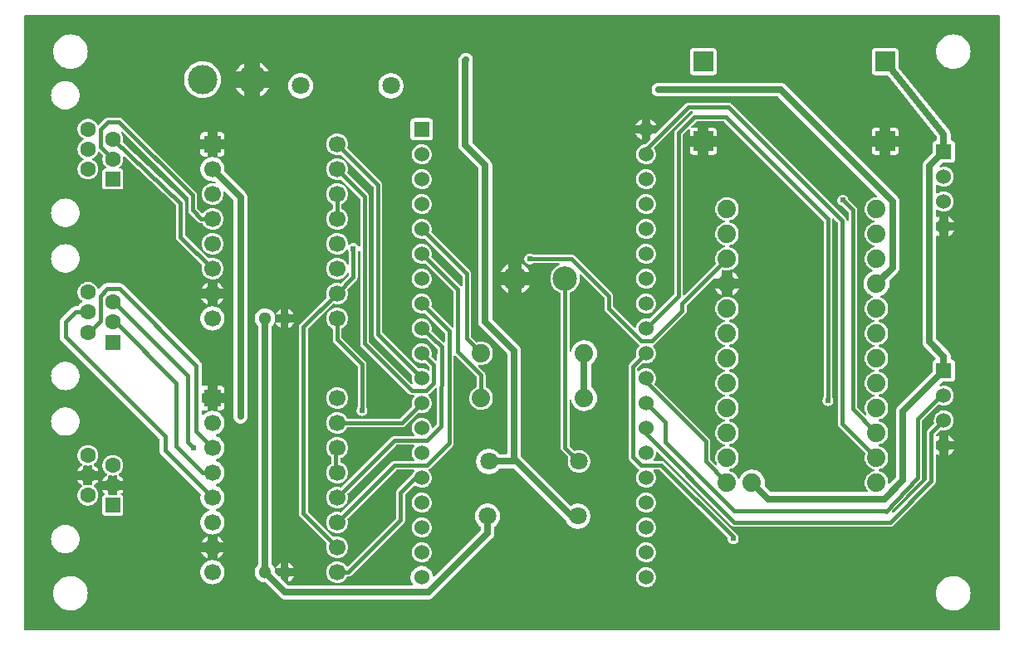
<source format=gbl>
G04 Layer: BottomLayer*
G04 EasyEDA v6.4.21, 2021-08-26T11:40:12+07:00*
G04 98b3a99d5edf45cba19c310b5ac684a5,c12403d6b0f2427aab4c21fec57e8719,10*
G04 Gerber Generator version 0.2*
G04 Scale: 100 percent, Rotated: No, Reflected: No *
G04 Dimensions in millimeters *
G04 leading zeros omitted , absolute positions ,4 integer and 5 decimal *
%FSLAX45Y45*%
%MOMM*%

%ADD11C,0.4318*%
%ADD12C,0.6350*%
%ADD13C,0.3810*%
%ADD14C,0.6096*%
%ADD16C,2.5000*%
%ADD17C,1.8000*%
%ADD18R,1.7000X1.7000*%
%ADD19C,1.7000*%
%ADD20C,1.8796*%
%ADD22C,1.5240*%
%ADD23C,1.3000*%
%ADD24C,1.6000*%
%ADD25R,1.6000X1.6000*%
%ADD26C,3.0000*%

%LPD*%
G36*
X797814Y520954D02*
G01*
X793902Y521716D01*
X790651Y523951D01*
X788416Y527202D01*
X787654Y531114D01*
X787654Y6796786D01*
X788416Y6800697D01*
X790651Y6803948D01*
X793902Y6806184D01*
X797814Y6806946D01*
X10721086Y6806946D01*
X10724997Y6806184D01*
X10728248Y6803948D01*
X10730484Y6800697D01*
X10731246Y6796786D01*
X10731246Y531114D01*
X10730484Y527202D01*
X10728248Y523951D01*
X10724997Y521716D01*
X10721086Y520954D01*
G37*

%LPC*%
G36*
X1261821Y726135D02*
G01*
X1279855Y727506D01*
X1297635Y730758D01*
X1315008Y735787D01*
X1331772Y742645D01*
X1347724Y751128D01*
X1362710Y761238D01*
X1376629Y772820D01*
X1389227Y785774D01*
X1400454Y799947D01*
X1410157Y815187D01*
X1418234Y831342D01*
X1424635Y848309D01*
X1429207Y865784D01*
X1432001Y883615D01*
X1432915Y901700D01*
X1432001Y919734D01*
X1429207Y937615D01*
X1424635Y955090D01*
X1418234Y972058D01*
X1410157Y988212D01*
X1400454Y1003452D01*
X1389227Y1017625D01*
X1376629Y1030579D01*
X1362710Y1042162D01*
X1347724Y1052271D01*
X1331772Y1060754D01*
X1315008Y1067612D01*
X1297635Y1072642D01*
X1279855Y1075893D01*
X1261821Y1077264D01*
X1243736Y1076807D01*
X1225804Y1074470D01*
X1208227Y1070356D01*
X1191107Y1064412D01*
X1174750Y1056741D01*
X1159256Y1047445D01*
X1144778Y1036574D01*
X1131519Y1024280D01*
X1119581Y1010716D01*
X1109116Y995984D01*
X1100175Y980236D01*
X1092962Y963676D01*
X1087475Y946454D01*
X1083767Y928725D01*
X1081887Y910742D01*
X1081887Y892657D01*
X1083767Y874674D01*
X1087475Y856945D01*
X1092962Y839724D01*
X1100175Y823163D01*
X1109116Y807415D01*
X1119581Y792683D01*
X1131519Y779119D01*
X1144778Y766826D01*
X1159256Y755954D01*
X1174750Y746658D01*
X1191107Y738987D01*
X1208227Y733044D01*
X1225804Y728929D01*
X1243736Y726592D01*
G37*
G36*
X10261854Y726135D02*
G01*
X10279837Y727506D01*
X10297668Y730758D01*
X10314990Y735787D01*
X10331754Y742645D01*
X10347706Y751128D01*
X10362742Y761238D01*
X10376611Y772820D01*
X10389260Y785774D01*
X10400436Y799947D01*
X10410190Y815187D01*
X10418267Y831342D01*
X10424617Y848309D01*
X10429240Y865784D01*
X10432034Y883615D01*
X10432948Y901700D01*
X10432034Y919734D01*
X10429240Y937615D01*
X10424617Y955090D01*
X10418267Y972058D01*
X10410190Y988212D01*
X10400436Y1003452D01*
X10389260Y1017625D01*
X10376611Y1030579D01*
X10362742Y1042162D01*
X10347706Y1052271D01*
X10331754Y1060754D01*
X10314990Y1067612D01*
X10297668Y1072642D01*
X10279837Y1075893D01*
X10261854Y1077264D01*
X10243769Y1076807D01*
X10225836Y1074470D01*
X10208209Y1070356D01*
X10191140Y1064412D01*
X10174782Y1056741D01*
X10159238Y1047445D01*
X10144810Y1036574D01*
X10131501Y1024280D01*
X10119563Y1010716D01*
X10109098Y995984D01*
X10100208Y980236D01*
X10092944Y963676D01*
X10087457Y946454D01*
X10083749Y928725D01*
X10081920Y910742D01*
X10081920Y892657D01*
X10083749Y874674D01*
X10087457Y856945D01*
X10092944Y839724D01*
X10100208Y823163D01*
X10109098Y807415D01*
X10119563Y792683D01*
X10131501Y779119D01*
X10144810Y766826D01*
X10159238Y755954D01*
X10174782Y746658D01*
X10191140Y738987D01*
X10208209Y733044D01*
X10225836Y728929D01*
X10243769Y726592D01*
G37*
G36*
X3447491Y840486D02*
G01*
X4904079Y840486D01*
X4915458Y841400D01*
X4926126Y843940D01*
X4936286Y848156D01*
X4945684Y853897D01*
X4954320Y861314D01*
X5558282Y1465275D01*
X5565698Y1473911D01*
X5571439Y1483309D01*
X5575655Y1493469D01*
X5578195Y1504137D01*
X5579110Y1515516D01*
X5579110Y1576324D01*
X5579567Y1579372D01*
X5580888Y1582115D01*
X5583021Y1584350D01*
X5594096Y1593037D01*
X5605068Y1604010D01*
X5614619Y1616202D01*
X5622645Y1629460D01*
X5628995Y1643583D01*
X5633618Y1658366D01*
X5636412Y1673606D01*
X5637326Y1689100D01*
X5636412Y1704593D01*
X5633618Y1719834D01*
X5628995Y1734616D01*
X5622645Y1748739D01*
X5614619Y1761998D01*
X5605068Y1774189D01*
X5594096Y1785162D01*
X5581904Y1794713D01*
X5568645Y1802739D01*
X5554522Y1809089D01*
X5539689Y1813712D01*
X5524449Y1816506D01*
X5509006Y1817420D01*
X5493512Y1816506D01*
X5478272Y1813712D01*
X5463489Y1809089D01*
X5449366Y1802739D01*
X5436108Y1794713D01*
X5423916Y1785162D01*
X5412943Y1774189D01*
X5403392Y1761998D01*
X5395366Y1748739D01*
X5389016Y1734616D01*
X5384393Y1719834D01*
X5381599Y1704593D01*
X5380685Y1689100D01*
X5381599Y1673606D01*
X5384393Y1658366D01*
X5389016Y1643583D01*
X5395366Y1629460D01*
X5403392Y1616202D01*
X5412943Y1604010D01*
X5423916Y1593037D01*
X5434990Y1584350D01*
X5437124Y1582115D01*
X5438444Y1579372D01*
X5438902Y1576324D01*
X5438902Y1548333D01*
X5438140Y1544472D01*
X5435904Y1541170D01*
X4969662Y1074877D01*
X4965954Y1072540D01*
X4961636Y1071930D01*
X4957419Y1073251D01*
X4954168Y1076147D01*
X4952492Y1080211D01*
X4949647Y1095298D01*
X4945176Y1108964D01*
X4939080Y1121968D01*
X4931359Y1134110D01*
X4922215Y1145184D01*
X4911699Y1155039D01*
X4900066Y1163523D01*
X4887468Y1170432D01*
X4874107Y1175715D01*
X4860137Y1179322D01*
X4845913Y1181100D01*
X4831486Y1181100D01*
X4817262Y1179322D01*
X4803292Y1175715D01*
X4789932Y1170432D01*
X4777333Y1163523D01*
X4765700Y1155039D01*
X4755184Y1145184D01*
X4746040Y1134110D01*
X4738319Y1121968D01*
X4732223Y1108964D01*
X4727752Y1095298D01*
X4725060Y1081176D01*
X4724146Y1066800D01*
X4725060Y1052423D01*
X4727752Y1038301D01*
X4732223Y1024636D01*
X4738319Y1011631D01*
X4746040Y999490D01*
X4747818Y997356D01*
X4749647Y994003D01*
X4750104Y990193D01*
X4749190Y986536D01*
X4746955Y983437D01*
X4743704Y981405D01*
X4739995Y980694D01*
X3480358Y980694D01*
X3476447Y981456D01*
X3473145Y983691D01*
X3404209Y1052626D01*
X3402025Y1055928D01*
X3401263Y1059789D01*
X3401263Y1078738D01*
X3382314Y1078738D01*
X3378403Y1079500D01*
X3375101Y1081735D01*
X3346450Y1110437D01*
X3344367Y1113383D01*
X3343452Y1116939D01*
X3342487Y1131366D01*
X3339896Y1144270D01*
X3339998Y1148740D01*
X3341979Y1152702D01*
X3345484Y1155446D01*
X3349853Y1156462D01*
X3401263Y1156462D01*
X3401263Y1213104D01*
X3396589Y1211326D01*
X3384499Y1204722D01*
X3373374Y1196492D01*
X3363468Y1186891D01*
X3354933Y1176070D01*
X3348786Y1165758D01*
X3345840Y1162608D01*
X3341878Y1160932D01*
X3337560Y1161084D01*
X3333699Y1163015D01*
X3331006Y1166368D01*
X3329025Y1170279D01*
X3321202Y1181658D01*
X3312769Y1190955D01*
X3310788Y1194155D01*
X3310128Y1197813D01*
X3310128Y3628186D01*
X3310788Y3631844D01*
X3312769Y3635044D01*
X3321202Y3644341D01*
X3329025Y3655720D01*
X3331006Y3659632D01*
X3333699Y3662984D01*
X3337560Y3664915D01*
X3341878Y3665067D01*
X3345840Y3663391D01*
X3348786Y3660241D01*
X3354933Y3649929D01*
X3363468Y3639108D01*
X3373374Y3629507D01*
X3384499Y3621278D01*
X3396589Y3614674D01*
X3401263Y3612896D01*
X3401263Y3669537D01*
X3349853Y3669537D01*
X3345484Y3670554D01*
X3341979Y3673297D01*
X3339998Y3677259D01*
X3339896Y3681729D01*
X3342487Y3694633D01*
X3343452Y3708400D01*
X3342487Y3722166D01*
X3339896Y3735070D01*
X3339998Y3739540D01*
X3341979Y3743502D01*
X3345484Y3746246D01*
X3349853Y3747262D01*
X3401263Y3747262D01*
X3401263Y3803904D01*
X3396589Y3802126D01*
X3384499Y3795522D01*
X3373374Y3787292D01*
X3363468Y3777691D01*
X3354933Y3766870D01*
X3348786Y3756558D01*
X3345840Y3753408D01*
X3341878Y3751732D01*
X3337560Y3751884D01*
X3333699Y3753815D01*
X3331006Y3757168D01*
X3329025Y3761079D01*
X3321202Y3772458D01*
X3311956Y3782669D01*
X3301390Y3791610D01*
X3289757Y3799027D01*
X3277260Y3804818D01*
X3264052Y3808933D01*
X3250438Y3811219D01*
X3236671Y3811676D01*
X3222904Y3810304D01*
X3209493Y3807104D01*
X3196590Y3802126D01*
X3184499Y3795522D01*
X3173374Y3787292D01*
X3163468Y3777691D01*
X3154934Y3766870D01*
X3147872Y3754983D01*
X3142488Y3742283D01*
X3138830Y3728974D01*
X3137001Y3715308D01*
X3137001Y3701491D01*
X3138830Y3687826D01*
X3142488Y3674516D01*
X3147872Y3661816D01*
X3154934Y3649929D01*
X3163468Y3639108D01*
X3166821Y3635857D01*
X3169107Y3632504D01*
X3169920Y3628542D01*
X3169920Y1197457D01*
X3169107Y1193495D01*
X3166821Y1190142D01*
X3163468Y1186891D01*
X3154934Y1176070D01*
X3147872Y1164183D01*
X3142488Y1151483D01*
X3138830Y1138174D01*
X3137001Y1124508D01*
X3137001Y1110691D01*
X3138830Y1097026D01*
X3142488Y1083716D01*
X3147872Y1071016D01*
X3154934Y1059129D01*
X3163468Y1048308D01*
X3173374Y1038707D01*
X3184499Y1030478D01*
X3196590Y1023874D01*
X3209493Y1018895D01*
X3222904Y1015695D01*
X3236671Y1014323D01*
X3239566Y1014425D01*
X3243630Y1013714D01*
X3247085Y1011478D01*
X3397250Y861314D01*
X3405936Y853897D01*
X3415284Y848156D01*
X3425444Y843940D01*
X3436162Y841400D01*
G37*
G36*
X7121296Y965047D02*
G01*
X7134910Y965504D01*
X7148322Y967740D01*
X7161275Y971753D01*
X7173620Y977493D01*
X7185101Y984808D01*
X7195515Y993597D01*
X7204608Y1003706D01*
X7212330Y1014882D01*
X7218425Y1027023D01*
X7222896Y1039876D01*
X7225639Y1053236D01*
X7226553Y1066800D01*
X7225639Y1080363D01*
X7222896Y1093724D01*
X7218425Y1106576D01*
X7212330Y1118717D01*
X7204608Y1129893D01*
X7195515Y1140002D01*
X7185101Y1148791D01*
X7173620Y1156106D01*
X7161275Y1161846D01*
X7148322Y1165860D01*
X7134910Y1168095D01*
X7121296Y1168552D01*
X7107783Y1167231D01*
X7094524Y1164082D01*
X7081824Y1159154D01*
X7069886Y1152652D01*
X7058964Y1144574D01*
X7049160Y1135126D01*
X7040727Y1124407D01*
X7033818Y1112723D01*
X7028484Y1100226D01*
X7024928Y1087069D01*
X7023100Y1073607D01*
X7023100Y1059992D01*
X7024928Y1046530D01*
X7028484Y1033373D01*
X7033818Y1020876D01*
X7040727Y1009192D01*
X7049160Y998474D01*
X7058964Y989025D01*
X7069886Y980948D01*
X7081824Y974445D01*
X7094524Y969518D01*
X7107783Y966368D01*
G37*
G36*
X2708910Y994308D02*
G01*
X2723997Y995730D01*
X2738831Y998982D01*
X2753156Y1004011D01*
X2766771Y1010767D01*
X2779420Y1019200D01*
X2790952Y1029055D01*
X2801162Y1040282D01*
X2809951Y1052677D01*
X2817164Y1066038D01*
X2822651Y1080211D01*
X2826359Y1094943D01*
X2828188Y1110030D01*
X2828188Y1125169D01*
X2826359Y1140256D01*
X2822651Y1154988D01*
X2817164Y1169162D01*
X2809951Y1182522D01*
X2801162Y1194917D01*
X2790952Y1206144D01*
X2779420Y1215999D01*
X2766771Y1224432D01*
X2753156Y1231188D01*
X2738831Y1236218D01*
X2723997Y1239469D01*
X2708910Y1240891D01*
X2693720Y1240383D01*
X2678734Y1238097D01*
X2664104Y1233932D01*
X2650134Y1227988D01*
X2636977Y1220419D01*
X2624836Y1211275D01*
X2613964Y1200708D01*
X2604414Y1188872D01*
X2596438Y1175969D01*
X2590088Y1162151D01*
X2585466Y1147673D01*
X2582722Y1132738D01*
X2581757Y1117600D01*
X2582722Y1102461D01*
X2585466Y1087526D01*
X2590088Y1073048D01*
X2596438Y1059230D01*
X2604414Y1046327D01*
X2613964Y1034491D01*
X2624836Y1023924D01*
X2636977Y1014780D01*
X2650134Y1007211D01*
X2664104Y1001268D01*
X2678734Y997102D01*
X2693720Y994816D01*
G37*
G36*
X3971340Y1007160D02*
G01*
X3985514Y1007618D01*
X3999534Y1009903D01*
X4013098Y1013917D01*
X4026052Y1019657D01*
X4038193Y1027023D01*
X4049268Y1035862D01*
X4059123Y1046022D01*
X4067606Y1057402D01*
X4073499Y1067866D01*
X4075785Y1070610D01*
X4078833Y1072388D01*
X4082287Y1073048D01*
X4091076Y1073099D01*
X4099509Y1074267D01*
X4107332Y1076909D01*
X4114546Y1080922D01*
X4121251Y1086459D01*
X4655566Y1620875D01*
X4660747Y1627733D01*
X4664456Y1635099D01*
X4666691Y1643024D01*
X4667504Y1651711D01*
X4667504Y1907692D01*
X4668266Y1911553D01*
X4670501Y1914855D01*
X4759706Y2004060D01*
X4762652Y2006142D01*
X4766106Y2007006D01*
X4769662Y2006650D01*
X4772914Y2005075D01*
X4783886Y1996948D01*
X4795824Y1990445D01*
X4808524Y1985518D01*
X4821783Y1982368D01*
X4835296Y1981047D01*
X4848910Y1981504D01*
X4862322Y1983739D01*
X4875276Y1987753D01*
X4887620Y1993493D01*
X4899101Y2000808D01*
X4909515Y2009597D01*
X4918608Y2019706D01*
X4926330Y2030882D01*
X4932426Y2043023D01*
X4936896Y2055875D01*
X4939639Y2069236D01*
X4940554Y2082800D01*
X4939639Y2096363D01*
X4936896Y2109724D01*
X4932426Y2122576D01*
X4926330Y2134717D01*
X4918608Y2145893D01*
X4910734Y2154631D01*
X4908804Y2157730D01*
X4908092Y2161286D01*
X4908702Y2164892D01*
X4910531Y2168042D01*
X4913325Y2170328D01*
X4918049Y2172970D01*
X4924755Y2178507D01*
X5150866Y2404719D01*
X5156047Y2411577D01*
X5159756Y2418943D01*
X5161991Y2426919D01*
X5162804Y2435555D01*
X5162804Y3321964D01*
X5163566Y3325825D01*
X5165801Y3329127D01*
X5169052Y3331311D01*
X5172964Y3332124D01*
X5176875Y3331311D01*
X5180126Y3329127D01*
X5396280Y3112973D01*
X5398516Y3109671D01*
X5399278Y3105810D01*
X5399278Y3012998D01*
X5398566Y3009341D01*
X5396636Y3006140D01*
X5393639Y3003905D01*
X5384190Y2999181D01*
X5371896Y2991053D01*
X5360720Y2981452D01*
X5350814Y2970580D01*
X5342280Y2958592D01*
X5335320Y2945587D01*
X5330037Y2931871D01*
X5326430Y2917596D01*
X5324602Y2902966D01*
X5324602Y2888234D01*
X5326430Y2873603D01*
X5330037Y2859328D01*
X5335320Y2845612D01*
X5342280Y2832608D01*
X5350814Y2820619D01*
X5360720Y2809748D01*
X5371896Y2800146D01*
X5384190Y2792018D01*
X5397398Y2785465D01*
X5411266Y2780538D01*
X5425643Y2777388D01*
X5440324Y2776016D01*
X5455056Y2776474D01*
X5469585Y2778760D01*
X5483758Y2782773D01*
X5497322Y2788513D01*
X5510072Y2795879D01*
X5521807Y2804769D01*
X5532374Y2815031D01*
X5541619Y2826512D01*
X5549392Y2839008D01*
X5555538Y2852369D01*
X5560009Y2866440D01*
X5562701Y2880918D01*
X5563616Y2895600D01*
X5562701Y2910281D01*
X5560009Y2924759D01*
X5555538Y2938830D01*
X5549392Y2952191D01*
X5541619Y2964688D01*
X5532374Y2976168D01*
X5521807Y2986430D01*
X5510072Y2995320D01*
X5497322Y3002686D01*
X5494883Y3003702D01*
X5491632Y3005937D01*
X5489448Y3009188D01*
X5488686Y3013049D01*
X5488635Y3130245D01*
X5487466Y3138728D01*
X5484825Y3146552D01*
X5480812Y3153765D01*
X5475274Y3160471D01*
X5418531Y3217214D01*
X5416245Y3220669D01*
X5415534Y3224682D01*
X5416499Y3228695D01*
X5418988Y3231997D01*
X5422544Y3234029D01*
X5426608Y3234486D01*
X5440324Y3233216D01*
X5455056Y3233674D01*
X5469585Y3235960D01*
X5483758Y3239973D01*
X5497322Y3245713D01*
X5510072Y3253079D01*
X5521807Y3261969D01*
X5532374Y3272231D01*
X5541619Y3283712D01*
X5549392Y3296208D01*
X5555538Y3309569D01*
X5560009Y3323640D01*
X5562701Y3338118D01*
X5563616Y3352800D01*
X5562701Y3367481D01*
X5560009Y3381959D01*
X5555538Y3396030D01*
X5549392Y3409391D01*
X5541619Y3421887D01*
X5532374Y3433368D01*
X5521807Y3443630D01*
X5510072Y3452520D01*
X5497322Y3459886D01*
X5483758Y3465626D01*
X5469585Y3469640D01*
X5455056Y3471926D01*
X5440324Y3472383D01*
X5425643Y3471011D01*
X5411266Y3467862D01*
X5403189Y3465017D01*
X5399430Y3464407D01*
X5395722Y3465271D01*
X5392623Y3467404D01*
X5343601Y3516426D01*
X5341366Y3519728D01*
X5340604Y3523589D01*
X5340553Y4167327D01*
X5339384Y4175810D01*
X5336743Y4183634D01*
X5332730Y4190847D01*
X5327192Y4197553D01*
X4939334Y4585411D01*
X4937201Y4588510D01*
X4936337Y4592167D01*
X4936896Y4595876D01*
X4939639Y4609236D01*
X4940554Y4622800D01*
X4939639Y4636363D01*
X4936896Y4649724D01*
X4932426Y4662576D01*
X4926330Y4674717D01*
X4918608Y4685893D01*
X4909515Y4696002D01*
X4899101Y4704791D01*
X4887620Y4712106D01*
X4875276Y4717846D01*
X4862322Y4721860D01*
X4848910Y4724095D01*
X4835296Y4724552D01*
X4821783Y4723231D01*
X4808524Y4720082D01*
X4795824Y4715154D01*
X4783886Y4708652D01*
X4772964Y4700574D01*
X4763160Y4691126D01*
X4754727Y4680407D01*
X4747818Y4668723D01*
X4742484Y4656226D01*
X4738928Y4643069D01*
X4737100Y4629607D01*
X4737100Y4615992D01*
X4738928Y4602530D01*
X4742484Y4589373D01*
X4747818Y4576876D01*
X4754727Y4565192D01*
X4763160Y4554474D01*
X4772964Y4545025D01*
X4783886Y4536948D01*
X4795824Y4530445D01*
X4808524Y4525518D01*
X4821783Y4522368D01*
X4835296Y4521047D01*
X4848910Y4521504D01*
X4862322Y4523740D01*
X4865776Y4524806D01*
X4869434Y4525264D01*
X4872990Y4524400D01*
X4875987Y4522317D01*
X5248198Y4150055D01*
X5250434Y4146753D01*
X5251196Y4142892D01*
X5251196Y4044035D01*
X5250434Y4040174D01*
X5248198Y4036872D01*
X5244947Y4034688D01*
X5241036Y4033875D01*
X5237124Y4034688D01*
X5233873Y4036872D01*
X4939334Y4331411D01*
X4937201Y4334510D01*
X4936337Y4338167D01*
X4936896Y4341876D01*
X4939639Y4355236D01*
X4940554Y4368800D01*
X4939639Y4382363D01*
X4936896Y4395724D01*
X4932426Y4408576D01*
X4926330Y4420717D01*
X4918608Y4431893D01*
X4909515Y4442002D01*
X4899101Y4450791D01*
X4887620Y4458106D01*
X4875276Y4463846D01*
X4862322Y4467860D01*
X4848910Y4470095D01*
X4835296Y4470552D01*
X4821783Y4469231D01*
X4808524Y4466082D01*
X4795824Y4461154D01*
X4783886Y4454652D01*
X4772964Y4446574D01*
X4763160Y4437126D01*
X4754727Y4426407D01*
X4747818Y4414723D01*
X4742484Y4402226D01*
X4738928Y4389069D01*
X4737100Y4375607D01*
X4737100Y4361992D01*
X4738928Y4348530D01*
X4742484Y4335373D01*
X4747818Y4322876D01*
X4754727Y4311192D01*
X4763160Y4300474D01*
X4772964Y4291025D01*
X4783886Y4282948D01*
X4795824Y4276445D01*
X4808524Y4271518D01*
X4821783Y4268368D01*
X4835296Y4267047D01*
X4848910Y4267504D01*
X4862322Y4269740D01*
X4865776Y4270806D01*
X4869434Y4271264D01*
X4872990Y4270400D01*
X4875987Y4268317D01*
X5159298Y3984955D01*
X5161534Y3981653D01*
X5162296Y3977792D01*
X5162296Y3624935D01*
X5161534Y3621074D01*
X5159298Y3617772D01*
X5156047Y3615588D01*
X5152136Y3614775D01*
X5148224Y3615588D01*
X5144973Y3617772D01*
X4939334Y3823411D01*
X4937201Y3826510D01*
X4936337Y3830167D01*
X4936896Y3833876D01*
X4939639Y3847236D01*
X4940554Y3860800D01*
X4939639Y3874363D01*
X4936896Y3887724D01*
X4932426Y3900576D01*
X4926330Y3912717D01*
X4918608Y3923893D01*
X4909515Y3934002D01*
X4899101Y3942791D01*
X4887620Y3950106D01*
X4875276Y3955846D01*
X4862322Y3959860D01*
X4848910Y3962095D01*
X4835296Y3962552D01*
X4821783Y3961231D01*
X4808524Y3958082D01*
X4795824Y3953154D01*
X4783886Y3946651D01*
X4772964Y3938574D01*
X4763160Y3929126D01*
X4754727Y3918407D01*
X4747818Y3906723D01*
X4742484Y3894226D01*
X4738928Y3881069D01*
X4737100Y3867607D01*
X4737100Y3853992D01*
X4738928Y3840530D01*
X4742484Y3827373D01*
X4747818Y3814876D01*
X4754727Y3803192D01*
X4763160Y3792474D01*
X4772964Y3783025D01*
X4783886Y3774948D01*
X4795824Y3768445D01*
X4808524Y3763518D01*
X4821783Y3760368D01*
X4835296Y3759047D01*
X4848910Y3759504D01*
X4862322Y3761740D01*
X4865776Y3762806D01*
X4869434Y3763264D01*
X4872990Y3762400D01*
X4875987Y3760317D01*
X5070398Y3565855D01*
X5072634Y3562553D01*
X5073396Y3558692D01*
X5073396Y3471519D01*
X5072634Y3467658D01*
X5070500Y3464407D01*
X5067300Y3462172D01*
X5063439Y3461359D01*
X5059578Y3462020D01*
X5056276Y3464102D01*
X4940401Y3572764D01*
X4938318Y3575507D01*
X4937252Y3578758D01*
X4937353Y3582162D01*
X4939639Y3593236D01*
X4940554Y3606800D01*
X4939639Y3620363D01*
X4936896Y3633724D01*
X4932426Y3646576D01*
X4926330Y3658717D01*
X4918608Y3669893D01*
X4909515Y3680002D01*
X4899101Y3688791D01*
X4887620Y3696106D01*
X4875276Y3701846D01*
X4862322Y3705860D01*
X4848910Y3708095D01*
X4835296Y3708552D01*
X4821783Y3707231D01*
X4808524Y3704082D01*
X4795824Y3699154D01*
X4783886Y3692651D01*
X4772964Y3684574D01*
X4763160Y3675126D01*
X4754727Y3664407D01*
X4747818Y3652723D01*
X4742484Y3640226D01*
X4738928Y3627069D01*
X4737100Y3613607D01*
X4737100Y3599992D01*
X4738928Y3586530D01*
X4742484Y3573373D01*
X4747818Y3560876D01*
X4754727Y3549192D01*
X4763160Y3538474D01*
X4772964Y3529025D01*
X4783886Y3520948D01*
X4795824Y3514445D01*
X4808524Y3509518D01*
X4821783Y3506368D01*
X4835296Y3505047D01*
X4848910Y3505504D01*
X4862322Y3507740D01*
X4869180Y3509873D01*
X4872736Y3510330D01*
X4876190Y3509518D01*
X4879136Y3507587D01*
X4993792Y3400094D01*
X4996180Y3396691D01*
X4996992Y3392627D01*
X4996180Y3283000D01*
X4995367Y3279140D01*
X4993182Y3275838D01*
X4989880Y3273653D01*
X4986020Y3272891D01*
X4982108Y3273704D01*
X4978857Y3275888D01*
X4939334Y3315411D01*
X4937201Y3318510D01*
X4936337Y3322167D01*
X4936896Y3325876D01*
X4939639Y3339236D01*
X4940554Y3352800D01*
X4939639Y3366363D01*
X4936896Y3379724D01*
X4932426Y3392576D01*
X4926330Y3404717D01*
X4918608Y3415893D01*
X4909515Y3426002D01*
X4899101Y3434791D01*
X4887620Y3442106D01*
X4875276Y3447846D01*
X4862322Y3451860D01*
X4848910Y3454095D01*
X4835296Y3454552D01*
X4821783Y3453231D01*
X4808524Y3450082D01*
X4795824Y3445154D01*
X4783886Y3438651D01*
X4772964Y3430574D01*
X4763160Y3421126D01*
X4754727Y3410407D01*
X4747818Y3398723D01*
X4742484Y3386226D01*
X4738928Y3373069D01*
X4737100Y3359607D01*
X4737100Y3345992D01*
X4738928Y3332530D01*
X4742484Y3319373D01*
X4747818Y3306876D01*
X4754727Y3295192D01*
X4763160Y3284474D01*
X4772964Y3275025D01*
X4783886Y3266948D01*
X4795824Y3260445D01*
X4808524Y3255517D01*
X4821783Y3252368D01*
X4835296Y3251047D01*
X4848910Y3251504D01*
X4862322Y3253740D01*
X4865776Y3254806D01*
X4869434Y3255264D01*
X4872990Y3254400D01*
X4875987Y3252317D01*
X4913680Y3214573D01*
X4915916Y3211271D01*
X4916678Y3207410D01*
X4916678Y3187801D01*
X4915966Y3184042D01*
X4913884Y3180842D01*
X4910785Y3178606D01*
X4907076Y3177692D01*
X4903317Y3178200D01*
X4887620Y3188106D01*
X4875276Y3193846D01*
X4862322Y3197860D01*
X4848910Y3200095D01*
X4835296Y3200552D01*
X4821783Y3199231D01*
X4810912Y3196640D01*
X4807508Y3196386D01*
X4804206Y3197352D01*
X4801412Y3199333D01*
X4440123Y3560622D01*
X4437888Y3563924D01*
X4437126Y3567785D01*
X4437075Y5070805D01*
X4435906Y5079288D01*
X4433265Y5087112D01*
X4429252Y5094325D01*
X4423714Y5101031D01*
X4082592Y5442153D01*
X4080560Y5444998D01*
X4079646Y5448401D01*
X4079951Y5451906D01*
X4083507Y5465419D01*
X4085285Y5479440D01*
X4085285Y5493664D01*
X4083507Y5507685D01*
X4079900Y5521401D01*
X4074566Y5534558D01*
X4067606Y5546902D01*
X4059123Y5558282D01*
X4049268Y5568442D01*
X4038193Y5577281D01*
X4026052Y5584647D01*
X4013098Y5590387D01*
X3999534Y5594400D01*
X3985514Y5596686D01*
X3971340Y5597144D01*
X3957218Y5595772D01*
X3943400Y5592622D01*
X3930091Y5587695D01*
X3917543Y5581142D01*
X3905910Y5573064D01*
X3895445Y5563514D01*
X3886250Y5552744D01*
X3878478Y5540857D01*
X3872331Y5528056D01*
X3867861Y5514594D01*
X3865168Y5500674D01*
X3864254Y5486552D01*
X3865168Y5472430D01*
X3867861Y5458510D01*
X3872331Y5445048D01*
X3878478Y5432247D01*
X3886250Y5420360D01*
X3895445Y5409590D01*
X3905910Y5400040D01*
X3917543Y5391962D01*
X3930091Y5385409D01*
X3943400Y5380482D01*
X3957218Y5377332D01*
X3971340Y5375960D01*
X3985514Y5376418D01*
X3999534Y5378704D01*
X4009186Y5381548D01*
X4012793Y5381955D01*
X4016298Y5381091D01*
X4019245Y5379008D01*
X4344720Y5053533D01*
X4346956Y5050231D01*
X4347718Y5046370D01*
X4347768Y3543350D01*
X4348937Y3534867D01*
X4351578Y3527044D01*
X4355592Y3519830D01*
X4361129Y3513124D01*
X4738217Y3136036D01*
X4740249Y3133140D01*
X4741164Y3129686D01*
X4740859Y3126181D01*
X4738928Y3119069D01*
X4737100Y3105607D01*
X4737100Y3091992D01*
X4738928Y3078530D01*
X4742484Y3065373D01*
X4747869Y3052826D01*
X4749190Y3048863D01*
X4748834Y3044698D01*
X4746853Y3041040D01*
X4743551Y3038500D01*
X4739538Y3037484D01*
X4735423Y3038195D01*
X4731918Y3040430D01*
X4302201Y3470198D01*
X4299966Y3473500D01*
X4299204Y3477361D01*
X4299153Y4954727D01*
X4297984Y4963210D01*
X4295343Y4971034D01*
X4291330Y4978247D01*
X4285792Y4984953D01*
X4082592Y5188153D01*
X4080560Y5190998D01*
X4079646Y5194401D01*
X4079951Y5197906D01*
X4083507Y5211419D01*
X4085285Y5225440D01*
X4085285Y5239664D01*
X4083507Y5253685D01*
X4079900Y5267401D01*
X4074566Y5280558D01*
X4067606Y5292902D01*
X4059123Y5304282D01*
X4049268Y5314442D01*
X4038193Y5323281D01*
X4026052Y5330647D01*
X4013098Y5336387D01*
X3999534Y5340400D01*
X3985514Y5342686D01*
X3971340Y5343144D01*
X3957218Y5341772D01*
X3943400Y5338622D01*
X3930091Y5333695D01*
X3917543Y5327142D01*
X3905910Y5319064D01*
X3895445Y5309514D01*
X3886250Y5298744D01*
X3878478Y5286857D01*
X3872331Y5274056D01*
X3867861Y5260594D01*
X3865168Y5246674D01*
X3864254Y5232552D01*
X3865168Y5218430D01*
X3867861Y5204510D01*
X3872331Y5191048D01*
X3878478Y5178247D01*
X3886250Y5166360D01*
X3895445Y5155590D01*
X3905910Y5146040D01*
X3917543Y5137962D01*
X3930091Y5131409D01*
X3943400Y5126482D01*
X3957218Y5123332D01*
X3971340Y5121960D01*
X3985514Y5122418D01*
X3999534Y5124704D01*
X4009186Y5127548D01*
X4012793Y5127955D01*
X4016298Y5127091D01*
X4019245Y5125008D01*
X4206798Y4937455D01*
X4209034Y4934153D01*
X4209796Y4930292D01*
X4209796Y4450130D01*
X4209034Y4446320D01*
X4206900Y4443069D01*
X4203700Y4440834D01*
X4199890Y4439970D01*
X4196029Y4440631D01*
X4192727Y4442714D01*
X4190441Y4445863D01*
X4188510Y4449927D01*
X4182922Y4457954D01*
X4176014Y4464862D01*
X4167987Y4470450D01*
X4159148Y4474616D01*
X4149699Y4477105D01*
X4139946Y4477969D01*
X4130192Y4477105D01*
X4120743Y4474616D01*
X4111904Y4470450D01*
X4103878Y4464862D01*
X4102658Y4463592D01*
X4099356Y4461408D01*
X4095445Y4460646D01*
X4091584Y4461408D01*
X4088282Y4463592D01*
X4086098Y4466894D01*
X4085285Y4470806D01*
X4085285Y4477664D01*
X4083507Y4491685D01*
X4079900Y4505401D01*
X4074566Y4518558D01*
X4067606Y4530902D01*
X4059123Y4542282D01*
X4049268Y4552442D01*
X4038193Y4561281D01*
X4026052Y4568647D01*
X4013098Y4574387D01*
X3999534Y4578400D01*
X3985514Y4580686D01*
X3971340Y4581144D01*
X3957218Y4579772D01*
X3943400Y4576622D01*
X3930091Y4571695D01*
X3917543Y4565142D01*
X3905910Y4557064D01*
X3895445Y4547514D01*
X3886250Y4536744D01*
X3878478Y4524857D01*
X3872331Y4512056D01*
X3867861Y4498594D01*
X3865168Y4484674D01*
X3864254Y4470552D01*
X3865168Y4456430D01*
X3867861Y4442510D01*
X3872331Y4429048D01*
X3878478Y4416247D01*
X3886250Y4404360D01*
X3895445Y4393590D01*
X3905910Y4384040D01*
X3917543Y4375962D01*
X3930091Y4369409D01*
X3943400Y4364482D01*
X3957218Y4361332D01*
X3971340Y4359960D01*
X3985514Y4360418D01*
X3999534Y4362704D01*
X4013098Y4366717D01*
X4026052Y4372457D01*
X4038193Y4379823D01*
X4049268Y4388662D01*
X4059123Y4398822D01*
X4068013Y4410760D01*
X4071467Y4413707D01*
X4075836Y4414875D01*
X4080256Y4414012D01*
X4083862Y4411319D01*
X4085996Y4407306D01*
X4087215Y4402683D01*
X4091381Y4393844D01*
X4093413Y4390948D01*
X4094784Y4388154D01*
X4095242Y4385106D01*
X4095242Y4265676D01*
X4094479Y4261764D01*
X4092244Y4258462D01*
X4088942Y4256278D01*
X4085031Y4255516D01*
X4081119Y4256328D01*
X4077868Y4258513D01*
X4075684Y4261866D01*
X4074566Y4264558D01*
X4067606Y4276902D01*
X4059123Y4288282D01*
X4049268Y4298442D01*
X4038193Y4307281D01*
X4026052Y4314647D01*
X4013098Y4320387D01*
X3999534Y4324400D01*
X3985514Y4326686D01*
X3971340Y4327144D01*
X3957218Y4325772D01*
X3943400Y4322622D01*
X3930091Y4317695D01*
X3917543Y4311142D01*
X3905910Y4303064D01*
X3895445Y4293514D01*
X3886250Y4282744D01*
X3878478Y4270857D01*
X3872331Y4258056D01*
X3867861Y4244594D01*
X3865168Y4230674D01*
X3864254Y4216552D01*
X3865168Y4202430D01*
X3867861Y4188510D01*
X3872331Y4175048D01*
X3878478Y4162247D01*
X3886250Y4150360D01*
X3895445Y4139590D01*
X3905910Y4130040D01*
X3917543Y4121962D01*
X3930091Y4115409D01*
X3943400Y4110482D01*
X3957218Y4107332D01*
X3971340Y4105960D01*
X3985514Y4106418D01*
X3999534Y4108704D01*
X4013098Y4112717D01*
X4026052Y4118457D01*
X4038193Y4125823D01*
X4049268Y4134662D01*
X4059123Y4144822D01*
X4067606Y4156201D01*
X4074566Y4168546D01*
X4075684Y4171238D01*
X4077868Y4174591D01*
X4081119Y4176776D01*
X4085031Y4177588D01*
X4088942Y4176826D01*
X4092244Y4174642D01*
X4094479Y4171340D01*
X4095242Y4167428D01*
X4095242Y4150461D01*
X4094479Y4146600D01*
X4092244Y4143298D01*
X4019092Y4070146D01*
X4016146Y4068064D01*
X4012641Y4067200D01*
X4009034Y4067606D01*
X3999534Y4070400D01*
X3985514Y4072686D01*
X3971340Y4073144D01*
X3957218Y4071772D01*
X3943400Y4068622D01*
X3930091Y4063695D01*
X3917543Y4057142D01*
X3905910Y4049064D01*
X3895445Y4039514D01*
X3886250Y4028744D01*
X3878478Y4016857D01*
X3872331Y4004056D01*
X3867861Y3990594D01*
X3865168Y3976674D01*
X3864254Y3962552D01*
X3865168Y3948429D01*
X3867861Y3934510D01*
X3869791Y3928719D01*
X3870299Y3925062D01*
X3869436Y3921404D01*
X3867353Y3918356D01*
X3599434Y3650386D01*
X3594252Y3643528D01*
X3590544Y3636162D01*
X3588308Y3628237D01*
X3587496Y3619550D01*
X3587546Y1712722D01*
X3588715Y1704238D01*
X3591356Y1696415D01*
X3595370Y1689201D01*
X3600907Y1682496D01*
X3867353Y1416050D01*
X3869486Y1413002D01*
X3870350Y1409344D01*
X3869842Y1405686D01*
X3867861Y1399794D01*
X3865168Y1385874D01*
X3864254Y1371752D01*
X3865168Y1357630D01*
X3867861Y1343710D01*
X3872331Y1330248D01*
X3878478Y1317447D01*
X3886250Y1305560D01*
X3895445Y1294790D01*
X3905910Y1285240D01*
X3917543Y1277162D01*
X3930091Y1270609D01*
X3943400Y1265682D01*
X3957218Y1262532D01*
X3971340Y1261160D01*
X3985514Y1261618D01*
X3999534Y1263904D01*
X4013098Y1267917D01*
X4026052Y1273657D01*
X4038193Y1281023D01*
X4049268Y1289862D01*
X4059123Y1300022D01*
X4067606Y1311402D01*
X4074566Y1323746D01*
X4079900Y1336903D01*
X4083507Y1350619D01*
X4085285Y1364640D01*
X4085285Y1378864D01*
X4083507Y1392885D01*
X4079900Y1406601D01*
X4074566Y1419758D01*
X4067606Y1432102D01*
X4059123Y1443482D01*
X4049268Y1453642D01*
X4038193Y1462481D01*
X4026052Y1469847D01*
X4013098Y1475587D01*
X3999534Y1479600D01*
X3985514Y1481886D01*
X3971340Y1482344D01*
X3957218Y1480972D01*
X3943400Y1477822D01*
X3941216Y1477010D01*
X3937457Y1476400D01*
X3933698Y1477213D01*
X3930497Y1479346D01*
X3679901Y1729993D01*
X3677665Y1733296D01*
X3676904Y1737156D01*
X3676904Y3597300D01*
X3677665Y3601161D01*
X3679901Y3604463D01*
X3930396Y3855008D01*
X3933596Y3857142D01*
X3937304Y3857955D01*
X3941114Y3857345D01*
X3943400Y3856482D01*
X3957218Y3853332D01*
X3971340Y3851960D01*
X3985514Y3852418D01*
X3999534Y3854704D01*
X4013098Y3858717D01*
X4026052Y3864457D01*
X4038193Y3871823D01*
X4049268Y3880662D01*
X4059123Y3890822D01*
X4067606Y3902201D01*
X4074566Y3914546D01*
X4079900Y3927703D01*
X4083507Y3941419D01*
X4085285Y3955440D01*
X4085285Y3969664D01*
X4083507Y3983685D01*
X4079900Y3997350D01*
X4079595Y4000855D01*
X4080510Y4004259D01*
X4082542Y4007154D01*
X4172712Y4097375D01*
X4177893Y4104233D01*
X4181601Y4111599D01*
X4183837Y4119524D01*
X4184650Y4128211D01*
X4184650Y4385106D01*
X4185107Y4388154D01*
X4186478Y4390948D01*
X4188510Y4393844D01*
X4190441Y4397908D01*
X4192727Y4401058D01*
X4196029Y4403140D01*
X4199890Y4403801D01*
X4203700Y4402937D01*
X4206900Y4400702D01*
X4209034Y4397451D01*
X4209796Y4393641D01*
X4209846Y3452926D01*
X4211015Y3444443D01*
X4213656Y3436620D01*
X4217670Y3429406D01*
X4223207Y3422700D01*
X4706975Y2939034D01*
X4713833Y2933852D01*
X4721199Y2930144D01*
X4729124Y2927908D01*
X4737811Y2927096D01*
X4753254Y2927096D01*
X4757674Y2926080D01*
X4761179Y2923286D01*
X4763160Y2919222D01*
X4763160Y2914700D01*
X4761230Y2910636D01*
X4754727Y2902407D01*
X4747818Y2890723D01*
X4742484Y2878226D01*
X4738928Y2865069D01*
X4737100Y2851607D01*
X4737100Y2837992D01*
X4738928Y2824530D01*
X4740859Y2817418D01*
X4741164Y2813913D01*
X4740249Y2810459D01*
X4738217Y2807563D01*
X4620107Y2689453D01*
X4616805Y2687218D01*
X4612944Y2686456D01*
X4082389Y2686456D01*
X4078884Y2687066D01*
X4075785Y2688894D01*
X4073499Y2691638D01*
X4067606Y2702102D01*
X4059123Y2713482D01*
X4049268Y2723642D01*
X4038193Y2732481D01*
X4026052Y2739847D01*
X4013098Y2745587D01*
X3999534Y2749600D01*
X3985514Y2751886D01*
X3971340Y2752344D01*
X3957218Y2750972D01*
X3943400Y2747822D01*
X3930091Y2742895D01*
X3917543Y2736342D01*
X3905910Y2728264D01*
X3895445Y2718714D01*
X3886250Y2707944D01*
X3878478Y2696057D01*
X3872331Y2683256D01*
X3867861Y2669794D01*
X3865168Y2655874D01*
X3864254Y2641752D01*
X3865168Y2627630D01*
X3867861Y2613710D01*
X3872331Y2600248D01*
X3878478Y2587447D01*
X3886250Y2575560D01*
X3895445Y2564790D01*
X3905910Y2555240D01*
X3917543Y2547162D01*
X3930091Y2540609D01*
X3943400Y2535682D01*
X3957218Y2532532D01*
X3971340Y2531160D01*
X3985514Y2531618D01*
X3999534Y2533904D01*
X4013098Y2537917D01*
X4026052Y2543657D01*
X4038193Y2551023D01*
X4049268Y2559862D01*
X4059123Y2570022D01*
X4067606Y2581402D01*
X4073499Y2591866D01*
X4075785Y2594610D01*
X4078884Y2596438D01*
X4082389Y2597048D01*
X4637379Y2597099D01*
X4645863Y2598267D01*
X4653686Y2600909D01*
X4660900Y2604922D01*
X4667605Y2610459D01*
X4801412Y2744266D01*
X4804206Y2746248D01*
X4807508Y2747213D01*
X4810912Y2746959D01*
X4821783Y2744368D01*
X4835296Y2743047D01*
X4848910Y2743504D01*
X4862322Y2745740D01*
X4875276Y2749753D01*
X4887620Y2755493D01*
X4899101Y2762808D01*
X4909515Y2771597D01*
X4918608Y2781706D01*
X4926330Y2792882D01*
X4932426Y2805023D01*
X4936896Y2817876D01*
X4939639Y2831236D01*
X4940554Y2844800D01*
X4939639Y2858363D01*
X4936896Y2871724D01*
X4932426Y2884576D01*
X4926330Y2896717D01*
X4918608Y2907893D01*
X4909058Y2918510D01*
X4906924Y2921812D01*
X4905857Y2925114D01*
X4905959Y2928518D01*
X4907229Y2931718D01*
X4909464Y2934360D01*
X4916881Y2940507D01*
X4976622Y3000298D01*
X4979974Y3002483D01*
X4983835Y3003296D01*
X4987747Y3002483D01*
X4991049Y3000248D01*
X4993233Y2996946D01*
X4993995Y2993034D01*
X4991252Y2633675D01*
X4990490Y2629814D01*
X4988306Y2626563D01*
X4957114Y2595372D01*
X4953914Y2593238D01*
X4950155Y2592425D01*
X4946345Y2593086D01*
X4943094Y2595067D01*
X4940757Y2598166D01*
X4939792Y2601925D01*
X4939639Y2604363D01*
X4936896Y2617724D01*
X4932426Y2630576D01*
X4926330Y2642717D01*
X4918608Y2653893D01*
X4909515Y2664002D01*
X4899101Y2672791D01*
X4887620Y2680106D01*
X4875276Y2685846D01*
X4862322Y2689860D01*
X4848910Y2692095D01*
X4835296Y2692552D01*
X4821783Y2691231D01*
X4808524Y2688082D01*
X4795824Y2683154D01*
X4783886Y2676652D01*
X4772964Y2668574D01*
X4763160Y2659126D01*
X4754727Y2648407D01*
X4747818Y2636723D01*
X4742484Y2624226D01*
X4738928Y2611069D01*
X4737100Y2597607D01*
X4737100Y2583992D01*
X4738928Y2570530D01*
X4742484Y2557373D01*
X4747818Y2544876D01*
X4754727Y2533192D01*
X4761230Y2524963D01*
X4763160Y2520899D01*
X4763160Y2516378D01*
X4761179Y2512314D01*
X4757674Y2509520D01*
X4753254Y2508504D01*
X4557217Y2508453D01*
X4548733Y2507284D01*
X4540910Y2504643D01*
X4533696Y2500630D01*
X4526991Y2495092D01*
X4019245Y1987296D01*
X4016248Y1985264D01*
X4012742Y1984349D01*
X4009136Y1984756D01*
X3999534Y1987600D01*
X3985514Y1989886D01*
X3971340Y1990343D01*
X3957218Y1988972D01*
X3943400Y1985822D01*
X3930091Y1980895D01*
X3917543Y1974342D01*
X3905910Y1966264D01*
X3895445Y1956714D01*
X3886250Y1945944D01*
X3878478Y1934057D01*
X3872331Y1921256D01*
X3867861Y1907793D01*
X3865168Y1893874D01*
X3864254Y1879752D01*
X3865168Y1865630D01*
X3867861Y1851710D01*
X3872331Y1838248D01*
X3878478Y1825447D01*
X3886250Y1813560D01*
X3895445Y1802790D01*
X3905910Y1793239D01*
X3917543Y1785162D01*
X3930091Y1778609D01*
X3943400Y1773682D01*
X3957218Y1770532D01*
X3971340Y1769160D01*
X3985514Y1769618D01*
X3999534Y1771904D01*
X4013098Y1775917D01*
X4026052Y1781657D01*
X4038193Y1789023D01*
X4049268Y1797862D01*
X4059123Y1808022D01*
X4067606Y1819402D01*
X4074566Y1831746D01*
X4079900Y1844903D01*
X4083507Y1858619D01*
X4085285Y1872640D01*
X4085285Y1886864D01*
X4083507Y1900885D01*
X4079951Y1914448D01*
X4079646Y1917954D01*
X4080560Y1921357D01*
X4082592Y1924202D01*
X4574489Y2416098D01*
X4577791Y2418334D01*
X4581652Y2419096D01*
X4753254Y2419096D01*
X4757674Y2418080D01*
X4761179Y2415286D01*
X4763160Y2411222D01*
X4763160Y2406700D01*
X4761230Y2402636D01*
X4754727Y2394407D01*
X4747818Y2382723D01*
X4742484Y2370226D01*
X4738928Y2357069D01*
X4737100Y2343607D01*
X4737100Y2329992D01*
X4738928Y2316530D01*
X4742484Y2303373D01*
X4747818Y2290876D01*
X4754727Y2279192D01*
X4761230Y2270963D01*
X4763160Y2266899D01*
X4763160Y2262378D01*
X4761179Y2258314D01*
X4757674Y2255520D01*
X4753254Y2254504D01*
X4557217Y2254453D01*
X4548733Y2253284D01*
X4540910Y2250643D01*
X4533696Y2246630D01*
X4526991Y2241092D01*
X4019245Y1733296D01*
X4016248Y1731264D01*
X4012742Y1730349D01*
X4009136Y1730756D01*
X3999534Y1733600D01*
X3985514Y1735886D01*
X3971340Y1736343D01*
X3957218Y1734972D01*
X3943400Y1731822D01*
X3930091Y1726895D01*
X3917543Y1720342D01*
X3905910Y1712264D01*
X3895445Y1702714D01*
X3886250Y1691944D01*
X3878478Y1680057D01*
X3872331Y1667256D01*
X3867861Y1653793D01*
X3865168Y1639874D01*
X3864254Y1625752D01*
X3865168Y1611630D01*
X3867861Y1597710D01*
X3872331Y1584248D01*
X3878478Y1571447D01*
X3886250Y1559560D01*
X3895445Y1548790D01*
X3905910Y1539240D01*
X3917543Y1531162D01*
X3930091Y1524609D01*
X3943400Y1519682D01*
X3957218Y1516532D01*
X3971340Y1515160D01*
X3985514Y1515618D01*
X3999534Y1517904D01*
X4013098Y1521917D01*
X4026052Y1527657D01*
X4038193Y1535023D01*
X4049268Y1543862D01*
X4059123Y1554022D01*
X4067606Y1565402D01*
X4074566Y1577746D01*
X4079900Y1590903D01*
X4083507Y1604619D01*
X4085285Y1618640D01*
X4085285Y1632864D01*
X4083507Y1646885D01*
X4079951Y1660448D01*
X4079646Y1663954D01*
X4080560Y1667357D01*
X4082592Y1670202D01*
X4574489Y2162098D01*
X4577791Y2164334D01*
X4581652Y2165096D01*
X4753254Y2165096D01*
X4757674Y2164080D01*
X4761179Y2161286D01*
X4763160Y2157222D01*
X4763160Y2152700D01*
X4761230Y2148636D01*
X4754727Y2140407D01*
X4747818Y2128723D01*
X4742484Y2116226D01*
X4741113Y2112416D01*
X4739538Y2110333D01*
X4590034Y1960778D01*
X4584852Y1953920D01*
X4581144Y1946554D01*
X4578908Y1938629D01*
X4578096Y1929942D01*
X4578096Y1673961D01*
X4577334Y1670100D01*
X4575098Y1666798D01*
X4083862Y1175512D01*
X4080814Y1173429D01*
X4077157Y1172565D01*
X4073499Y1173073D01*
X4070197Y1174902D01*
X4067606Y1178102D01*
X4059123Y1189482D01*
X4049268Y1199642D01*
X4038193Y1208481D01*
X4026052Y1215847D01*
X4013098Y1221587D01*
X3999534Y1225600D01*
X3985514Y1227886D01*
X3971340Y1228344D01*
X3957218Y1226972D01*
X3943400Y1223822D01*
X3930091Y1218895D01*
X3917543Y1212342D01*
X3905910Y1204264D01*
X3895445Y1194714D01*
X3886250Y1183944D01*
X3878478Y1172057D01*
X3872331Y1159256D01*
X3867861Y1145794D01*
X3865168Y1131874D01*
X3864254Y1117752D01*
X3865168Y1103630D01*
X3867861Y1089710D01*
X3872331Y1076248D01*
X3878478Y1063447D01*
X3886250Y1051560D01*
X3895445Y1040790D01*
X3905910Y1031240D01*
X3917543Y1023162D01*
X3930091Y1016609D01*
X3943400Y1011682D01*
X3957218Y1008532D01*
G37*
G36*
X3478936Y1021943D02*
G01*
X3489756Y1026972D01*
X3501390Y1034389D01*
X3511956Y1043330D01*
X3521201Y1053541D01*
X3529025Y1064920D01*
X3535222Y1077264D01*
X3535730Y1078738D01*
X3478936Y1078738D01*
G37*
G36*
X3478936Y1156462D02*
G01*
X3535730Y1156462D01*
X3535222Y1157935D01*
X3529025Y1170279D01*
X3521201Y1181658D01*
X3511956Y1191869D01*
X3501390Y1200810D01*
X3489756Y1208227D01*
X3478936Y1213256D01*
G37*
G36*
X4835296Y1219047D02*
G01*
X4848910Y1219504D01*
X4862322Y1221740D01*
X4875276Y1225753D01*
X4887620Y1231493D01*
X4899101Y1238808D01*
X4909515Y1247597D01*
X4918608Y1257706D01*
X4926330Y1268882D01*
X4932426Y1281023D01*
X4936896Y1293876D01*
X4939639Y1307236D01*
X4940554Y1320800D01*
X4939639Y1334363D01*
X4936896Y1347724D01*
X4932426Y1360576D01*
X4926330Y1372717D01*
X4918608Y1383893D01*
X4909515Y1394002D01*
X4899101Y1402791D01*
X4887620Y1410106D01*
X4875276Y1415846D01*
X4862322Y1419860D01*
X4848910Y1422095D01*
X4835296Y1422552D01*
X4821783Y1421231D01*
X4808524Y1418082D01*
X4795824Y1413154D01*
X4783886Y1406652D01*
X4772964Y1398574D01*
X4763160Y1389126D01*
X4754727Y1378407D01*
X4747818Y1366723D01*
X4742484Y1354226D01*
X4738928Y1341069D01*
X4737100Y1327607D01*
X4737100Y1313992D01*
X4738928Y1300530D01*
X4742484Y1287373D01*
X4747818Y1274876D01*
X4754727Y1263192D01*
X4763160Y1252474D01*
X4772964Y1243025D01*
X4783886Y1234948D01*
X4795824Y1228445D01*
X4808524Y1223518D01*
X4821783Y1220368D01*
G37*
G36*
X7121296Y1219047D02*
G01*
X7134910Y1219504D01*
X7148322Y1221740D01*
X7161275Y1225753D01*
X7173620Y1231493D01*
X7185101Y1238808D01*
X7195515Y1247597D01*
X7204608Y1257706D01*
X7212330Y1268882D01*
X7218425Y1281023D01*
X7222896Y1293876D01*
X7225639Y1307236D01*
X7226553Y1320800D01*
X7225639Y1334363D01*
X7222896Y1347724D01*
X7218425Y1360576D01*
X7212330Y1372717D01*
X7204608Y1383893D01*
X7195515Y1394002D01*
X7185101Y1402791D01*
X7173620Y1410106D01*
X7161275Y1415846D01*
X7148322Y1419860D01*
X7134910Y1422095D01*
X7121296Y1422552D01*
X7107783Y1421231D01*
X7094524Y1418082D01*
X7081824Y1413154D01*
X7069886Y1406652D01*
X7058964Y1398574D01*
X7049160Y1389126D01*
X7040727Y1378407D01*
X7033818Y1366723D01*
X7028484Y1354226D01*
X7024928Y1341069D01*
X7023100Y1327607D01*
X7023100Y1313992D01*
X7024928Y1300530D01*
X7028484Y1287373D01*
X7033818Y1274876D01*
X7040727Y1263192D01*
X7049160Y1252474D01*
X7058964Y1243025D01*
X7069886Y1234948D01*
X7081824Y1228445D01*
X7094524Y1223518D01*
X7107783Y1220368D01*
G37*
G36*
X2753969Y1258417D02*
G01*
X2766771Y1264767D01*
X2779420Y1273200D01*
X2790952Y1283055D01*
X2801162Y1294282D01*
X2809951Y1306677D01*
X2817164Y1320038D01*
X2818180Y1322730D01*
X2753969Y1322730D01*
G37*
G36*
X2656230Y1258620D02*
G01*
X2656230Y1322730D01*
X2592070Y1322730D01*
X2596438Y1313230D01*
X2604414Y1300327D01*
X2613964Y1288491D01*
X2624836Y1277924D01*
X2636977Y1268780D01*
X2650134Y1261211D01*
G37*
G36*
X1205128Y1310132D02*
G01*
X1221384Y1311046D01*
X1237488Y1313789D01*
X1253185Y1318310D01*
X1268272Y1324559D01*
X1282598Y1332484D01*
X1295908Y1341932D01*
X1308100Y1352804D01*
X1318971Y1364996D01*
X1328420Y1378305D01*
X1336294Y1392580D01*
X1342593Y1407668D01*
X1347114Y1423365D01*
X1349806Y1439468D01*
X1350721Y1455775D01*
X1349806Y1472082D01*
X1347114Y1488186D01*
X1342593Y1503883D01*
X1336294Y1518970D01*
X1328420Y1533245D01*
X1318971Y1546555D01*
X1308100Y1558747D01*
X1295908Y1569618D01*
X1282598Y1579067D01*
X1268272Y1586992D01*
X1253185Y1593240D01*
X1237488Y1597761D01*
X1221384Y1600504D01*
X1205128Y1601419D01*
X1188821Y1600504D01*
X1172718Y1597761D01*
X1157020Y1593240D01*
X1141933Y1586992D01*
X1127607Y1579067D01*
X1114298Y1569618D01*
X1102106Y1558747D01*
X1091234Y1546555D01*
X1081786Y1533245D01*
X1073912Y1518970D01*
X1067612Y1503883D01*
X1063091Y1488186D01*
X1060399Y1472082D01*
X1059484Y1455775D01*
X1060399Y1439468D01*
X1063091Y1423365D01*
X1067612Y1407668D01*
X1073912Y1392580D01*
X1081786Y1378305D01*
X1091234Y1364996D01*
X1102106Y1352804D01*
X1114298Y1341932D01*
X1127607Y1332484D01*
X1141933Y1324559D01*
X1157020Y1318310D01*
X1172718Y1313789D01*
X1188821Y1311046D01*
G37*
G36*
X8013700Y1404416D02*
G01*
X8023453Y1405280D01*
X8032902Y1407769D01*
X8041741Y1411935D01*
X8049768Y1417523D01*
X8056676Y1424432D01*
X8062264Y1432458D01*
X8066430Y1441297D01*
X8068919Y1450746D01*
X8069783Y1460500D01*
X8068919Y1470253D01*
X8066430Y1479702D01*
X8062264Y1488541D01*
X8056676Y1496568D01*
X8051901Y1501648D01*
X8050733Y1503578D01*
X8044992Y1510487D01*
X7312812Y2242566D01*
X7305954Y2247747D01*
X7298588Y2251456D01*
X7290663Y2253691D01*
X7281976Y2254504D01*
X7210145Y2254504D01*
X7206335Y2255266D01*
X7203084Y2257348D01*
X7200849Y2260549D01*
X7199985Y2264308D01*
X7200595Y2268169D01*
X7202627Y2271471D01*
X7204608Y2273706D01*
X7212330Y2284882D01*
X7218425Y2297023D01*
X7222896Y2309876D01*
X7225639Y2323236D01*
X7226503Y2337104D01*
X7227062Y2341118D01*
X7229144Y2344623D01*
X7232446Y2347010D01*
X7236409Y2347925D01*
X7240422Y2347214D01*
X7243825Y2344928D01*
X7996021Y1592834D01*
X8002879Y1587652D01*
X8010245Y1583944D01*
X8018170Y1581708D01*
X8026857Y1580896D01*
X9615627Y1580946D01*
X9624110Y1582115D01*
X9631934Y1584756D01*
X9639147Y1588770D01*
X9645853Y1594307D01*
X10065766Y2014321D01*
X10070947Y2021179D01*
X10074656Y2028545D01*
X10076891Y2036470D01*
X10077704Y2045157D01*
X10077704Y2311552D01*
X10078669Y2315870D01*
X10081412Y2319375D01*
X10085324Y2321407D01*
X10089743Y2321509D01*
X10093858Y2319782D01*
X10098633Y2316276D01*
X10111232Y2309368D01*
X10115550Y2307640D01*
X10115550Y2368550D01*
X10087864Y2368550D01*
X10083952Y2369312D01*
X10080701Y2371547D01*
X10078466Y2374849D01*
X10077704Y2378710D01*
X10077704Y2447290D01*
X10078466Y2451201D01*
X10080701Y2454452D01*
X10083952Y2456688D01*
X10087864Y2457450D01*
X10115550Y2457450D01*
X10115550Y2518359D01*
X10111232Y2516632D01*
X10098633Y2509723D01*
X10093858Y2506218D01*
X10089743Y2504490D01*
X10085324Y2504592D01*
X10081412Y2506624D01*
X10078669Y2510129D01*
X10077704Y2514447D01*
X10077704Y2517292D01*
X10078466Y2521153D01*
X10080701Y2524455D01*
X10122662Y2566466D01*
X10125506Y2568448D01*
X10128808Y2569362D01*
X10132212Y2569159D01*
X10143032Y2566568D01*
X10156596Y2565196D01*
X10170160Y2565654D01*
X10183571Y2567940D01*
X10196576Y2571953D01*
X10208920Y2577693D01*
X10220401Y2585008D01*
X10230764Y2593797D01*
X10239908Y2603855D01*
X10247579Y2615082D01*
X10253726Y2627223D01*
X10258196Y2640076D01*
X10260888Y2653436D01*
X10261803Y2667000D01*
X10260888Y2680563D01*
X10258196Y2693873D01*
X10253726Y2706725D01*
X10247579Y2718866D01*
X10239908Y2730093D01*
X10230764Y2740202D01*
X10220401Y2748991D01*
X10208920Y2756306D01*
X10196576Y2761996D01*
X10183571Y2766060D01*
X10170160Y2768295D01*
X10156596Y2768752D01*
X10143032Y2767380D01*
X10129824Y2764231D01*
X10117124Y2759354D01*
X10105186Y2752801D01*
X10094264Y2744774D01*
X10084460Y2735275D01*
X10076027Y2724607D01*
X10069118Y2712923D01*
X10063784Y2700375D01*
X10060178Y2687269D01*
X10058400Y2673807D01*
X10058400Y2660192D01*
X10060178Y2646730D01*
X10062159Y2639618D01*
X10062464Y2636062D01*
X10061549Y2632659D01*
X10059517Y2629763D01*
X10000234Y2570378D01*
X9995052Y2563520D01*
X9991344Y2556154D01*
X9989108Y2548229D01*
X9988296Y2539542D01*
X9988296Y2067407D01*
X9987534Y2063546D01*
X9985298Y2060244D01*
X9650933Y1725828D01*
X9647123Y1723440D01*
X9642703Y1722882D01*
X9638487Y1724304D01*
X9635236Y1727403D01*
X9633661Y1731619D01*
X9634016Y1736039D01*
X9636252Y1739900D01*
X9919411Y2045716D01*
X9921951Y2048713D01*
X9926320Y2052726D01*
X9931247Y2059279D01*
X9934956Y2066645D01*
X9937191Y2074570D01*
X9938004Y2083257D01*
X9938004Y2656992D01*
X9938766Y2660853D01*
X9941001Y2664155D01*
X10104221Y2827375D01*
X10107828Y2829712D01*
X10112095Y2830322D01*
X10117124Y2828645D01*
X10129824Y2823718D01*
X10143032Y2820568D01*
X10156596Y2819247D01*
X10170160Y2819704D01*
X10183571Y2821940D01*
X10196576Y2825953D01*
X10208920Y2831693D01*
X10220401Y2839008D01*
X10230764Y2847797D01*
X10239908Y2857906D01*
X10247579Y2869082D01*
X10253726Y2881223D01*
X10258196Y2894076D01*
X10260888Y2907436D01*
X10261803Y2921000D01*
X10260888Y2934563D01*
X10258196Y2947924D01*
X10253726Y2960776D01*
X10247579Y2972917D01*
X10239908Y2984093D01*
X10230764Y2994202D01*
X10220401Y3002991D01*
X10208920Y3010306D01*
X10196576Y3016046D01*
X10183571Y3020060D01*
X10170160Y3022346D01*
X10156596Y3022752D01*
X10143083Y3021431D01*
X10128707Y3017926D01*
X10124338Y3017824D01*
X10120376Y3019552D01*
X10117429Y3022803D01*
X10116159Y3026968D01*
X10116769Y3031286D01*
X10119106Y3034995D01*
X10141610Y3057448D01*
X10144912Y3059684D01*
X10148773Y3060446D01*
X10235692Y3060446D01*
X10243667Y3061208D01*
X10250881Y3063392D01*
X10257485Y3066948D01*
X10263276Y3071723D01*
X10268051Y3077514D01*
X10271607Y3084118D01*
X10273792Y3091332D01*
X10274554Y3099308D01*
X10274554Y3250692D01*
X10273792Y3258667D01*
X10271607Y3265881D01*
X10268051Y3272485D01*
X10263276Y3278276D01*
X10257485Y3283051D01*
X10250881Y3286607D01*
X10243667Y3288792D01*
X10239248Y3289198D01*
X10235692Y3290214D01*
X10232745Y3292500D01*
X10230764Y3295650D01*
X10230104Y3299307D01*
X10230104Y3320643D01*
X10229189Y3332022D01*
X10226649Y3342690D01*
X10222433Y3352850D01*
X10216692Y3362248D01*
X10209276Y3370884D01*
X10087051Y3493160D01*
X10084816Y3496462D01*
X10084054Y3500323D01*
X10084054Y4542332D01*
X10084917Y4546396D01*
X10087356Y4549800D01*
X10090962Y4551934D01*
X10095128Y4552442D01*
X10099090Y4551222D01*
X10111232Y4544568D01*
X10115550Y4542840D01*
X10115550Y4603750D01*
X10094214Y4603750D01*
X10090302Y4604512D01*
X10087051Y4606747D01*
X10084816Y4610049D01*
X10084054Y4613910D01*
X10084054Y4682490D01*
X10084816Y4686401D01*
X10087051Y4689652D01*
X10090302Y4691888D01*
X10094214Y4692650D01*
X10115550Y4692650D01*
X10115550Y4753559D01*
X10111232Y4751832D01*
X10099090Y4745177D01*
X10095128Y4743958D01*
X10090962Y4744466D01*
X10087356Y4746599D01*
X10084917Y4750003D01*
X10084054Y4754067D01*
X10084054Y4811826D01*
X10085019Y4816144D01*
X10087762Y4819650D01*
X10091724Y4821682D01*
X10096195Y4821783D01*
X10100259Y4820005D01*
X10105186Y4816348D01*
X10117124Y4809794D01*
X10129824Y4804918D01*
X10143032Y4801768D01*
X10156596Y4800396D01*
X10170160Y4800854D01*
X10183571Y4803140D01*
X10196576Y4807153D01*
X10208920Y4812893D01*
X10220401Y4820208D01*
X10230764Y4828997D01*
X10239908Y4839055D01*
X10247579Y4850282D01*
X10253726Y4862423D01*
X10258196Y4875276D01*
X10260888Y4888636D01*
X10261803Y4902200D01*
X10260888Y4915763D01*
X10258196Y4929073D01*
X10253726Y4941925D01*
X10247579Y4954066D01*
X10239908Y4965293D01*
X10230764Y4975402D01*
X10220401Y4984191D01*
X10208920Y4991506D01*
X10196576Y4997196D01*
X10183571Y5001260D01*
X10170160Y5003495D01*
X10156596Y5003952D01*
X10143032Y5002580D01*
X10129824Y4999431D01*
X10117124Y4994554D01*
X10105186Y4988001D01*
X10100259Y4984394D01*
X10096195Y4982565D01*
X10091724Y4982718D01*
X10087762Y4984699D01*
X10085019Y4988204D01*
X10084054Y4992573D01*
X10084054Y5065826D01*
X10085019Y5070195D01*
X10087762Y5073700D01*
X10091724Y5075682D01*
X10096195Y5075834D01*
X10100259Y5074005D01*
X10105186Y5070348D01*
X10117124Y5063845D01*
X10129824Y5058918D01*
X10143032Y5055768D01*
X10156596Y5054447D01*
X10170160Y5054904D01*
X10183571Y5057140D01*
X10196576Y5061153D01*
X10208920Y5066893D01*
X10220401Y5074208D01*
X10230764Y5082997D01*
X10239908Y5093106D01*
X10247579Y5104282D01*
X10253726Y5116423D01*
X10258196Y5129276D01*
X10260888Y5142636D01*
X10261803Y5156200D01*
X10260888Y5169763D01*
X10258196Y5183124D01*
X10253726Y5195976D01*
X10247579Y5208117D01*
X10239908Y5219293D01*
X10230764Y5229402D01*
X10220401Y5238191D01*
X10208920Y5245506D01*
X10196576Y5251246D01*
X10183571Y5255260D01*
X10170160Y5257546D01*
X10156596Y5257952D01*
X10143083Y5256631D01*
X10128707Y5253126D01*
X10124338Y5253024D01*
X10120376Y5254752D01*
X10117429Y5258003D01*
X10116159Y5262168D01*
X10116769Y5266486D01*
X10119106Y5270195D01*
X10141610Y5292648D01*
X10144912Y5294884D01*
X10148773Y5295646D01*
X10235692Y5295646D01*
X10243667Y5296408D01*
X10250881Y5298592D01*
X10257485Y5302148D01*
X10263276Y5306923D01*
X10268051Y5312714D01*
X10271607Y5319318D01*
X10273792Y5326532D01*
X10274554Y5334508D01*
X10274554Y5485892D01*
X10273792Y5493867D01*
X10271607Y5501081D01*
X10268051Y5507685D01*
X10263276Y5513476D01*
X10257485Y5518251D01*
X10250881Y5521807D01*
X10243667Y5523992D01*
X10239248Y5524398D01*
X10235692Y5525414D01*
X10232745Y5527700D01*
X10230764Y5530850D01*
X10230104Y5534507D01*
X10230002Y5591251D01*
X10229189Y5599125D01*
X10228630Y5602173D01*
X10226598Y5609793D01*
X10225582Y5612739D01*
X10222382Y5619953D01*
X10220909Y5622696D01*
X10216642Y5629300D01*
X9703714Y6267754D01*
X9702038Y6270752D01*
X9701479Y6274104D01*
X9701479Y6430314D01*
X9700666Y6438290D01*
X9698482Y6445453D01*
X9694926Y6452057D01*
X9690201Y6457899D01*
X9684359Y6462674D01*
X9677755Y6466179D01*
X9670592Y6468364D01*
X9662617Y6469176D01*
X9463582Y6469176D01*
X9455607Y6468364D01*
X9448444Y6466179D01*
X9441840Y6462674D01*
X9435998Y6457899D01*
X9431274Y6452057D01*
X9427718Y6445453D01*
X9425533Y6438290D01*
X9424771Y6430314D01*
X9424771Y6231280D01*
X9425533Y6223304D01*
X9427718Y6216142D01*
X9431274Y6209538D01*
X9435998Y6203696D01*
X9441840Y6198971D01*
X9448444Y6195415D01*
X9455607Y6193231D01*
X9463582Y6192469D01*
X9579457Y6192469D01*
X9583877Y6191453D01*
X9587382Y6188659D01*
X10087660Y5566105D01*
X10089337Y5563108D01*
X10089896Y5559755D01*
X10089896Y5534507D01*
X10089235Y5530850D01*
X10087254Y5527700D01*
X10084308Y5525414D01*
X10080752Y5524398D01*
X10076332Y5523992D01*
X10069118Y5521807D01*
X10062514Y5518251D01*
X10056723Y5513476D01*
X10051948Y5507685D01*
X10048392Y5501081D01*
X10046208Y5493867D01*
X10045446Y5485892D01*
X10045446Y5398973D01*
X10044684Y5395112D01*
X10042448Y5391810D01*
X9964674Y5313984D01*
X9957257Y5305348D01*
X9951516Y5295950D01*
X9947300Y5285790D01*
X9944760Y5275122D01*
X9943846Y5263743D01*
X9943846Y3467506D01*
X9944760Y3456127D01*
X9947300Y3445459D01*
X9951516Y3435299D01*
X9957257Y3425901D01*
X9964674Y3417265D01*
X10077246Y3304692D01*
X10079532Y3301187D01*
X10080193Y3297072D01*
X10079177Y3293059D01*
X10076637Y3289757D01*
X10073030Y3287776D01*
X10069118Y3286607D01*
X10062514Y3283051D01*
X10056723Y3278276D01*
X10051948Y3272485D01*
X10048392Y3265881D01*
X10046208Y3258667D01*
X10045446Y3250692D01*
X10045446Y3163773D01*
X10044684Y3159912D01*
X10042448Y3156610D01*
X9693910Y2808020D01*
X9686493Y2799384D01*
X9680752Y2789986D01*
X9676536Y2779826D01*
X9673996Y2769158D01*
X9673082Y2757779D01*
X9673082Y2088134D01*
X9672320Y2084222D01*
X9670084Y2080971D01*
X9611004Y2021941D01*
X9607600Y2019706D01*
X9603587Y2018944D01*
X9599625Y2019858D01*
X9596323Y2022246D01*
X9594240Y2025700D01*
X9593681Y2029714D01*
X9593834Y2032000D01*
X9592919Y2046681D01*
X9590227Y2061159D01*
X9585756Y2075230D01*
X9579559Y2088591D01*
X9571837Y2101088D01*
X9562592Y2112568D01*
X9552025Y2122830D01*
X9540290Y2131720D01*
X9527540Y2139086D01*
X9513976Y2144826D01*
X9499193Y2148992D01*
X9495332Y2151075D01*
X9492742Y2154529D01*
X9491827Y2159203D01*
X9492742Y2163470D01*
X9495332Y2166924D01*
X9499193Y2169007D01*
X9513976Y2173173D01*
X9527540Y2178913D01*
X9540290Y2186279D01*
X9552025Y2195169D01*
X9562592Y2205431D01*
X9571837Y2216912D01*
X9579559Y2229408D01*
X9585756Y2242769D01*
X9590227Y2256840D01*
X9592919Y2271318D01*
X9593834Y2286000D01*
X9592919Y2300681D01*
X9590227Y2315159D01*
X9585756Y2329230D01*
X9579559Y2342591D01*
X9571837Y2355088D01*
X9562592Y2366568D01*
X9552025Y2376830D01*
X9540290Y2385720D01*
X9527540Y2393086D01*
X9513976Y2398826D01*
X9499193Y2402992D01*
X9495332Y2405075D01*
X9492742Y2408529D01*
X9491827Y2413203D01*
X9492742Y2417470D01*
X9495332Y2420924D01*
X9499193Y2423007D01*
X9513976Y2427173D01*
X9527540Y2432913D01*
X9540290Y2440279D01*
X9552025Y2449169D01*
X9562592Y2459431D01*
X9571837Y2470912D01*
X9579559Y2483408D01*
X9585756Y2496769D01*
X9590227Y2510840D01*
X9592919Y2525318D01*
X9593834Y2540000D01*
X9592919Y2554681D01*
X9590227Y2569159D01*
X9585756Y2583230D01*
X9579559Y2596591D01*
X9571837Y2609088D01*
X9562592Y2620568D01*
X9552025Y2630830D01*
X9540290Y2639720D01*
X9527540Y2647086D01*
X9513976Y2652826D01*
X9499193Y2656992D01*
X9495332Y2659075D01*
X9492742Y2662529D01*
X9491827Y2667203D01*
X9492742Y2671470D01*
X9495332Y2674924D01*
X9499193Y2677007D01*
X9513976Y2681173D01*
X9527540Y2686913D01*
X9540290Y2694279D01*
X9552025Y2703169D01*
X9562592Y2713431D01*
X9571837Y2724912D01*
X9579559Y2737408D01*
X9585756Y2750769D01*
X9590227Y2764840D01*
X9592919Y2779318D01*
X9593834Y2794000D01*
X9592919Y2808681D01*
X9590227Y2823159D01*
X9585756Y2837230D01*
X9579559Y2850591D01*
X9571837Y2863088D01*
X9562592Y2874568D01*
X9552025Y2884830D01*
X9540290Y2893720D01*
X9527540Y2901086D01*
X9513976Y2906826D01*
X9499193Y2910992D01*
X9495332Y2913075D01*
X9492742Y2916529D01*
X9491827Y2921203D01*
X9492742Y2925470D01*
X9495332Y2928924D01*
X9499193Y2931007D01*
X9513976Y2935173D01*
X9527540Y2940913D01*
X9540290Y2948279D01*
X9552025Y2957169D01*
X9562592Y2967431D01*
X9571837Y2978912D01*
X9579559Y2991408D01*
X9585756Y3004769D01*
X9590227Y3018840D01*
X9592919Y3033318D01*
X9593834Y3048000D01*
X9592919Y3062681D01*
X9590227Y3077159D01*
X9585756Y3091230D01*
X9579559Y3104591D01*
X9571837Y3117088D01*
X9562592Y3128568D01*
X9552025Y3138830D01*
X9540290Y3147720D01*
X9527540Y3155086D01*
X9513976Y3160826D01*
X9499193Y3164992D01*
X9495332Y3167075D01*
X9492742Y3170529D01*
X9491827Y3175203D01*
X9492742Y3179470D01*
X9495332Y3182924D01*
X9499193Y3185007D01*
X9513976Y3189173D01*
X9527540Y3194913D01*
X9540290Y3202279D01*
X9552025Y3211169D01*
X9562592Y3221431D01*
X9571837Y3232912D01*
X9579559Y3245408D01*
X9585756Y3258769D01*
X9590227Y3272840D01*
X9592919Y3287318D01*
X9593834Y3302000D01*
X9592919Y3316681D01*
X9590227Y3331159D01*
X9585756Y3345230D01*
X9579559Y3358591D01*
X9571837Y3371087D01*
X9562592Y3382568D01*
X9552025Y3392830D01*
X9540290Y3401720D01*
X9527540Y3409086D01*
X9513976Y3414826D01*
X9499193Y3418992D01*
X9495332Y3421075D01*
X9492742Y3424529D01*
X9491827Y3429203D01*
X9492742Y3433470D01*
X9495332Y3436924D01*
X9499193Y3439007D01*
X9513976Y3443173D01*
X9527540Y3448913D01*
X9540290Y3456279D01*
X9552025Y3465169D01*
X9562592Y3475431D01*
X9571837Y3486912D01*
X9579559Y3499408D01*
X9585756Y3512769D01*
X9590227Y3526840D01*
X9592919Y3541318D01*
X9593834Y3556000D01*
X9592919Y3570681D01*
X9590227Y3585159D01*
X9585756Y3599230D01*
X9579559Y3612591D01*
X9571837Y3625087D01*
X9562592Y3636568D01*
X9552025Y3646830D01*
X9540290Y3655720D01*
X9527540Y3663086D01*
X9513976Y3668826D01*
X9499193Y3672992D01*
X9495332Y3675075D01*
X9492742Y3678529D01*
X9491827Y3683203D01*
X9492742Y3687470D01*
X9495332Y3690924D01*
X9499193Y3693007D01*
X9513976Y3697173D01*
X9527540Y3702913D01*
X9540290Y3710279D01*
X9552025Y3719169D01*
X9562592Y3729431D01*
X9571837Y3740912D01*
X9579559Y3753408D01*
X9585756Y3766769D01*
X9590227Y3780840D01*
X9592919Y3795318D01*
X9593834Y3810000D01*
X9592919Y3824681D01*
X9590227Y3839159D01*
X9585756Y3853230D01*
X9579559Y3866591D01*
X9571837Y3879087D01*
X9562592Y3890568D01*
X9552025Y3900830D01*
X9540290Y3909720D01*
X9527540Y3917086D01*
X9518599Y3920845D01*
X9515246Y3923131D01*
X9513062Y3926586D01*
X9512401Y3930599D01*
X9513366Y3934510D01*
X9515805Y3937762D01*
X9519310Y3939844D01*
X9523933Y3941368D01*
X9538106Y3948125D01*
X9551314Y3956507D01*
X9563506Y3966362D01*
X9574428Y3977640D01*
X9583928Y3990086D01*
X9591903Y4003598D01*
X9598253Y4017924D01*
X9602825Y4032910D01*
X9605568Y4048353D01*
X9606534Y4064000D01*
X9605568Y4079646D01*
X9603994Y4088485D01*
X9603943Y4091736D01*
X9604908Y4094835D01*
X9606838Y4097477D01*
X9687306Y4177995D01*
X9694722Y4186631D01*
X9700463Y4196029D01*
X9704679Y4206189D01*
X9707219Y4216857D01*
X9708134Y4228236D01*
X9708134Y4904333D01*
X9707270Y4915712D01*
X9704679Y4926380D01*
X9700463Y4936540D01*
X9694722Y4945938D01*
X9687306Y4954574D01*
X8547455Y6094476D01*
X8538768Y6101892D01*
X8529370Y6107633D01*
X8519210Y6111849D01*
X8508542Y6114389D01*
X8497163Y6115304D01*
X7252106Y6115304D01*
X7240727Y6114389D01*
X7230059Y6111849D01*
X7219899Y6107633D01*
X7210501Y6101892D01*
X7202170Y6094730D01*
X7195007Y6086398D01*
X7189266Y6077000D01*
X7185050Y6066840D01*
X7182510Y6056172D01*
X7181646Y6045200D01*
X7182510Y6034227D01*
X7185050Y6023559D01*
X7189266Y6013399D01*
X7195007Y6004001D01*
X7202170Y5995670D01*
X7210501Y5988507D01*
X7219899Y5982766D01*
X7230059Y5978550D01*
X7240727Y5976010D01*
X7252106Y5975096D01*
X8464346Y5975096D01*
X8468207Y5974334D01*
X8471509Y5972098D01*
X9480804Y4962804D01*
X9483039Y4959451D01*
X9483801Y4955540D01*
X9482988Y4951577D01*
X9480651Y4948275D01*
X9477298Y4946142D01*
X9473336Y4945481D01*
X9470491Y4945583D01*
X9455861Y4944211D01*
X9441484Y4941062D01*
X9427565Y4936134D01*
X9414408Y4929581D01*
X9402114Y4921453D01*
X9390938Y4911852D01*
X9381032Y4900980D01*
X9372498Y4888992D01*
X9365538Y4875987D01*
X9360204Y4862271D01*
X9356598Y4847996D01*
X9354820Y4833366D01*
X9354820Y4818634D01*
X9356598Y4804003D01*
X9360204Y4789728D01*
X9365538Y4776012D01*
X9372498Y4763008D01*
X9381032Y4751019D01*
X9390938Y4740148D01*
X9402114Y4730546D01*
X9414408Y4722418D01*
X9427565Y4715865D01*
X9441484Y4710938D01*
X9450730Y4708906D01*
X9454286Y4707382D01*
X9457029Y4704588D01*
X9458502Y4700930D01*
X9458502Y4697069D01*
X9457029Y4693412D01*
X9454286Y4690618D01*
X9450730Y4689094D01*
X9441484Y4687062D01*
X9427565Y4682134D01*
X9414408Y4675581D01*
X9402114Y4667453D01*
X9390938Y4657852D01*
X9381032Y4646980D01*
X9372498Y4634992D01*
X9365538Y4621987D01*
X9360204Y4608271D01*
X9356598Y4593996D01*
X9354820Y4579366D01*
X9354820Y4564634D01*
X9356598Y4550003D01*
X9360204Y4535728D01*
X9365538Y4522012D01*
X9372498Y4509008D01*
X9381032Y4497019D01*
X9390938Y4486148D01*
X9402114Y4476546D01*
X9414408Y4468418D01*
X9427565Y4461865D01*
X9441484Y4456938D01*
X9450730Y4454906D01*
X9454286Y4453382D01*
X9457029Y4450588D01*
X9458502Y4446930D01*
X9458502Y4443069D01*
X9457029Y4439412D01*
X9454286Y4436618D01*
X9450730Y4435094D01*
X9441484Y4433062D01*
X9427565Y4428134D01*
X9414408Y4421581D01*
X9402114Y4413453D01*
X9390938Y4403852D01*
X9381032Y4392980D01*
X9372498Y4380992D01*
X9365538Y4367987D01*
X9360204Y4354271D01*
X9356598Y4339996D01*
X9354820Y4325366D01*
X9354820Y4310634D01*
X9356598Y4296003D01*
X9360204Y4281728D01*
X9365538Y4268012D01*
X9372498Y4255008D01*
X9381032Y4243019D01*
X9390938Y4232148D01*
X9402114Y4222546D01*
X9414408Y4214418D01*
X9432442Y4205274D01*
X9434830Y4201972D01*
X9435744Y4198010D01*
X9435033Y4193997D01*
X9432798Y4190593D01*
X9429394Y4188358D01*
X9417304Y4183430D01*
X9403588Y4175861D01*
X9390837Y4166768D01*
X9379254Y4156151D01*
X9369044Y4144264D01*
X9360255Y4131310D01*
X9353092Y4117340D01*
X9347657Y4102658D01*
X9343948Y4087418D01*
X9342120Y4071823D01*
X9342120Y4056176D01*
X9343948Y4040581D01*
X9347657Y4025341D01*
X9353092Y4010660D01*
X9360255Y3996690D01*
X9369044Y3983685D01*
X9379254Y3971848D01*
X9390837Y3961231D01*
X9403588Y3952138D01*
X9417304Y3944569D01*
X9429394Y3939641D01*
X9432798Y3937406D01*
X9435033Y3934002D01*
X9435744Y3929989D01*
X9434830Y3926027D01*
X9432442Y3922725D01*
X9414408Y3913581D01*
X9402114Y3905453D01*
X9390938Y3895851D01*
X9381032Y3884980D01*
X9372498Y3872992D01*
X9365538Y3859987D01*
X9360204Y3846271D01*
X9356598Y3831996D01*
X9354820Y3817365D01*
X9354820Y3802634D01*
X9356598Y3788003D01*
X9360204Y3773728D01*
X9365538Y3760012D01*
X9372498Y3747008D01*
X9381032Y3735019D01*
X9390938Y3724148D01*
X9402114Y3714546D01*
X9414408Y3706418D01*
X9427565Y3699865D01*
X9441484Y3694937D01*
X9450730Y3692906D01*
X9454286Y3691382D01*
X9457029Y3688587D01*
X9458502Y3684930D01*
X9458502Y3681069D01*
X9457029Y3677412D01*
X9454286Y3674618D01*
X9450730Y3673094D01*
X9441484Y3671062D01*
X9427565Y3666134D01*
X9414408Y3659581D01*
X9402114Y3651453D01*
X9390938Y3641851D01*
X9381032Y3630980D01*
X9372498Y3618992D01*
X9365538Y3605987D01*
X9360204Y3592271D01*
X9356598Y3577996D01*
X9354820Y3563365D01*
X9354820Y3548634D01*
X9356598Y3534003D01*
X9360204Y3519728D01*
X9365538Y3506012D01*
X9372498Y3493008D01*
X9381032Y3481019D01*
X9390938Y3470148D01*
X9402114Y3460546D01*
X9414408Y3452418D01*
X9427565Y3445865D01*
X9441484Y3440937D01*
X9450730Y3438906D01*
X9454286Y3437382D01*
X9457029Y3434587D01*
X9458502Y3430930D01*
X9458502Y3427069D01*
X9457029Y3423412D01*
X9454286Y3420618D01*
X9450730Y3419094D01*
X9441484Y3417062D01*
X9427565Y3412134D01*
X9414408Y3405581D01*
X9402114Y3397453D01*
X9390938Y3387851D01*
X9381032Y3376980D01*
X9372498Y3364992D01*
X9365538Y3351987D01*
X9360204Y3338271D01*
X9356598Y3323996D01*
X9354820Y3309365D01*
X9354820Y3294634D01*
X9356598Y3280003D01*
X9360204Y3265728D01*
X9365538Y3252012D01*
X9372498Y3239008D01*
X9381032Y3227019D01*
X9390938Y3216148D01*
X9402114Y3206546D01*
X9414408Y3198418D01*
X9427565Y3191865D01*
X9441484Y3186938D01*
X9450730Y3184906D01*
X9454286Y3183382D01*
X9457029Y3180588D01*
X9458502Y3176930D01*
X9458502Y3173069D01*
X9457029Y3169412D01*
X9454286Y3166618D01*
X9450730Y3165094D01*
X9441484Y3163062D01*
X9427565Y3158134D01*
X9414408Y3151581D01*
X9402114Y3143453D01*
X9390938Y3133852D01*
X9381032Y3122980D01*
X9372498Y3110992D01*
X9365538Y3097987D01*
X9360204Y3084271D01*
X9356598Y3069996D01*
X9354820Y3055366D01*
X9354820Y3040634D01*
X9356598Y3026003D01*
X9360204Y3011728D01*
X9365538Y2998012D01*
X9372498Y2985008D01*
X9381032Y2973019D01*
X9390938Y2962148D01*
X9402114Y2952546D01*
X9414408Y2944418D01*
X9427565Y2937865D01*
X9441484Y2932938D01*
X9450730Y2930906D01*
X9454286Y2929382D01*
X9457029Y2926588D01*
X9458502Y2922930D01*
X9458502Y2919069D01*
X9457029Y2915412D01*
X9454286Y2912618D01*
X9450730Y2911094D01*
X9441484Y2909062D01*
X9427565Y2904134D01*
X9414408Y2897581D01*
X9402114Y2889453D01*
X9390938Y2879852D01*
X9381032Y2868980D01*
X9372498Y2856992D01*
X9365538Y2843987D01*
X9360204Y2830271D01*
X9356598Y2815996D01*
X9354820Y2801366D01*
X9354820Y2786634D01*
X9356598Y2772003D01*
X9360204Y2757728D01*
X9365538Y2744012D01*
X9370161Y2735376D01*
X9371330Y2731465D01*
X9370872Y2727350D01*
X9368790Y2723845D01*
X9365488Y2721356D01*
X9361525Y2720441D01*
X9357461Y2721152D01*
X9354007Y2723388D01*
X9280347Y2797098D01*
X9278112Y2800400D01*
X9277350Y2804261D01*
X9277299Y4815281D01*
X9276130Y4823764D01*
X9273489Y4831588D01*
X9269476Y4838801D01*
X9263938Y4845507D01*
X9189110Y4920284D01*
X9187484Y4922418D01*
X9186468Y4924856D01*
X9184030Y4934102D01*
X9179864Y4942941D01*
X9174276Y4950968D01*
X9167368Y4957876D01*
X9159341Y4963464D01*
X9150502Y4967630D01*
X9141053Y4970119D01*
X9131300Y4970983D01*
X9121546Y4970119D01*
X9112097Y4967630D01*
X9103258Y4963464D01*
X9095232Y4957876D01*
X9088323Y4950968D01*
X9082735Y4942941D01*
X9078569Y4934102D01*
X9076080Y4924653D01*
X9075216Y4914900D01*
X9076080Y4905146D01*
X9078569Y4895697D01*
X9082735Y4886858D01*
X9088323Y4878832D01*
X9095232Y4871923D01*
X9103258Y4866335D01*
X9112097Y4862169D01*
X9121343Y4859731D01*
X9123781Y4858715D01*
X9125915Y4857089D01*
X9184995Y4798009D01*
X9187180Y4794707D01*
X9187942Y4790846D01*
X9187942Y4714138D01*
X9187027Y4709922D01*
X9184436Y4706467D01*
X9180626Y4704384D01*
X9176308Y4704130D01*
X9172244Y4705654D01*
X9169196Y4708702D01*
X9167723Y4712766D01*
X9167164Y4716830D01*
X9164523Y4724654D01*
X9160510Y4731867D01*
X9154972Y4738573D01*
X7993278Y5900166D01*
X7986420Y5905347D01*
X7979054Y5909056D01*
X7971129Y5911291D01*
X7962442Y5912104D01*
X7554772Y5912053D01*
X7546289Y5910884D01*
X7538466Y5908243D01*
X7531252Y5904230D01*
X7524546Y5898692D01*
X7223201Y5597347D01*
X7219899Y5595112D01*
X7216038Y5594350D01*
X7169150Y5594350D01*
X7169150Y5547461D01*
X7168388Y5543600D01*
X7166152Y5540298D01*
X7114031Y5488127D01*
X7111187Y5486146D01*
X7094524Y5482082D01*
X7081824Y5477154D01*
X7069886Y5470652D01*
X7058964Y5462574D01*
X7049160Y5453126D01*
X7040727Y5442407D01*
X7033818Y5430723D01*
X7028484Y5418226D01*
X7024928Y5405069D01*
X7023100Y5391607D01*
X7023100Y5377992D01*
X7024928Y5364530D01*
X7028484Y5351373D01*
X7033818Y5338876D01*
X7040727Y5327192D01*
X7049160Y5316474D01*
X7058964Y5307025D01*
X7069886Y5298948D01*
X7081824Y5292445D01*
X7094524Y5287518D01*
X7107783Y5284368D01*
X7121296Y5283047D01*
X7134910Y5283504D01*
X7148322Y5285740D01*
X7161275Y5289753D01*
X7173620Y5295493D01*
X7185101Y5302808D01*
X7195515Y5311597D01*
X7204608Y5321706D01*
X7212330Y5332882D01*
X7218425Y5345023D01*
X7222896Y5357876D01*
X7225639Y5371236D01*
X7226553Y5384800D01*
X7225639Y5398363D01*
X7222896Y5411724D01*
X7218425Y5424576D01*
X7212330Y5436717D01*
X7207605Y5443524D01*
X7206132Y5446725D01*
X7205878Y5450230D01*
X7206792Y5453634D01*
X7208824Y5456478D01*
X7572044Y5819698D01*
X7575346Y5821934D01*
X7579207Y5822696D01*
X7591653Y5822696D01*
X7595971Y5821730D01*
X7599476Y5819038D01*
X7601458Y5815076D01*
X7601610Y5810656D01*
X7599883Y5806592D01*
X7596581Y5803646D01*
X7594752Y5802630D01*
X7588046Y5797092D01*
X7422134Y5631078D01*
X7416952Y5624220D01*
X7413244Y5616854D01*
X7411008Y5608929D01*
X7410196Y5600242D01*
X7410196Y3959707D01*
X7409434Y3955846D01*
X7407198Y3952544D01*
X7161987Y3707282D01*
X7158990Y3705199D01*
X7155434Y3704336D01*
X7151776Y3704793D01*
X7148322Y3705860D01*
X7134910Y3708095D01*
X7121296Y3708552D01*
X7107783Y3707231D01*
X7094524Y3704082D01*
X7081824Y3699154D01*
X7069886Y3692651D01*
X7058964Y3684574D01*
X7049160Y3675126D01*
X7040727Y3664407D01*
X7033818Y3652723D01*
X7028484Y3640226D01*
X7024928Y3627069D01*
X7023862Y3619195D01*
X7022287Y3615029D01*
X7019086Y3611879D01*
X7014819Y3610457D01*
X7010400Y3610965D01*
X7006590Y3613353D01*
X6792671Y3827322D01*
X6790436Y3830624D01*
X6789674Y3834485D01*
X6789623Y3937711D01*
X6788454Y3946245D01*
X6785813Y3954018D01*
X6781800Y3961231D01*
X6776262Y3967937D01*
X6394602Y4349242D01*
X6387744Y4354423D01*
X6380378Y4358132D01*
X6372453Y4360367D01*
X6363766Y4361180D01*
X5976823Y4361180D01*
X5973775Y4361637D01*
X5970981Y4363008D01*
X5968085Y4365040D01*
X5959246Y4369206D01*
X5949797Y4371695D01*
X5940044Y4372559D01*
X5930290Y4371695D01*
X5920841Y4369206D01*
X5912002Y4365040D01*
X5903976Y4359452D01*
X5897067Y4352544D01*
X5891479Y4344517D01*
X5887313Y4335678D01*
X5884824Y4326229D01*
X5883960Y4316476D01*
X5884824Y4306722D01*
X5887313Y4297273D01*
X5891479Y4288434D01*
X5897067Y4280408D01*
X5903976Y4273499D01*
X5912002Y4267911D01*
X5920841Y4263745D01*
X5930290Y4261256D01*
X5940044Y4260392D01*
X5949797Y4261256D01*
X5959246Y4263745D01*
X5968085Y4267911D01*
X5970981Y4269943D01*
X5973775Y4271314D01*
X5976823Y4271772D01*
X6234074Y4271772D01*
X6237935Y4271010D01*
X6241237Y4268774D01*
X6243472Y4265523D01*
X6244234Y4261612D01*
X6243472Y4257700D01*
X6241237Y4254449D01*
X6237935Y4252214D01*
X6233820Y4250537D01*
X6219037Y4242358D01*
X6205270Y4232554D01*
X6192672Y4221327D01*
X6181445Y4208729D01*
X6171641Y4194962D01*
X6163462Y4180179D01*
X6157010Y4164533D01*
X6152337Y4148328D01*
X6149492Y4131665D01*
X6148578Y4114800D01*
X6149492Y4097934D01*
X6152337Y4081272D01*
X6157010Y4065066D01*
X6163462Y4049420D01*
X6171641Y4034637D01*
X6181445Y4020870D01*
X6192672Y4008272D01*
X6205270Y3997045D01*
X6219037Y3987241D01*
X6233820Y3979062D01*
X6248247Y3973118D01*
X6251498Y3970934D01*
X6253734Y3967632D01*
X6254496Y3963720D01*
X6254546Y2388666D01*
X6255715Y2380183D01*
X6258356Y2372360D01*
X6262370Y2365146D01*
X6267907Y2358440D01*
X6330188Y2296160D01*
X6332321Y2293112D01*
X6333185Y2289505D01*
X6332677Y2285847D01*
X6329680Y2276652D01*
X6326987Y2262378D01*
X6326073Y2247900D01*
X6326987Y2233422D01*
X6329680Y2219147D01*
X6334201Y2205329D01*
X6340348Y2192172D01*
X6348171Y2179929D01*
X6357416Y2168753D01*
X6367983Y2158796D01*
X6379718Y2150262D01*
X6392468Y2143252D01*
X6405981Y2137918D01*
X6420053Y2134311D01*
X6434429Y2132482D01*
X6448958Y2132482D01*
X6463385Y2134311D01*
X6477457Y2137918D01*
X6490919Y2143252D01*
X6503670Y2150262D01*
X6515404Y2158796D01*
X6525971Y2168753D01*
X6535267Y2179929D01*
X6543040Y2192172D01*
X6549237Y2205329D01*
X6553708Y2219147D01*
X6556400Y2233422D01*
X6557314Y2247900D01*
X6556400Y2262378D01*
X6553708Y2276652D01*
X6549237Y2290470D01*
X6543040Y2303627D01*
X6535267Y2315870D01*
X6525971Y2327046D01*
X6515404Y2337003D01*
X6503670Y2345537D01*
X6490919Y2352548D01*
X6477457Y2357882D01*
X6463385Y2361488D01*
X6448958Y2363317D01*
X6434429Y2363317D01*
X6420053Y2361488D01*
X6405981Y2357882D01*
X6404254Y2357221D01*
X6400444Y2356510D01*
X6396583Y2357272D01*
X6393332Y2359456D01*
X6346901Y2405938D01*
X6344666Y2409240D01*
X6343904Y2413101D01*
X6343904Y2869133D01*
X6344767Y2873197D01*
X6347206Y2876600D01*
X6350812Y2878734D01*
X6354978Y2879242D01*
X6358991Y2878023D01*
X6362141Y2875280D01*
X6363919Y2871470D01*
X6367475Y2856941D01*
X6372910Y2842260D01*
X6380073Y2828290D01*
X6388811Y2815285D01*
X6399072Y2803448D01*
X6410604Y2792831D01*
X6423355Y2783738D01*
X6437071Y2776169D01*
X6451600Y2770276D01*
X6466738Y2766110D01*
X6482232Y2763824D01*
X6497929Y2763316D01*
X6513525Y2764739D01*
X6528866Y2767939D01*
X6543751Y2772968D01*
X6557873Y2779725D01*
X6571132Y2788107D01*
X6583324Y2797962D01*
X6594246Y2809240D01*
X6603746Y2821686D01*
X6611721Y2835198D01*
X6618020Y2849524D01*
X6622592Y2864510D01*
X6625386Y2879953D01*
X6626301Y2895600D01*
X6625386Y2911246D01*
X6622592Y2926689D01*
X6618020Y2941675D01*
X6611721Y2956001D01*
X6603746Y2969514D01*
X6594246Y2981960D01*
X6583324Y2993237D01*
X6571132Y3003092D01*
X6568846Y3004566D01*
X6566306Y3006801D01*
X6564680Y3009798D01*
X6564122Y3013151D01*
X6564122Y3235248D01*
X6564680Y3238601D01*
X6566306Y3241598D01*
X6568846Y3243834D01*
X6571132Y3245307D01*
X6583324Y3255162D01*
X6594246Y3266440D01*
X6603746Y3278886D01*
X6611721Y3292398D01*
X6618020Y3306724D01*
X6622592Y3321710D01*
X6625386Y3337153D01*
X6626301Y3352800D01*
X6625386Y3368446D01*
X6622592Y3383889D01*
X6618020Y3398875D01*
X6611721Y3413201D01*
X6603746Y3426714D01*
X6594246Y3439160D01*
X6583324Y3450437D01*
X6571132Y3460292D01*
X6557873Y3468674D01*
X6543751Y3475431D01*
X6528866Y3480460D01*
X6513525Y3483660D01*
X6497929Y3485083D01*
X6482232Y3484575D01*
X6466738Y3482289D01*
X6451600Y3478123D01*
X6437071Y3472230D01*
X6423355Y3464661D01*
X6410604Y3455568D01*
X6399072Y3444951D01*
X6388811Y3433064D01*
X6380073Y3420110D01*
X6372910Y3406140D01*
X6367475Y3391458D01*
X6363919Y3376929D01*
X6362141Y3373120D01*
X6358991Y3370376D01*
X6354978Y3369157D01*
X6350812Y3369665D01*
X6347206Y3371799D01*
X6344767Y3375202D01*
X6343904Y3379266D01*
X6343904Y3963720D01*
X6344666Y3967632D01*
X6346901Y3970934D01*
X6350152Y3973118D01*
X6364579Y3979062D01*
X6379362Y3987241D01*
X6393129Y3997045D01*
X6405727Y4008272D01*
X6416954Y4020870D01*
X6426758Y4034637D01*
X6434937Y4049420D01*
X6441389Y4065066D01*
X6446062Y4081272D01*
X6448907Y4097934D01*
X6449822Y4114800D01*
X6448907Y4131665D01*
X6446672Y4144822D01*
X6446824Y4149039D01*
X6448704Y4152849D01*
X6452006Y4155541D01*
X6456121Y4156659D01*
X6460286Y4155998D01*
X6463842Y4153712D01*
X6697268Y3920439D01*
X6699503Y3917137D01*
X6700266Y3913225D01*
X6700316Y3810050D01*
X6701485Y3801567D01*
X6704126Y3793744D01*
X6708140Y3786530D01*
X6713677Y3779824D01*
X7046315Y3447237D01*
X7053630Y3441649D01*
X7056424Y3438347D01*
X7057593Y3434181D01*
X7056932Y3429863D01*
X7054494Y3426256D01*
X7049160Y3421126D01*
X7040727Y3410407D01*
X7033818Y3398723D01*
X7028484Y3386226D01*
X7024928Y3373069D01*
X7023100Y3359607D01*
X7023100Y3345992D01*
X7024928Y3332530D01*
X7026859Y3325418D01*
X7027164Y3321913D01*
X7026249Y3318459D01*
X7024217Y3315563D01*
X6958787Y3250082D01*
X6953605Y3243224D01*
X6949948Y3235858D01*
X6947712Y3227933D01*
X6946900Y3219246D01*
X6946950Y2289860D01*
X6948119Y2281377D01*
X6950760Y2273554D01*
X6954774Y2266340D01*
X6960311Y2259634D01*
X7043013Y2177034D01*
X7053783Y2169058D01*
X7055713Y2165756D01*
X7056323Y2161946D01*
X7055459Y2158187D01*
X7053224Y2155037D01*
X7049160Y2151126D01*
X7040727Y2140407D01*
X7033818Y2128723D01*
X7028484Y2116226D01*
X7024928Y2103069D01*
X7023100Y2089607D01*
X7023100Y2075992D01*
X7024928Y2062530D01*
X7028484Y2049373D01*
X7033818Y2036876D01*
X7040727Y2025192D01*
X7049160Y2014474D01*
X7058964Y2005025D01*
X7069886Y1996948D01*
X7081824Y1990445D01*
X7094524Y1985518D01*
X7107783Y1982368D01*
X7121296Y1981047D01*
X7134910Y1981504D01*
X7148322Y1983739D01*
X7161275Y1987753D01*
X7173620Y1993493D01*
X7185101Y2000808D01*
X7195515Y2009597D01*
X7204608Y2019706D01*
X7212330Y2030882D01*
X7218425Y2043023D01*
X7222896Y2055875D01*
X7225639Y2069236D01*
X7226553Y2082800D01*
X7225639Y2096363D01*
X7222896Y2109724D01*
X7218425Y2122576D01*
X7212330Y2134717D01*
X7204608Y2145893D01*
X7202627Y2148128D01*
X7200595Y2151430D01*
X7199985Y2155291D01*
X7200849Y2159050D01*
X7203084Y2162251D01*
X7206335Y2164334D01*
X7210145Y2165096D01*
X7259726Y2165096D01*
X7263587Y2164334D01*
X7266889Y2162098D01*
X7955127Y1473860D01*
X7957515Y1470152D01*
X7958074Y1465834D01*
X7957616Y1460500D01*
X7958480Y1450746D01*
X7960969Y1441297D01*
X7965135Y1432458D01*
X7970723Y1424432D01*
X7977631Y1417523D01*
X7985658Y1411935D01*
X7994497Y1407769D01*
X8003946Y1405280D01*
G37*
G36*
X2592070Y1420469D02*
G01*
X2656230Y1420469D01*
X2656230Y1484579D01*
X2650134Y1481988D01*
X2636977Y1474419D01*
X2624836Y1465275D01*
X2613964Y1454708D01*
X2604414Y1442872D01*
X2596438Y1429969D01*
G37*
G36*
X2753969Y1420469D02*
G01*
X2818180Y1420469D01*
X2817164Y1423162D01*
X2809951Y1436522D01*
X2801162Y1448917D01*
X2790952Y1460144D01*
X2779420Y1469999D01*
X2766771Y1478432D01*
X2753969Y1484782D01*
G37*
G36*
X4835296Y1473047D02*
G01*
X4848910Y1473504D01*
X4862322Y1475740D01*
X4875276Y1479753D01*
X4887620Y1485493D01*
X4899101Y1492808D01*
X4909515Y1501597D01*
X4918608Y1511706D01*
X4926330Y1522882D01*
X4932426Y1535023D01*
X4936896Y1547876D01*
X4939639Y1561236D01*
X4940554Y1574800D01*
X4939639Y1588363D01*
X4936896Y1601724D01*
X4932426Y1614576D01*
X4926330Y1626717D01*
X4918608Y1637893D01*
X4909515Y1648002D01*
X4899101Y1656791D01*
X4887620Y1664106D01*
X4875276Y1669846D01*
X4862322Y1673860D01*
X4848910Y1676095D01*
X4835296Y1676552D01*
X4821783Y1675231D01*
X4808524Y1672082D01*
X4795824Y1667154D01*
X4783886Y1660652D01*
X4772964Y1652574D01*
X4763160Y1643125D01*
X4754727Y1632407D01*
X4747818Y1620723D01*
X4742484Y1608226D01*
X4738928Y1595069D01*
X4737100Y1581607D01*
X4737100Y1567992D01*
X4738928Y1554530D01*
X4742484Y1541373D01*
X4747818Y1528876D01*
X4754727Y1517192D01*
X4763160Y1506474D01*
X4772964Y1497025D01*
X4783886Y1488948D01*
X4795824Y1482445D01*
X4808524Y1477518D01*
X4821783Y1474368D01*
G37*
G36*
X7121296Y1473047D02*
G01*
X7134910Y1473504D01*
X7148322Y1475740D01*
X7161275Y1479753D01*
X7173620Y1485493D01*
X7185101Y1492808D01*
X7195515Y1501597D01*
X7204608Y1511706D01*
X7212330Y1522882D01*
X7218425Y1535023D01*
X7222896Y1547876D01*
X7225639Y1561236D01*
X7226553Y1574800D01*
X7225639Y1588363D01*
X7222896Y1601724D01*
X7218425Y1614576D01*
X7212330Y1626717D01*
X7204608Y1637893D01*
X7195515Y1648002D01*
X7185101Y1656791D01*
X7173620Y1664106D01*
X7161275Y1669846D01*
X7148322Y1673860D01*
X7134910Y1676095D01*
X7121296Y1676552D01*
X7107783Y1675231D01*
X7094524Y1672082D01*
X7081824Y1667154D01*
X7069886Y1660652D01*
X7058964Y1652574D01*
X7049160Y1643125D01*
X7040727Y1632407D01*
X7033818Y1620723D01*
X7028484Y1608226D01*
X7024928Y1595069D01*
X7023100Y1581607D01*
X7023100Y1567992D01*
X7024928Y1554530D01*
X7028484Y1541373D01*
X7033818Y1528876D01*
X7040727Y1517192D01*
X7049160Y1506474D01*
X7058964Y1497025D01*
X7069886Y1488948D01*
X7081824Y1482445D01*
X7094524Y1477518D01*
X7107783Y1474368D01*
G37*
G36*
X2708910Y1502308D02*
G01*
X2723997Y1503730D01*
X2738831Y1506982D01*
X2753156Y1512011D01*
X2766771Y1518767D01*
X2779420Y1527200D01*
X2790952Y1537055D01*
X2801162Y1548282D01*
X2809951Y1560677D01*
X2817164Y1574038D01*
X2822651Y1588211D01*
X2826359Y1602943D01*
X2828188Y1618030D01*
X2828188Y1633169D01*
X2826359Y1648256D01*
X2822651Y1662988D01*
X2817164Y1677162D01*
X2809951Y1690522D01*
X2801162Y1702917D01*
X2790952Y1714144D01*
X2779420Y1723999D01*
X2766771Y1732432D01*
X2753156Y1739188D01*
X2742285Y1742998D01*
X2738729Y1745183D01*
X2736342Y1748536D01*
X2735478Y1752600D01*
X2736342Y1756664D01*
X2738729Y1760016D01*
X2742285Y1762201D01*
X2753156Y1766011D01*
X2766771Y1772767D01*
X2779420Y1781200D01*
X2790952Y1791055D01*
X2801162Y1802282D01*
X2809951Y1814677D01*
X2817164Y1828038D01*
X2822651Y1842211D01*
X2826359Y1856943D01*
X2828188Y1872030D01*
X2828188Y1887169D01*
X2826359Y1902256D01*
X2822651Y1916988D01*
X2817164Y1931162D01*
X2809951Y1944522D01*
X2801162Y1956917D01*
X2790952Y1968144D01*
X2779420Y1977999D01*
X2766771Y1986432D01*
X2753156Y1993188D01*
X2742285Y1996998D01*
X2738729Y1999183D01*
X2736342Y2002536D01*
X2735478Y2006600D01*
X2736342Y2010664D01*
X2738729Y2014016D01*
X2742285Y2016201D01*
X2753156Y2020011D01*
X2766771Y2026767D01*
X2779420Y2035200D01*
X2790952Y2045055D01*
X2801162Y2056282D01*
X2809951Y2068677D01*
X2817164Y2082038D01*
X2822651Y2096211D01*
X2826359Y2110943D01*
X2828188Y2126030D01*
X2828188Y2141169D01*
X2826359Y2156256D01*
X2822651Y2170988D01*
X2817164Y2185162D01*
X2809951Y2198522D01*
X2801162Y2210917D01*
X2790952Y2222144D01*
X2779420Y2231999D01*
X2766771Y2240432D01*
X2753156Y2247188D01*
X2742285Y2250998D01*
X2738729Y2253183D01*
X2736342Y2256536D01*
X2735478Y2260600D01*
X2736342Y2264664D01*
X2738729Y2268016D01*
X2742285Y2270201D01*
X2753156Y2274011D01*
X2766771Y2280767D01*
X2779420Y2289200D01*
X2790952Y2299055D01*
X2801162Y2310282D01*
X2809951Y2322677D01*
X2817164Y2336038D01*
X2822651Y2350211D01*
X2826359Y2364943D01*
X2828188Y2380030D01*
X2828188Y2395169D01*
X2826359Y2410256D01*
X2822651Y2424988D01*
X2817164Y2439162D01*
X2809951Y2452522D01*
X2801162Y2464917D01*
X2790952Y2476144D01*
X2779420Y2485999D01*
X2766771Y2494432D01*
X2753156Y2501188D01*
X2742285Y2504998D01*
X2738729Y2507183D01*
X2736342Y2510536D01*
X2735478Y2514600D01*
X2736342Y2518664D01*
X2738729Y2522016D01*
X2742285Y2524201D01*
X2753156Y2528011D01*
X2766771Y2534767D01*
X2779420Y2543200D01*
X2790952Y2553055D01*
X2801162Y2564282D01*
X2809951Y2576677D01*
X2817164Y2590038D01*
X2822651Y2604211D01*
X2826359Y2618943D01*
X2828188Y2634030D01*
X2828188Y2649169D01*
X2826359Y2664256D01*
X2822651Y2678988D01*
X2817164Y2693162D01*
X2809951Y2706522D01*
X2801162Y2718917D01*
X2790952Y2730144D01*
X2779420Y2739999D01*
X2766771Y2748432D01*
X2757576Y2753004D01*
X2754071Y2755849D01*
X2752191Y2759913D01*
X2752191Y2763875D01*
X2751124Y2762250D01*
X2747975Y2760014D01*
X2744216Y2759100D01*
X2723997Y2763469D01*
X2708910Y2764891D01*
X2693720Y2764383D01*
X2678734Y2762097D01*
X2669184Y2759354D01*
X2665476Y2759049D01*
X2661869Y2760065D01*
X2658922Y2762300D01*
X2657551Y2764434D01*
X2658059Y2762148D01*
X2657297Y2758236D01*
X2655112Y2754934D01*
X2651861Y2752750D01*
X2650134Y2751988D01*
X2636977Y2744419D01*
X2624836Y2735275D01*
X2616403Y2727096D01*
X2613101Y2724962D01*
X2609240Y2724200D01*
X2605379Y2725013D01*
X2602128Y2727248D01*
X2599944Y2730500D01*
X2599182Y2734360D01*
X2599182Y2763418D01*
X2599893Y2767126D01*
X2601874Y2770327D01*
X2604922Y2772562D01*
X2608529Y2773527D01*
X2620619Y2772257D01*
X2647899Y2772257D01*
X2651760Y2771495D01*
X2655062Y2769311D01*
X2656687Y2766872D01*
X2656230Y2769158D01*
X2656230Y2846730D01*
X2609342Y2846730D01*
X2605481Y2847543D01*
X2602179Y2849727D01*
X2599944Y2853029D01*
X2599182Y2856890D01*
X2599182Y2934309D01*
X2599944Y2938170D01*
X2602179Y2941472D01*
X2605481Y2943656D01*
X2609342Y2944469D01*
X2656230Y2944469D01*
X2656230Y3018942D01*
X2620619Y3018942D01*
X2608529Y3017672D01*
X2604922Y3018637D01*
X2601874Y3020872D01*
X2599893Y3024073D01*
X2599182Y3027781D01*
X2599182Y3224225D01*
X2598420Y3234182D01*
X2596642Y3241802D01*
X2592984Y3251047D01*
X2592070Y3252876D01*
X2587904Y3259531D01*
X2586685Y3261156D01*
X2581402Y3267151D01*
X1796745Y4052062D01*
X1790750Y4057345D01*
X1789125Y4058564D01*
X1782470Y4062729D01*
X1773377Y4066641D01*
X1771446Y4067301D01*
X1763775Y4069079D01*
X1753819Y4069842D01*
X1629968Y4069842D01*
X1620012Y4069079D01*
X1612341Y4067301D01*
X1603146Y4063644D01*
X1601317Y4062729D01*
X1594662Y4058564D01*
X1593037Y4057345D01*
X1587042Y4052062D01*
X1548942Y4013962D01*
X1545742Y4011777D01*
X1542034Y4010964D01*
X1538224Y4011574D01*
X1534972Y4013555D01*
X1532636Y4016654D01*
X1526590Y4028897D01*
X1518920Y4040428D01*
X1509776Y4050792D01*
X1499412Y4059885D01*
X1487932Y4067606D01*
X1475536Y4073702D01*
X1462430Y4078122D01*
X1448866Y4080814D01*
X1435100Y4081729D01*
X1421333Y4080814D01*
X1407769Y4078122D01*
X1394663Y4073702D01*
X1382268Y4067606D01*
X1370787Y4059885D01*
X1360424Y4050792D01*
X1351280Y4040428D01*
X1343609Y4028897D01*
X1337513Y4016501D01*
X1333042Y4003446D01*
X1330350Y3989882D01*
X1329486Y3976115D01*
X1330350Y3962298D01*
X1333042Y3948785D01*
X1337513Y3935679D01*
X1343609Y3923284D01*
X1351280Y3911803D01*
X1360424Y3901389D01*
X1370787Y3892296D01*
X1374038Y3890111D01*
X1376883Y3887266D01*
X1378407Y3883558D01*
X1378356Y3879545D01*
X1376730Y3875887D01*
X1373835Y3873093D01*
X1365554Y3867810D01*
X1354074Y3858361D01*
X1343914Y3847541D01*
X1335786Y3836263D01*
X1333500Y3834028D01*
X1330706Y3832606D01*
X1327556Y3832098D01*
X1308658Y3832098D01*
X1300734Y3831590D01*
X1291031Y3829558D01*
X1281836Y3825900D01*
X1280007Y3824986D01*
X1273352Y3820820D01*
X1271727Y3819601D01*
X1265732Y3814318D01*
X1164336Y3712921D01*
X1159052Y3706926D01*
X1157833Y3705301D01*
X1153668Y3698646D01*
X1149756Y3689553D01*
X1149096Y3687622D01*
X1147064Y3677920D01*
X1146556Y3669995D01*
X1146556Y3518204D01*
X1147064Y3510279D01*
X1149096Y3500577D01*
X1152753Y3491382D01*
X1153668Y3489553D01*
X1157833Y3482898D01*
X1159052Y3481273D01*
X1164336Y3475278D01*
X2159558Y2480056D01*
X2161794Y2476754D01*
X2162556Y2472842D01*
X2162556Y2362504D01*
X2163064Y2354580D01*
X2165096Y2344877D01*
X2168753Y2335682D01*
X2169668Y2333853D01*
X2173833Y2327198D01*
X2175052Y2325573D01*
X2180336Y2319578D01*
X2582468Y1917496D01*
X2584348Y1914804D01*
X2585313Y1911705D01*
X2585262Y1908403D01*
X2582722Y1894738D01*
X2581757Y1879600D01*
X2582722Y1864461D01*
X2585466Y1849526D01*
X2590088Y1835048D01*
X2596438Y1821230D01*
X2604414Y1808327D01*
X2613964Y1796491D01*
X2624836Y1785924D01*
X2636977Y1776780D01*
X2650134Y1769211D01*
X2664104Y1763268D01*
X2667304Y1762353D01*
X2671114Y1760321D01*
X2673756Y1756867D01*
X2674670Y1752600D01*
X2673756Y1748332D01*
X2671114Y1744878D01*
X2667304Y1742846D01*
X2664104Y1741932D01*
X2650134Y1735988D01*
X2636977Y1728419D01*
X2624836Y1719275D01*
X2613964Y1708708D01*
X2604414Y1696872D01*
X2596438Y1683969D01*
X2590088Y1670151D01*
X2585466Y1655673D01*
X2582722Y1640738D01*
X2581757Y1625600D01*
X2582722Y1610461D01*
X2585466Y1595526D01*
X2590088Y1581048D01*
X2596438Y1567230D01*
X2604414Y1554327D01*
X2613964Y1542491D01*
X2624836Y1531924D01*
X2636977Y1522780D01*
X2650134Y1515211D01*
X2664104Y1509268D01*
X2678734Y1505102D01*
X2693720Y1502816D01*
G37*
G36*
X6428994Y1560779D02*
G01*
X6444488Y1561693D01*
X6459728Y1564487D01*
X6474510Y1569110D01*
X6488633Y1575460D01*
X6501892Y1583486D01*
X6514084Y1593037D01*
X6525056Y1604010D01*
X6534607Y1616202D01*
X6542633Y1629460D01*
X6548983Y1643583D01*
X6553606Y1658366D01*
X6556400Y1673606D01*
X6557314Y1689100D01*
X6556400Y1704593D01*
X6553606Y1719834D01*
X6548983Y1734616D01*
X6542633Y1748739D01*
X6534607Y1761998D01*
X6525056Y1774189D01*
X6514084Y1785162D01*
X6501892Y1794713D01*
X6488633Y1802739D01*
X6474510Y1809089D01*
X6459728Y1813712D01*
X6444488Y1816506D01*
X6428994Y1817420D01*
X6413550Y1816506D01*
X6398310Y1813712D01*
X6383477Y1809089D01*
X6369354Y1802739D01*
X6362852Y1798777D01*
X6358585Y1797354D01*
X6354165Y1797913D01*
X6350406Y1800301D01*
X5852160Y2298344D01*
X5849518Y2301798D01*
X5848604Y2306066D01*
X5848604Y3377793D01*
X5847689Y3389172D01*
X5845149Y3399840D01*
X5840933Y3410000D01*
X5835192Y3419398D01*
X5827776Y3428034D01*
X5559501Y3696360D01*
X5557266Y3699662D01*
X5556504Y3703523D01*
X5556504Y5270093D01*
X5555589Y5281472D01*
X5553049Y5292140D01*
X5548833Y5302300D01*
X5543092Y5311698D01*
X5535676Y5320334D01*
X5356301Y5499760D01*
X5354066Y5503062D01*
X5353304Y5506923D01*
X5353304Y6315862D01*
X5354066Y6319774D01*
X5357215Y6327343D01*
X5359755Y6338011D01*
X5360619Y6348984D01*
X5359755Y6359956D01*
X5357215Y6370624D01*
X5352999Y6380784D01*
X5347258Y6390182D01*
X5340096Y6398514D01*
X5331764Y6405676D01*
X5322366Y6411417D01*
X5312206Y6415633D01*
X5301538Y6418173D01*
X5290566Y6419037D01*
X5279593Y6418173D01*
X5268925Y6415633D01*
X5258765Y6411417D01*
X5249367Y6405676D01*
X5240731Y6398260D01*
X5233924Y6391452D01*
X5226507Y6382816D01*
X5220766Y6373418D01*
X5216550Y6363258D01*
X5214010Y6352590D01*
X5213096Y6341211D01*
X5213096Y5474106D01*
X5214010Y5462727D01*
X5216550Y5452059D01*
X5220766Y5441899D01*
X5226507Y5432501D01*
X5233924Y5423865D01*
X5413298Y5244439D01*
X5415534Y5241137D01*
X5416296Y5237276D01*
X5416296Y3670706D01*
X5417210Y3659327D01*
X5419750Y3648659D01*
X5423966Y3638499D01*
X5429707Y3629101D01*
X5437124Y3620465D01*
X5705398Y3352139D01*
X5707634Y3348837D01*
X5708396Y3344976D01*
X5708396Y2328164D01*
X5707634Y2324252D01*
X5705398Y2321001D01*
X5702147Y2318766D01*
X5698236Y2318004D01*
X5634482Y2318004D01*
X5631434Y2318461D01*
X5628690Y2319782D01*
X5626455Y2321915D01*
X5617768Y2332990D01*
X5606796Y2343962D01*
X5594604Y2353513D01*
X5581345Y2361539D01*
X5567222Y2367889D01*
X5552389Y2372512D01*
X5537149Y2375306D01*
X5521706Y2376220D01*
X5506212Y2375306D01*
X5490972Y2372512D01*
X5476189Y2367889D01*
X5462066Y2361539D01*
X5448808Y2353513D01*
X5436616Y2343962D01*
X5425643Y2332990D01*
X5416092Y2320798D01*
X5408066Y2307539D01*
X5401716Y2293416D01*
X5397093Y2278634D01*
X5394299Y2263394D01*
X5393385Y2247900D01*
X5394299Y2232406D01*
X5397093Y2217166D01*
X5401716Y2202383D01*
X5408066Y2188260D01*
X5416092Y2175002D01*
X5425643Y2162810D01*
X5436616Y2151837D01*
X5448808Y2142286D01*
X5462066Y2134260D01*
X5476189Y2127910D01*
X5490972Y2123287D01*
X5506212Y2120493D01*
X5521706Y2119579D01*
X5537149Y2120493D01*
X5552389Y2123287D01*
X5567222Y2127910D01*
X5581345Y2134260D01*
X5594604Y2142286D01*
X5606796Y2151837D01*
X5617768Y2162810D01*
X5626455Y2173884D01*
X5628690Y2176018D01*
X5631434Y2177338D01*
X5634482Y2177796D01*
X5770422Y2177796D01*
X5774283Y2177034D01*
X5777585Y2174798D01*
X6307836Y1644548D01*
X6309918Y1641551D01*
X6315354Y1629460D01*
X6323380Y1616202D01*
X6332931Y1604010D01*
X6343904Y1593037D01*
X6356096Y1583486D01*
X6369354Y1575460D01*
X6383477Y1569110D01*
X6398310Y1564487D01*
X6413550Y1561693D01*
G37*
G36*
X1609648Y1695145D02*
G01*
X1768551Y1695145D01*
X1774799Y1695856D01*
X1780184Y1697736D01*
X1785061Y1700784D01*
X1789125Y1704848D01*
X1792173Y1709674D01*
X1794052Y1715109D01*
X1794764Y1721357D01*
X1794764Y1880209D01*
X1794052Y1886508D01*
X1792173Y1891893D01*
X1789125Y1896770D01*
X1785061Y1900783D01*
X1780184Y1903831D01*
X1776933Y1905000D01*
X1773529Y1907032D01*
X1771142Y1910283D01*
X1770176Y1914143D01*
X1770786Y1918106D01*
X1772920Y1921510D01*
X1780286Y1929384D01*
X1789023Y1941423D01*
X1796186Y1954428D01*
X1797761Y1958441D01*
X1735429Y1958441D01*
X1735429Y1916633D01*
X1734667Y1912721D01*
X1732483Y1909419D01*
X1729181Y1907235D01*
X1725269Y1906473D01*
X1652930Y1906473D01*
X1649018Y1907235D01*
X1645716Y1909419D01*
X1643532Y1912721D01*
X1642770Y1916633D01*
X1642770Y1958441D01*
X1580438Y1958441D01*
X1582013Y1954428D01*
X1589176Y1941423D01*
X1597914Y1929384D01*
X1605280Y1921510D01*
X1607413Y1918106D01*
X1608023Y1914143D01*
X1607058Y1910283D01*
X1604670Y1907032D01*
X1601266Y1905000D01*
X1598015Y1903831D01*
X1593138Y1900783D01*
X1589074Y1896770D01*
X1586026Y1891893D01*
X1584147Y1886508D01*
X1583436Y1880209D01*
X1583436Y1721357D01*
X1584147Y1715109D01*
X1586026Y1709674D01*
X1589074Y1704848D01*
X1593138Y1700784D01*
X1598015Y1697736D01*
X1603400Y1695856D01*
G37*
G36*
X7121296Y1727047D02*
G01*
X7134910Y1727504D01*
X7148322Y1729739D01*
X7161275Y1733753D01*
X7173620Y1739493D01*
X7185101Y1746808D01*
X7195515Y1755597D01*
X7204608Y1765706D01*
X7212330Y1776882D01*
X7218425Y1789023D01*
X7222896Y1801875D01*
X7225639Y1815236D01*
X7226553Y1828800D01*
X7225639Y1842363D01*
X7222896Y1855724D01*
X7218425Y1868576D01*
X7212330Y1880717D01*
X7204608Y1891893D01*
X7195515Y1902002D01*
X7185101Y1910791D01*
X7173620Y1918106D01*
X7161275Y1923846D01*
X7148322Y1927860D01*
X7134910Y1930095D01*
X7121296Y1930552D01*
X7107783Y1929231D01*
X7094524Y1926082D01*
X7081824Y1921154D01*
X7069886Y1914652D01*
X7058964Y1906574D01*
X7049160Y1897125D01*
X7040727Y1886407D01*
X7033818Y1874723D01*
X7028484Y1862226D01*
X7024928Y1849069D01*
X7023100Y1835607D01*
X7023100Y1821992D01*
X7024928Y1808530D01*
X7028484Y1795373D01*
X7033818Y1782876D01*
X7040727Y1771192D01*
X7049160Y1760474D01*
X7058964Y1751025D01*
X7069886Y1742948D01*
X7081824Y1736445D01*
X7094524Y1731518D01*
X7107783Y1728368D01*
G37*
G36*
X4835296Y1727047D02*
G01*
X4848910Y1727504D01*
X4862322Y1729739D01*
X4875276Y1733753D01*
X4887620Y1739493D01*
X4899101Y1746808D01*
X4909515Y1755597D01*
X4918608Y1765706D01*
X4926330Y1776882D01*
X4932426Y1789023D01*
X4936896Y1801875D01*
X4939639Y1815236D01*
X4940554Y1828800D01*
X4939639Y1842363D01*
X4936896Y1855724D01*
X4932426Y1868576D01*
X4926330Y1880717D01*
X4918608Y1891893D01*
X4909515Y1902002D01*
X4899101Y1910791D01*
X4887620Y1918106D01*
X4875276Y1923846D01*
X4862322Y1927860D01*
X4848910Y1930095D01*
X4835296Y1930552D01*
X4821783Y1929231D01*
X4808524Y1926082D01*
X4795824Y1921154D01*
X4783886Y1914652D01*
X4772964Y1906574D01*
X4763160Y1897125D01*
X4754727Y1886407D01*
X4747818Y1874723D01*
X4742484Y1862226D01*
X4738928Y1849069D01*
X4737100Y1835607D01*
X4737100Y1821992D01*
X4738928Y1808530D01*
X4742484Y1795373D01*
X4747818Y1782876D01*
X4754727Y1771192D01*
X4763160Y1760474D01*
X4772964Y1751025D01*
X4783886Y1742948D01*
X4795824Y1736445D01*
X4808524Y1731518D01*
X4821783Y1728368D01*
G37*
G36*
X1435100Y1797151D02*
G01*
X1448866Y1798066D01*
X1462430Y1800758D01*
X1475536Y1805228D01*
X1487932Y1811324D01*
X1499412Y1818995D01*
X1509776Y1828088D01*
X1518920Y1838502D01*
X1526590Y1849983D01*
X1532686Y1862378D01*
X1537157Y1875485D01*
X1539849Y1888998D01*
X1540713Y1902815D01*
X1539849Y1916582D01*
X1537157Y1930146D01*
X1532686Y1943201D01*
X1526590Y1955596D01*
X1518920Y1967128D01*
X1509776Y1977491D01*
X1499412Y1986584D01*
X1496161Y1988769D01*
X1493316Y1991614D01*
X1491843Y1995322D01*
X1491894Y1999335D01*
X1493469Y2003043D01*
X1496364Y2005787D01*
X1504645Y2011070D01*
X1516126Y2020519D01*
X1526286Y2031339D01*
X1535023Y2043379D01*
X1542186Y2056384D01*
X1543761Y2060448D01*
X1481429Y2060448D01*
X1481429Y2012543D01*
X1480718Y2008784D01*
X1478635Y2005584D01*
X1475536Y2003348D01*
X1471828Y2002434D01*
X1468018Y2002942D01*
X1462430Y2004822D01*
X1448866Y2007514D01*
X1435100Y2008428D01*
X1421333Y2007514D01*
X1407769Y2004822D01*
X1402181Y2002942D01*
X1398371Y2002434D01*
X1394663Y2003348D01*
X1391564Y2005584D01*
X1389481Y2008784D01*
X1388770Y2012543D01*
X1388770Y2060448D01*
X1326438Y2060448D01*
X1328013Y2056384D01*
X1335176Y2043379D01*
X1343914Y2031339D01*
X1354074Y2020519D01*
X1365554Y2011070D01*
X1373835Y2005787D01*
X1376730Y2003043D01*
X1378305Y1999335D01*
X1378356Y1995322D01*
X1376883Y1991614D01*
X1374038Y1988769D01*
X1370787Y1986584D01*
X1360424Y1977491D01*
X1351280Y1967128D01*
X1343609Y1955596D01*
X1337513Y1943201D01*
X1333042Y1930146D01*
X1330350Y1916582D01*
X1329486Y1902815D01*
X1330350Y1888998D01*
X1333042Y1875485D01*
X1337513Y1862378D01*
X1343609Y1849983D01*
X1351280Y1838502D01*
X1360424Y1828088D01*
X1370787Y1818995D01*
X1382268Y1811324D01*
X1394663Y1805228D01*
X1407769Y1800758D01*
X1421333Y1798066D01*
G37*
G36*
X3971340Y2023160D02*
G01*
X3985514Y2023618D01*
X3999534Y2025904D01*
X4013098Y2029917D01*
X4026052Y2035657D01*
X4038193Y2043023D01*
X4049268Y2051862D01*
X4059123Y2062022D01*
X4067606Y2073402D01*
X4074566Y2085746D01*
X4079900Y2098903D01*
X4083507Y2112619D01*
X4085285Y2126640D01*
X4085285Y2140864D01*
X4083507Y2154885D01*
X4079900Y2168601D01*
X4074566Y2181758D01*
X4067606Y2194102D01*
X4059123Y2205482D01*
X4049268Y2215642D01*
X4038193Y2224481D01*
X4026052Y2231847D01*
X4012946Y2237638D01*
X4009745Y2239873D01*
X4007662Y2243124D01*
X4006900Y2246934D01*
X4006900Y2274570D01*
X4007662Y2278380D01*
X4009745Y2281631D01*
X4012946Y2283866D01*
X4026052Y2289657D01*
X4038193Y2297023D01*
X4049268Y2305862D01*
X4059123Y2316022D01*
X4067606Y2327402D01*
X4074566Y2339746D01*
X4079900Y2352903D01*
X4083507Y2366619D01*
X4085285Y2380640D01*
X4085285Y2394864D01*
X4083507Y2408885D01*
X4079900Y2422601D01*
X4074566Y2435758D01*
X4067606Y2448102D01*
X4059123Y2459482D01*
X4049268Y2469642D01*
X4038193Y2478481D01*
X4026052Y2485847D01*
X4013098Y2491587D01*
X3999534Y2495600D01*
X3985514Y2497886D01*
X3971340Y2498344D01*
X3957218Y2496972D01*
X3943400Y2493822D01*
X3930091Y2488895D01*
X3917543Y2482342D01*
X3905910Y2474264D01*
X3895445Y2464714D01*
X3886250Y2453944D01*
X3878478Y2442057D01*
X3872331Y2429256D01*
X3867861Y2415794D01*
X3865168Y2401874D01*
X3864254Y2387752D01*
X3865168Y2373630D01*
X3867861Y2359710D01*
X3872331Y2346248D01*
X3878478Y2333447D01*
X3886250Y2321560D01*
X3895445Y2310790D01*
X3905910Y2301240D01*
X3913174Y2296210D01*
X3915460Y2293975D01*
X3916984Y2291080D01*
X3917492Y2287879D01*
X3917492Y2233625D01*
X3916984Y2230424D01*
X3915460Y2227529D01*
X3913174Y2225294D01*
X3905910Y2220264D01*
X3895445Y2210714D01*
X3886250Y2199944D01*
X3878478Y2188057D01*
X3872331Y2175256D01*
X3867861Y2161794D01*
X3865168Y2147874D01*
X3864254Y2133752D01*
X3865168Y2119630D01*
X3867861Y2105710D01*
X3872331Y2092248D01*
X3878478Y2079447D01*
X3886250Y2067560D01*
X3895445Y2056790D01*
X3905910Y2047239D01*
X3917543Y2039162D01*
X3930091Y2032609D01*
X3943400Y2027682D01*
X3957218Y2024532D01*
G37*
G36*
X1580438Y2051151D02*
G01*
X1642770Y2051151D01*
X1642770Y2099056D01*
X1643481Y2102815D01*
X1645564Y2106015D01*
X1648663Y2108250D01*
X1652371Y2109165D01*
X1656181Y2108657D01*
X1661769Y2106777D01*
X1675333Y2104085D01*
X1689100Y2103170D01*
X1702866Y2104085D01*
X1716430Y2106777D01*
X1722018Y2108657D01*
X1725828Y2109165D01*
X1729536Y2108250D01*
X1732635Y2106015D01*
X1734718Y2102815D01*
X1735429Y2099056D01*
X1735429Y2051151D01*
X1797761Y2051151D01*
X1796186Y2055215D01*
X1789023Y2068220D01*
X1780286Y2080260D01*
X1770125Y2091080D01*
X1758645Y2100529D01*
X1750364Y2105812D01*
X1747469Y2108555D01*
X1745894Y2112264D01*
X1745843Y2116277D01*
X1747316Y2119985D01*
X1750161Y2122830D01*
X1753412Y2125014D01*
X1763775Y2134108D01*
X1772920Y2144471D01*
X1780590Y2156002D01*
X1786686Y2168398D01*
X1791157Y2181453D01*
X1793849Y2195017D01*
X1794713Y2208784D01*
X1793849Y2222601D01*
X1791157Y2236114D01*
X1786686Y2249220D01*
X1780590Y2261616D01*
X1772920Y2273096D01*
X1763775Y2283510D01*
X1753412Y2292604D01*
X1741932Y2300274D01*
X1729536Y2306370D01*
X1716430Y2310841D01*
X1702866Y2313533D01*
X1689100Y2314448D01*
X1675333Y2313533D01*
X1661769Y2310841D01*
X1648663Y2306370D01*
X1636268Y2300274D01*
X1624787Y2292604D01*
X1614424Y2283510D01*
X1605280Y2273096D01*
X1597609Y2261616D01*
X1591513Y2249220D01*
X1587042Y2236114D01*
X1584350Y2222601D01*
X1583486Y2208784D01*
X1584350Y2195017D01*
X1587042Y2181453D01*
X1591513Y2168398D01*
X1597609Y2156002D01*
X1605280Y2144471D01*
X1614424Y2134108D01*
X1624787Y2125014D01*
X1628038Y2122830D01*
X1630883Y2119985D01*
X1632356Y2116277D01*
X1632305Y2112264D01*
X1630730Y2108555D01*
X1627835Y2105812D01*
X1619554Y2100529D01*
X1608074Y2091080D01*
X1597914Y2080260D01*
X1589176Y2068220D01*
X1582013Y2055215D01*
G37*
G36*
X1326438Y2153158D02*
G01*
X1388770Y2153158D01*
X1388770Y2201062D01*
X1389481Y2204821D01*
X1391564Y2208022D01*
X1394663Y2210257D01*
X1398371Y2211171D01*
X1402181Y2210663D01*
X1407769Y2208784D01*
X1421333Y2206091D01*
X1435100Y2205177D01*
X1448866Y2206091D01*
X1462430Y2208784D01*
X1468018Y2210663D01*
X1471828Y2211171D01*
X1475536Y2210257D01*
X1478635Y2208022D01*
X1480718Y2204821D01*
X1481429Y2201062D01*
X1481429Y2153158D01*
X1543761Y2153158D01*
X1542186Y2157171D01*
X1535023Y2170176D01*
X1526286Y2182215D01*
X1516126Y2193036D01*
X1504645Y2202535D01*
X1496364Y2207818D01*
X1493469Y2210562D01*
X1491843Y2214270D01*
X1491792Y2218283D01*
X1493316Y2221992D01*
X1496161Y2224836D01*
X1499412Y2227021D01*
X1509776Y2236114D01*
X1518920Y2246477D01*
X1526590Y2258009D01*
X1532686Y2270404D01*
X1537157Y2283460D01*
X1539849Y2297023D01*
X1540713Y2310790D01*
X1539849Y2324608D01*
X1537157Y2338120D01*
X1532686Y2351227D01*
X1526590Y2363622D01*
X1518920Y2375103D01*
X1509776Y2385517D01*
X1499412Y2394610D01*
X1487932Y2402281D01*
X1475536Y2408377D01*
X1462430Y2412847D01*
X1448866Y2415540D01*
X1435100Y2416454D01*
X1421333Y2415540D01*
X1407769Y2412847D01*
X1394663Y2408377D01*
X1382268Y2402281D01*
X1370787Y2394610D01*
X1360424Y2385517D01*
X1351280Y2375103D01*
X1343609Y2363622D01*
X1337513Y2351227D01*
X1333042Y2338120D01*
X1330350Y2324608D01*
X1329486Y2310790D01*
X1330350Y2297023D01*
X1333042Y2283460D01*
X1337513Y2270404D01*
X1343609Y2258009D01*
X1351280Y2246477D01*
X1360424Y2236114D01*
X1370787Y2227021D01*
X1374038Y2224836D01*
X1376883Y2221992D01*
X1378407Y2218283D01*
X1378356Y2214270D01*
X1376730Y2210562D01*
X1373835Y2207818D01*
X1365554Y2202535D01*
X1354074Y2193036D01*
X1343914Y2182215D01*
X1335176Y2170176D01*
X1328013Y2157171D01*
G37*
G36*
X10204450Y2307640D02*
G01*
X10208768Y2309368D01*
X10221366Y2316276D01*
X10232999Y2324760D01*
X10243464Y2334615D01*
X10252659Y2345690D01*
X10260330Y2357831D01*
X10265410Y2368550D01*
X10204450Y2368550D01*
G37*
G36*
X10204450Y2457450D02*
G01*
X10265410Y2457450D01*
X10260330Y2468168D01*
X10252659Y2480310D01*
X10243464Y2491384D01*
X10232999Y2501239D01*
X10221366Y2509723D01*
X10208768Y2516632D01*
X10204450Y2518359D01*
G37*
G36*
X1205128Y2510129D02*
G01*
X1221384Y2511044D01*
X1237488Y2513787D01*
X1253185Y2518308D01*
X1268272Y2524556D01*
X1282598Y2532481D01*
X1295908Y2541930D01*
X1308100Y2552801D01*
X1318971Y2564993D01*
X1328420Y2578303D01*
X1336294Y2592578D01*
X1342593Y2607665D01*
X1347114Y2623362D01*
X1349806Y2639466D01*
X1350721Y2655773D01*
X1349806Y2672080D01*
X1347114Y2688183D01*
X1342593Y2703880D01*
X1336294Y2718968D01*
X1328420Y2733243D01*
X1318971Y2746552D01*
X1308100Y2758744D01*
X1295908Y2769616D01*
X1282598Y2779064D01*
X1268272Y2786989D01*
X1253185Y2793238D01*
X1237488Y2797759D01*
X1221384Y2800502D01*
X1205128Y2801416D01*
X1188821Y2800502D01*
X1172718Y2797759D01*
X1157020Y2793238D01*
X1141933Y2786989D01*
X1127607Y2779064D01*
X1114298Y2769616D01*
X1102106Y2758744D01*
X1091234Y2746552D01*
X1081786Y2733243D01*
X1073912Y2718968D01*
X1067612Y2703880D01*
X1063091Y2688183D01*
X1060399Y2672080D01*
X1059484Y2655773D01*
X1060399Y2639466D01*
X1063091Y2623362D01*
X1067612Y2607665D01*
X1073912Y2592578D01*
X1081786Y2578303D01*
X1091234Y2564993D01*
X1102106Y2552801D01*
X1114298Y2541930D01*
X1127607Y2532481D01*
X1141933Y2524556D01*
X1157020Y2518308D01*
X1172718Y2513787D01*
X1188821Y2511044D01*
G37*
G36*
X2990342Y2635300D02*
G01*
X3001314Y2636164D01*
X3011982Y2638704D01*
X3022142Y2642920D01*
X3031540Y2648661D01*
X3039872Y2655824D01*
X3047034Y2664155D01*
X3052775Y2673553D01*
X3056991Y2683713D01*
X3059531Y2694381D01*
X3060446Y2705760D01*
X3060446Y4946751D01*
X3059531Y4958130D01*
X3056991Y4968798D01*
X3052775Y4978958D01*
X3047034Y4988356D01*
X3039618Y4996992D01*
X2829915Y5206746D01*
X2828086Y5209184D01*
X2827070Y5212080D01*
X2827020Y5215178D01*
X2828188Y5224830D01*
X2828188Y5239969D01*
X2826359Y5255056D01*
X2822651Y5269788D01*
X2817164Y5283962D01*
X2809951Y5297322D01*
X2801162Y5309717D01*
X2790952Y5320944D01*
X2779420Y5330799D01*
X2766771Y5339232D01*
X2757576Y5343804D01*
X2754071Y5346649D01*
X2752191Y5350713D01*
X2752191Y5354675D01*
X2751124Y5353050D01*
X2747975Y5350814D01*
X2744216Y5349900D01*
X2723997Y5354269D01*
X2708910Y5355691D01*
X2693720Y5355183D01*
X2678734Y5352897D01*
X2669184Y5350154D01*
X2665476Y5349849D01*
X2661869Y5350865D01*
X2658922Y5353100D01*
X2657551Y5355234D01*
X2658059Y5352948D01*
X2657297Y5349036D01*
X2655112Y5345734D01*
X2651861Y5343550D01*
X2650134Y5342788D01*
X2636977Y5335219D01*
X2624836Y5326075D01*
X2613964Y5315508D01*
X2604414Y5303672D01*
X2596438Y5290769D01*
X2590088Y5276951D01*
X2585466Y5262473D01*
X2582722Y5247538D01*
X2581757Y5232400D01*
X2582722Y5217261D01*
X2585466Y5202326D01*
X2590088Y5187848D01*
X2596438Y5174030D01*
X2604414Y5161127D01*
X2613964Y5149291D01*
X2624836Y5138724D01*
X2636977Y5129580D01*
X2650134Y5122011D01*
X2664104Y5116068D01*
X2678734Y5111902D01*
X2693720Y5109616D01*
X2708910Y5109108D01*
X2722778Y5110429D01*
X2727147Y5109870D01*
X2730906Y5107482D01*
X2734208Y5104180D01*
X2736494Y5100624D01*
X2737154Y5096459D01*
X2736037Y5092344D01*
X2733395Y5089093D01*
X2729585Y5087162D01*
X2725369Y5086959D01*
X2715717Y5088534D01*
X2701544Y5088991D01*
X2687421Y5087620D01*
X2673604Y5084470D01*
X2660294Y5079542D01*
X2647746Y5072989D01*
X2636113Y5064912D01*
X2625648Y5055362D01*
X2616454Y5044592D01*
X2608681Y5032705D01*
X2602534Y5019903D01*
X2598064Y5006441D01*
X2595372Y4992522D01*
X2594457Y4978400D01*
X2595372Y4964277D01*
X2598064Y4950358D01*
X2602534Y4936896D01*
X2608681Y4924094D01*
X2616454Y4912207D01*
X2625648Y4901438D01*
X2636113Y4891887D01*
X2647746Y4883810D01*
X2660294Y4877257D01*
X2673604Y4872329D01*
X2687421Y4869180D01*
X2701544Y4867808D01*
X2715717Y4868265D01*
X2729738Y4870551D01*
X2743301Y4874564D01*
X2756255Y4880305D01*
X2768396Y4887671D01*
X2779471Y4896510D01*
X2789326Y4906670D01*
X2797810Y4918049D01*
X2804769Y4930394D01*
X2810103Y4943551D01*
X2813710Y4957267D01*
X2815488Y4971288D01*
X2815488Y4985512D01*
X2813761Y4998821D01*
X2814116Y5002987D01*
X2816098Y5006695D01*
X2819400Y5009235D01*
X2823413Y5010302D01*
X2827528Y5009591D01*
X2831033Y5007305D01*
X2917240Y4921097D01*
X2919476Y4917795D01*
X2920238Y4913934D01*
X2920238Y2705760D01*
X2921152Y2694381D01*
X2923692Y2683713D01*
X2927908Y2673553D01*
X2933649Y2664155D01*
X2940812Y2655824D01*
X2949143Y2648661D01*
X2958541Y2642920D01*
X2968701Y2638704D01*
X2979369Y2636164D01*
G37*
G36*
X4229100Y2712516D02*
G01*
X4238853Y2713380D01*
X4248302Y2715869D01*
X4257141Y2720035D01*
X4265168Y2725623D01*
X4272076Y2732532D01*
X4277664Y2740558D01*
X4281830Y2749397D01*
X4284319Y2758846D01*
X4285183Y2768600D01*
X4284319Y2778353D01*
X4281830Y2787802D01*
X4277664Y2796641D01*
X4275632Y2799537D01*
X4274261Y2802331D01*
X4273804Y2805379D01*
X4273753Y3240227D01*
X4272584Y3248710D01*
X4269943Y3256534D01*
X4265930Y3263747D01*
X4260392Y3270453D01*
X4022547Y3508298D01*
X4020312Y3511600D01*
X4019550Y3515461D01*
X4019550Y3600958D01*
X4020312Y3604768D01*
X4022394Y3608019D01*
X4026052Y3610457D01*
X4038193Y3617823D01*
X4049268Y3626662D01*
X4059123Y3636822D01*
X4067606Y3648201D01*
X4074566Y3660546D01*
X4079900Y3673703D01*
X4083507Y3687419D01*
X4085285Y3701440D01*
X4085285Y3715664D01*
X4083507Y3729685D01*
X4079900Y3743401D01*
X4074566Y3756558D01*
X4067606Y3768902D01*
X4059123Y3780282D01*
X4049268Y3790442D01*
X4038193Y3799281D01*
X4026052Y3806647D01*
X4013098Y3812387D01*
X3999534Y3816400D01*
X3985514Y3818686D01*
X3971340Y3819144D01*
X3957218Y3817772D01*
X3943400Y3814622D01*
X3930091Y3809695D01*
X3917543Y3803142D01*
X3905910Y3795064D01*
X3895445Y3785514D01*
X3886250Y3774744D01*
X3878478Y3762857D01*
X3872331Y3750056D01*
X3867861Y3736594D01*
X3865168Y3722674D01*
X3864254Y3708552D01*
X3865168Y3694429D01*
X3867861Y3680510D01*
X3872331Y3667048D01*
X3878478Y3654247D01*
X3886250Y3642360D01*
X3895445Y3631590D01*
X3905910Y3622040D01*
X3917543Y3613962D01*
X3924706Y3610203D01*
X3927551Y3607968D01*
X3929481Y3604818D01*
X3930142Y3601212D01*
X3930192Y3491026D01*
X3931361Y3482543D01*
X3934002Y3474720D01*
X3938015Y3467506D01*
X3943553Y3460800D01*
X4181398Y3222955D01*
X4183634Y3219653D01*
X4184396Y3215792D01*
X4184396Y2805379D01*
X4183938Y2802331D01*
X4182567Y2799537D01*
X4180535Y2796641D01*
X4176369Y2787802D01*
X4173880Y2778353D01*
X4173016Y2768600D01*
X4173880Y2758846D01*
X4176369Y2749397D01*
X4180535Y2740558D01*
X4186123Y2732532D01*
X4193032Y2725623D01*
X4201058Y2720035D01*
X4209897Y2715869D01*
X4219346Y2713380D01*
G37*
G36*
X2753563Y2767126D02*
G01*
X2754172Y2768447D01*
X2757728Y2771241D01*
X2762097Y2772257D01*
X2789580Y2772257D01*
X2797556Y2773019D01*
X2804769Y2775204D01*
X2811373Y2778760D01*
X2817164Y2783535D01*
X2821940Y2789326D01*
X2825496Y2795930D01*
X2827680Y2803144D01*
X2828442Y2811119D01*
X2828442Y2846730D01*
X2753969Y2846730D01*
X2753969Y2769260D01*
G37*
G36*
X3971340Y2785160D02*
G01*
X3985514Y2785618D01*
X3999534Y2787904D01*
X4013098Y2791917D01*
X4026052Y2797657D01*
X4038193Y2805023D01*
X4049268Y2813862D01*
X4059123Y2824022D01*
X4067606Y2835402D01*
X4074566Y2847746D01*
X4079900Y2860903D01*
X4083507Y2874619D01*
X4085285Y2888640D01*
X4085285Y2902864D01*
X4083507Y2916885D01*
X4079900Y2930601D01*
X4074566Y2943758D01*
X4067606Y2956102D01*
X4059123Y2967482D01*
X4049268Y2977642D01*
X4038193Y2986481D01*
X4026052Y2993847D01*
X4013098Y2999587D01*
X3999534Y3003600D01*
X3985514Y3005886D01*
X3971340Y3006344D01*
X3957218Y3004972D01*
X3943400Y3001822D01*
X3930091Y2996895D01*
X3917543Y2990342D01*
X3905910Y2982264D01*
X3895445Y2972714D01*
X3886250Y2961944D01*
X3878478Y2950057D01*
X3872331Y2937256D01*
X3867861Y2923794D01*
X3865168Y2909874D01*
X3864254Y2895752D01*
X3865168Y2881630D01*
X3867861Y2867710D01*
X3872331Y2854248D01*
X3878478Y2841447D01*
X3886250Y2829560D01*
X3895445Y2818790D01*
X3905910Y2809240D01*
X3917543Y2801162D01*
X3930091Y2794609D01*
X3943400Y2789682D01*
X3957218Y2786532D01*
G37*
G36*
X2753969Y2944469D02*
G01*
X2828442Y2944469D01*
X2828442Y2980080D01*
X2827680Y2988056D01*
X2825496Y2995269D01*
X2821940Y3001873D01*
X2817164Y3007664D01*
X2811373Y3012440D01*
X2804769Y3015996D01*
X2797556Y3018180D01*
X2789580Y3018942D01*
X2753969Y3018942D01*
G37*
G36*
X1205128Y2975457D02*
G01*
X1221384Y2976372D01*
X1237488Y2979064D01*
X1253185Y2983585D01*
X1268272Y2989884D01*
X1282598Y2997758D01*
X1295908Y3007207D01*
X1308100Y3018078D01*
X1318971Y3030270D01*
X1328420Y3043580D01*
X1336294Y3057906D01*
X1342593Y3072993D01*
X1347114Y3088690D01*
X1349806Y3104794D01*
X1350721Y3121050D01*
X1349806Y3137357D01*
X1347114Y3153460D01*
X1342593Y3169158D01*
X1336294Y3184245D01*
X1328420Y3198571D01*
X1318971Y3211880D01*
X1308100Y3224072D01*
X1295908Y3234944D01*
X1282598Y3244392D01*
X1268272Y3252266D01*
X1253185Y3258565D01*
X1237488Y3263087D01*
X1221384Y3265779D01*
X1205128Y3266694D01*
X1188821Y3265779D01*
X1172718Y3263087D01*
X1157020Y3258565D01*
X1141933Y3252266D01*
X1127607Y3244392D01*
X1114298Y3234944D01*
X1102106Y3224072D01*
X1091234Y3211880D01*
X1081786Y3198571D01*
X1073912Y3184245D01*
X1067612Y3169158D01*
X1063091Y3153460D01*
X1060399Y3137357D01*
X1059484Y3121050D01*
X1060399Y3104794D01*
X1063091Y3088690D01*
X1067612Y3072993D01*
X1073912Y3057906D01*
X1081786Y3043580D01*
X1091234Y3030270D01*
X1102106Y3018078D01*
X1114298Y3007207D01*
X1127607Y2997758D01*
X1141933Y2989884D01*
X1157020Y2983585D01*
X1172718Y2979064D01*
X1188821Y2976372D01*
G37*
G36*
X2708910Y3585108D02*
G01*
X2723997Y3586530D01*
X2738831Y3589782D01*
X2753156Y3594811D01*
X2766771Y3601567D01*
X2779420Y3610000D01*
X2790952Y3619855D01*
X2801162Y3631082D01*
X2809951Y3643477D01*
X2817164Y3656837D01*
X2822651Y3671011D01*
X2826359Y3685743D01*
X2828188Y3700830D01*
X2828188Y3715969D01*
X2826359Y3731056D01*
X2822651Y3745788D01*
X2817164Y3759962D01*
X2809951Y3773322D01*
X2801162Y3785717D01*
X2790952Y3796944D01*
X2779420Y3806799D01*
X2766771Y3815232D01*
X2753156Y3821988D01*
X2738831Y3827018D01*
X2723997Y3830269D01*
X2708910Y3831691D01*
X2693720Y3831183D01*
X2678734Y3828897D01*
X2664104Y3824732D01*
X2650134Y3818788D01*
X2636977Y3811219D01*
X2624836Y3802075D01*
X2613964Y3791508D01*
X2604414Y3779672D01*
X2596438Y3766769D01*
X2590088Y3752951D01*
X2585466Y3738473D01*
X2582722Y3723538D01*
X2581757Y3708400D01*
X2582722Y3693261D01*
X2585466Y3678326D01*
X2590088Y3663848D01*
X2596438Y3650030D01*
X2604414Y3637127D01*
X2613964Y3625291D01*
X2624836Y3614724D01*
X2636977Y3605580D01*
X2650134Y3598011D01*
X2664104Y3592068D01*
X2678734Y3587902D01*
X2693720Y3585616D01*
G37*
G36*
X3478936Y3612743D02*
G01*
X3489756Y3617772D01*
X3501390Y3625189D01*
X3511956Y3634130D01*
X3521201Y3644341D01*
X3529025Y3655720D01*
X3535222Y3668064D01*
X3535730Y3669537D01*
X3478936Y3669537D01*
G37*
G36*
X3478936Y3747262D02*
G01*
X3535730Y3747262D01*
X3535222Y3748735D01*
X3529025Y3761079D01*
X3521201Y3772458D01*
X3511956Y3782669D01*
X3501390Y3791610D01*
X3489756Y3799027D01*
X3478936Y3804056D01*
G37*
G36*
X7121296Y3759047D02*
G01*
X7134910Y3759504D01*
X7148322Y3761740D01*
X7161275Y3765753D01*
X7173620Y3771493D01*
X7185101Y3778808D01*
X7195515Y3787597D01*
X7204608Y3797706D01*
X7212330Y3808882D01*
X7218425Y3821023D01*
X7222896Y3833876D01*
X7225639Y3847236D01*
X7226553Y3860800D01*
X7225639Y3874363D01*
X7222896Y3887724D01*
X7218425Y3900576D01*
X7212330Y3912717D01*
X7204608Y3923893D01*
X7195515Y3934002D01*
X7185101Y3942791D01*
X7173620Y3950106D01*
X7161275Y3955846D01*
X7148322Y3959860D01*
X7134910Y3962095D01*
X7121296Y3962552D01*
X7107783Y3961231D01*
X7094524Y3958082D01*
X7081824Y3953154D01*
X7069886Y3946651D01*
X7058964Y3938574D01*
X7049160Y3929126D01*
X7040727Y3918407D01*
X7033818Y3906723D01*
X7028484Y3894226D01*
X7024928Y3881069D01*
X7023100Y3867607D01*
X7023100Y3853992D01*
X7024928Y3840530D01*
X7028484Y3827373D01*
X7033818Y3814876D01*
X7040727Y3803192D01*
X7049160Y3792474D01*
X7058964Y3783025D01*
X7069886Y3774948D01*
X7081824Y3768445D01*
X7094524Y3763518D01*
X7107783Y3760368D01*
G37*
G36*
X2753969Y3849217D02*
G01*
X2766771Y3855567D01*
X2779420Y3864000D01*
X2790952Y3873855D01*
X2801162Y3885082D01*
X2809951Y3897477D01*
X2817164Y3910837D01*
X2818180Y3913530D01*
X2753969Y3913530D01*
G37*
G36*
X2656230Y3849420D02*
G01*
X2656230Y3913530D01*
X2592070Y3913530D01*
X2596438Y3904030D01*
X2604414Y3891127D01*
X2613964Y3879291D01*
X2624836Y3868724D01*
X2636977Y3859580D01*
X2650134Y3852011D01*
G37*
G36*
X5860034Y3966921D02*
G01*
X5866536Y3969867D01*
X5881471Y3978706D01*
X5895441Y3989070D01*
X5908243Y4000855D01*
X5919673Y4013911D01*
X5929680Y4028186D01*
X5938113Y4043375D01*
X5939180Y4045965D01*
X5860034Y4045965D01*
G37*
G36*
X5722366Y3966921D02*
G01*
X5722366Y4045965D01*
X5643219Y4045965D01*
X5644286Y4043375D01*
X5652719Y4028186D01*
X5662726Y4013911D01*
X5674156Y4000855D01*
X5686958Y3989070D01*
X5700928Y3978706D01*
X5715863Y3969867D01*
G37*
G36*
X2592070Y4011269D02*
G01*
X2656230Y4011269D01*
X2656230Y4075379D01*
X2650134Y4072788D01*
X2636977Y4065219D01*
X2624836Y4056075D01*
X2613964Y4045508D01*
X2604414Y4033672D01*
X2596438Y4020769D01*
G37*
G36*
X2753969Y4011269D02*
G01*
X2818180Y4011269D01*
X2817164Y4013962D01*
X2809951Y4027322D01*
X2801162Y4039717D01*
X2790952Y4050944D01*
X2779420Y4060799D01*
X2766771Y4069232D01*
X2753969Y4075582D01*
G37*
G36*
X7121296Y4013047D02*
G01*
X7134910Y4013504D01*
X7148322Y4015740D01*
X7161275Y4019753D01*
X7173620Y4025493D01*
X7185101Y4032808D01*
X7195515Y4041597D01*
X7204608Y4051706D01*
X7212330Y4062882D01*
X7218425Y4075023D01*
X7222896Y4087876D01*
X7225639Y4101236D01*
X7226553Y4114800D01*
X7225639Y4128363D01*
X7222896Y4141724D01*
X7218425Y4154576D01*
X7212330Y4166717D01*
X7204608Y4177893D01*
X7195515Y4188002D01*
X7185101Y4196791D01*
X7173620Y4204106D01*
X7161275Y4209846D01*
X7148322Y4213860D01*
X7134910Y4216095D01*
X7121296Y4216552D01*
X7107783Y4215231D01*
X7094524Y4212082D01*
X7081824Y4207154D01*
X7069886Y4200652D01*
X7058964Y4192574D01*
X7049160Y4183126D01*
X7040727Y4172407D01*
X7033818Y4160723D01*
X7028484Y4148226D01*
X7024928Y4135069D01*
X7023100Y4121607D01*
X7023100Y4107992D01*
X7024928Y4094530D01*
X7028484Y4081373D01*
X7033818Y4068876D01*
X7040727Y4057192D01*
X7049160Y4046474D01*
X7058964Y4037025D01*
X7069886Y4028948D01*
X7081824Y4022445D01*
X7094524Y4017518D01*
X7107783Y4014368D01*
G37*
G36*
X4835296Y4013047D02*
G01*
X4848910Y4013504D01*
X4862322Y4015740D01*
X4875276Y4019753D01*
X4887620Y4025493D01*
X4899101Y4032808D01*
X4909515Y4041597D01*
X4918608Y4051706D01*
X4926330Y4062882D01*
X4932426Y4075023D01*
X4936896Y4087876D01*
X4939639Y4101236D01*
X4940554Y4114800D01*
X4939639Y4128363D01*
X4936896Y4141724D01*
X4932426Y4154576D01*
X4926330Y4166717D01*
X4918608Y4177893D01*
X4909515Y4188002D01*
X4899101Y4196791D01*
X4887620Y4204106D01*
X4875276Y4209846D01*
X4862322Y4213860D01*
X4848910Y4216095D01*
X4835296Y4216552D01*
X4821783Y4215231D01*
X4808524Y4212082D01*
X4795824Y4207154D01*
X4783886Y4200652D01*
X4772964Y4192574D01*
X4763160Y4183126D01*
X4754727Y4172407D01*
X4747818Y4160723D01*
X4742484Y4148226D01*
X4738928Y4135069D01*
X4737100Y4121607D01*
X4737100Y4107992D01*
X4738928Y4094530D01*
X4742484Y4081373D01*
X4747818Y4068876D01*
X4754727Y4057192D01*
X4763160Y4046474D01*
X4772964Y4037025D01*
X4783886Y4028948D01*
X4795824Y4022445D01*
X4808524Y4017518D01*
X4821783Y4014368D01*
G37*
G36*
X2701544Y4105808D02*
G01*
X2715717Y4106265D01*
X2729738Y4108551D01*
X2743301Y4112564D01*
X2756255Y4118305D01*
X2768396Y4125671D01*
X2779471Y4134510D01*
X2789326Y4144670D01*
X2797810Y4156049D01*
X2804769Y4168394D01*
X2810103Y4181551D01*
X2813710Y4195267D01*
X2815488Y4209288D01*
X2815488Y4223512D01*
X2813710Y4237532D01*
X2810103Y4251248D01*
X2804769Y4264406D01*
X2797810Y4276750D01*
X2789326Y4288129D01*
X2779471Y4298289D01*
X2768396Y4307128D01*
X2756255Y4314494D01*
X2743301Y4320235D01*
X2729738Y4324248D01*
X2715717Y4326534D01*
X2701544Y4326991D01*
X2687472Y4325620D01*
X2672791Y4322267D01*
X2669387Y4322064D01*
X2666136Y4322978D01*
X2663342Y4324959D01*
X2430475Y4557877D01*
X2428240Y4561179D01*
X2427478Y4565040D01*
X2427478Y4883962D01*
X2427325Y4887518D01*
X2426665Y4892954D01*
X2425954Y4896104D01*
X2424226Y4901336D01*
X2422956Y4904282D01*
X2420315Y4909108D01*
X2418537Y4911801D01*
X2415082Y4916068D01*
X1794459Y5504586D01*
X1792427Y5507278D01*
X1791411Y5510530D01*
X1791512Y5513933D01*
X1793849Y5525617D01*
X1794713Y5539384D01*
X1793849Y5553202D01*
X1791157Y5566714D01*
X1786686Y5579821D01*
X1780590Y5592216D01*
X1774291Y5601614D01*
X1772716Y5605576D01*
X1772920Y5609793D01*
X1774799Y5613603D01*
X1778050Y5616295D01*
X1782165Y5617413D01*
X1786382Y5616752D01*
X1789938Y5614466D01*
X2454198Y4950155D01*
X2456434Y4946853D01*
X2457196Y4942992D01*
X2457246Y4811572D01*
X2458415Y4803089D01*
X2461056Y4795266D01*
X2465070Y4788052D01*
X2470607Y4781346D01*
X2560421Y4691634D01*
X2567279Y4686452D01*
X2574645Y4682744D01*
X2582722Y4680458D01*
X2588869Y4679746D01*
X2597759Y4679696D01*
X2601468Y4678984D01*
X2604617Y4676952D01*
X2606852Y4673955D01*
X2608681Y4670094D01*
X2616454Y4658207D01*
X2625648Y4647438D01*
X2636113Y4637887D01*
X2647746Y4629810D01*
X2660294Y4623257D01*
X2673604Y4618329D01*
X2687421Y4615180D01*
X2701544Y4613808D01*
X2715717Y4614265D01*
X2729738Y4616551D01*
X2743301Y4620564D01*
X2756255Y4626305D01*
X2768396Y4633671D01*
X2779471Y4642510D01*
X2789326Y4652670D01*
X2797810Y4664049D01*
X2804769Y4676394D01*
X2810103Y4689551D01*
X2813710Y4703267D01*
X2815488Y4717288D01*
X2815488Y4731512D01*
X2813710Y4745532D01*
X2810103Y4759248D01*
X2804769Y4772406D01*
X2797810Y4784750D01*
X2789326Y4796129D01*
X2779471Y4806289D01*
X2768396Y4815128D01*
X2756255Y4822494D01*
X2743301Y4828235D01*
X2729738Y4832248D01*
X2715717Y4834534D01*
X2701544Y4834991D01*
X2687421Y4833620D01*
X2673604Y4830470D01*
X2660294Y4825542D01*
X2647746Y4818989D01*
X2636113Y4810912D01*
X2625648Y4801362D01*
X2616454Y4790592D01*
X2611983Y4783734D01*
X2608783Y4780635D01*
X2604566Y4779213D01*
X2600096Y4779721D01*
X2596286Y4782108D01*
X2549601Y4828844D01*
X2547366Y4832146D01*
X2546604Y4836007D01*
X2546553Y4967427D01*
X2545384Y4975910D01*
X2542743Y4983734D01*
X2538730Y4990947D01*
X2533192Y4997653D01*
X1782978Y5747766D01*
X1776120Y5752947D01*
X1768754Y5756656D01*
X1760829Y5758891D01*
X1752142Y5759704D01*
X1636572Y5759653D01*
X1628089Y5758484D01*
X1620266Y5755843D01*
X1613052Y5751830D01*
X1606346Y5746292D01*
X1545742Y5685688D01*
X1542592Y5683554D01*
X1538833Y5682691D01*
X1535074Y5683351D01*
X1531772Y5685332D01*
X1529486Y5688380D01*
X1526590Y5694222D01*
X1518920Y5705703D01*
X1509776Y5716117D01*
X1499412Y5725210D01*
X1487932Y5732881D01*
X1475536Y5738977D01*
X1462430Y5743448D01*
X1448866Y5746140D01*
X1435100Y5747054D01*
X1421333Y5746140D01*
X1407769Y5743448D01*
X1394663Y5738977D01*
X1382268Y5732881D01*
X1370787Y5725210D01*
X1360424Y5716117D01*
X1351280Y5705703D01*
X1343609Y5694222D01*
X1337513Y5681827D01*
X1333042Y5668721D01*
X1330350Y5655208D01*
X1329486Y5641390D01*
X1330350Y5627624D01*
X1333042Y5614060D01*
X1337513Y5601004D01*
X1343609Y5588609D01*
X1351280Y5577078D01*
X1360424Y5566714D01*
X1370787Y5557621D01*
X1382268Y5549900D01*
X1385163Y5548528D01*
X1388618Y5545683D01*
X1390548Y5541619D01*
X1390548Y5537149D01*
X1388618Y5533085D01*
X1385163Y5530291D01*
X1382268Y5528868D01*
X1370787Y5521198D01*
X1360424Y5512104D01*
X1351280Y5501690D01*
X1343609Y5490210D01*
X1337513Y5477814D01*
X1333042Y5464708D01*
X1330350Y5451195D01*
X1329486Y5437378D01*
X1330350Y5423611D01*
X1333042Y5410047D01*
X1337513Y5396992D01*
X1343609Y5384596D01*
X1351280Y5373065D01*
X1360424Y5362702D01*
X1370787Y5353608D01*
X1382268Y5345887D01*
X1385112Y5344515D01*
X1388618Y5341670D01*
X1390548Y5337657D01*
X1390548Y5333136D01*
X1388618Y5329123D01*
X1385112Y5326278D01*
X1382268Y5324906D01*
X1370787Y5317185D01*
X1360424Y5308092D01*
X1351280Y5297728D01*
X1343609Y5286197D01*
X1337513Y5273802D01*
X1333042Y5260746D01*
X1330350Y5247182D01*
X1329486Y5233416D01*
X1330350Y5219598D01*
X1333042Y5206085D01*
X1337513Y5192979D01*
X1343609Y5180584D01*
X1351280Y5169103D01*
X1360424Y5158689D01*
X1370787Y5149596D01*
X1382268Y5141925D01*
X1394663Y5135829D01*
X1407769Y5131358D01*
X1421333Y5128666D01*
X1435100Y5127752D01*
X1448866Y5128666D01*
X1462430Y5131358D01*
X1475536Y5135829D01*
X1487932Y5141925D01*
X1499412Y5149596D01*
X1509776Y5158689D01*
X1518920Y5169103D01*
X1526590Y5180584D01*
X1532686Y5192979D01*
X1537157Y5206085D01*
X1539849Y5219598D01*
X1540713Y5233416D01*
X1539849Y5247182D01*
X1537157Y5260746D01*
X1532686Y5273802D01*
X1526590Y5286197D01*
X1518920Y5297728D01*
X1509776Y5308092D01*
X1499412Y5317185D01*
X1487932Y5324906D01*
X1485087Y5326278D01*
X1481582Y5329123D01*
X1479651Y5333136D01*
X1479651Y5337657D01*
X1481582Y5341670D01*
X1485087Y5344515D01*
X1487932Y5345887D01*
X1499412Y5353608D01*
X1509776Y5362702D01*
X1518920Y5373065D01*
X1526590Y5384596D01*
X1532686Y5396992D01*
X1535430Y5405018D01*
X1537512Y5408523D01*
X1540764Y5410962D01*
X1544777Y5411876D01*
X1548790Y5411165D01*
X1552244Y5408930D01*
X1585468Y5375656D01*
X1587601Y5372608D01*
X1588414Y5368950D01*
X1587906Y5365242D01*
X1587042Y5362752D01*
X1584350Y5349189D01*
X1583486Y5335422D01*
X1584350Y5321604D01*
X1587042Y5308092D01*
X1591513Y5294985D01*
X1597609Y5282590D01*
X1605280Y5271109D01*
X1614424Y5260695D01*
X1621078Y5254853D01*
X1623568Y5251602D01*
X1624533Y5247640D01*
X1623923Y5243626D01*
X1621739Y5240172D01*
X1618386Y5237886D01*
X1614373Y5237073D01*
X1609648Y5237073D01*
X1603400Y5236362D01*
X1598015Y5234432D01*
X1593138Y5231384D01*
X1589074Y5227370D01*
X1586026Y5222494D01*
X1584147Y5217109D01*
X1583436Y5210810D01*
X1583436Y5051958D01*
X1584147Y5045710D01*
X1586026Y5040274D01*
X1589074Y5035448D01*
X1593138Y5031384D01*
X1598015Y5028336D01*
X1603400Y5026456D01*
X1609648Y5025745D01*
X1768551Y5025745D01*
X1774799Y5026456D01*
X1780184Y5028336D01*
X1785061Y5031384D01*
X1789125Y5035448D01*
X1792173Y5040274D01*
X1794052Y5045710D01*
X1794764Y5051958D01*
X1794764Y5210810D01*
X1794052Y5217109D01*
X1792173Y5222494D01*
X1789125Y5227370D01*
X1785061Y5231384D01*
X1780184Y5234432D01*
X1774799Y5236362D01*
X1768551Y5237073D01*
X1763826Y5237073D01*
X1759813Y5237886D01*
X1756460Y5240172D01*
X1754276Y5243626D01*
X1753666Y5247640D01*
X1754632Y5251602D01*
X1757121Y5254853D01*
X1763775Y5260695D01*
X1772920Y5271109D01*
X1780590Y5282590D01*
X1786686Y5294985D01*
X1791157Y5308092D01*
X1793849Y5321604D01*
X1794713Y5335422D01*
X1793748Y5349646D01*
X1793798Y5353913D01*
X1795576Y5357774D01*
X1798777Y5360517D01*
X1802841Y5361787D01*
X1807057Y5361228D01*
X1810715Y5358993D01*
X2329840Y4866843D01*
X2332177Y4863490D01*
X2332990Y4859477D01*
X2333040Y4539437D01*
X2334310Y4530445D01*
X2337054Y4522216D01*
X2341270Y4514596D01*
X2347163Y4507534D01*
X2596692Y4258005D01*
X2598775Y4254957D01*
X2599639Y4251299D01*
X2599131Y4247642D01*
X2598064Y4244441D01*
X2595372Y4230522D01*
X2594457Y4216400D01*
X2595372Y4202277D01*
X2598064Y4188358D01*
X2602534Y4174896D01*
X2608681Y4162094D01*
X2616454Y4150207D01*
X2625648Y4139437D01*
X2636113Y4129887D01*
X2647746Y4121810D01*
X2660294Y4115257D01*
X2673604Y4110329D01*
X2687421Y4107179D01*
G37*
G36*
X1205128Y4175455D02*
G01*
X1221384Y4176369D01*
X1237488Y4179062D01*
X1253185Y4183583D01*
X1268272Y4189882D01*
X1282598Y4197756D01*
X1295908Y4207205D01*
X1308100Y4218076D01*
X1318971Y4230268D01*
X1328420Y4243578D01*
X1336294Y4257903D01*
X1342593Y4272991D01*
X1347114Y4288688D01*
X1349806Y4304792D01*
X1350721Y4321048D01*
X1349806Y4337354D01*
X1347114Y4353458D01*
X1342593Y4369155D01*
X1336294Y4384243D01*
X1328420Y4398568D01*
X1318971Y4411878D01*
X1308100Y4424070D01*
X1295908Y4434941D01*
X1282598Y4444390D01*
X1268272Y4452264D01*
X1253185Y4458563D01*
X1237488Y4463084D01*
X1221384Y4465777D01*
X1205128Y4466691D01*
X1188821Y4465777D01*
X1172718Y4463084D01*
X1157020Y4458563D01*
X1141933Y4452264D01*
X1127607Y4444390D01*
X1114298Y4434941D01*
X1102106Y4424070D01*
X1091234Y4411878D01*
X1081786Y4398568D01*
X1073912Y4384243D01*
X1067612Y4369155D01*
X1063091Y4353458D01*
X1060399Y4337354D01*
X1059484Y4321048D01*
X1060399Y4304792D01*
X1063091Y4288688D01*
X1067612Y4272991D01*
X1073912Y4257903D01*
X1081786Y4243578D01*
X1091234Y4230268D01*
X1102106Y4218076D01*
X1114298Y4207205D01*
X1127607Y4197756D01*
X1141933Y4189882D01*
X1157020Y4183583D01*
X1172718Y4179062D01*
X1188821Y4176369D01*
G37*
G36*
X5860034Y4183634D02*
G01*
X5939078Y4183634D01*
X5934100Y4193946D01*
X5924854Y4208678D01*
X5914136Y4222343D01*
X5901994Y4234840D01*
X5888634Y4245914D01*
X5874105Y4255516D01*
X5860034Y4262831D01*
G37*
G36*
X5643321Y4183634D02*
G01*
X5722366Y4183634D01*
X5722366Y4262831D01*
X5708294Y4255516D01*
X5693765Y4245914D01*
X5680405Y4234840D01*
X5668264Y4222343D01*
X5657545Y4208678D01*
X5648299Y4193946D01*
G37*
G36*
X7121296Y4267047D02*
G01*
X7134910Y4267504D01*
X7148322Y4269740D01*
X7161275Y4273753D01*
X7173620Y4279493D01*
X7185101Y4286808D01*
X7195515Y4295597D01*
X7204608Y4305706D01*
X7212330Y4316882D01*
X7218425Y4329023D01*
X7222896Y4341876D01*
X7225639Y4355236D01*
X7226553Y4368800D01*
X7225639Y4382363D01*
X7222896Y4395724D01*
X7218425Y4408576D01*
X7212330Y4420717D01*
X7204608Y4431893D01*
X7195515Y4442002D01*
X7185101Y4450791D01*
X7173620Y4458106D01*
X7161275Y4463846D01*
X7148322Y4467860D01*
X7134910Y4470095D01*
X7121296Y4470552D01*
X7107783Y4469231D01*
X7094524Y4466082D01*
X7081824Y4461154D01*
X7069886Y4454652D01*
X7058964Y4446574D01*
X7049160Y4437126D01*
X7040727Y4426407D01*
X7033818Y4414723D01*
X7028484Y4402226D01*
X7024928Y4389069D01*
X7023100Y4375607D01*
X7023100Y4361992D01*
X7024928Y4348530D01*
X7028484Y4335373D01*
X7033818Y4322876D01*
X7040727Y4311192D01*
X7049160Y4300474D01*
X7058964Y4291025D01*
X7069886Y4282948D01*
X7081824Y4276445D01*
X7094524Y4271518D01*
X7107783Y4268368D01*
G37*
G36*
X2701544Y4359808D02*
G01*
X2715717Y4360265D01*
X2729738Y4362551D01*
X2743301Y4366564D01*
X2756255Y4372305D01*
X2768396Y4379671D01*
X2779471Y4388510D01*
X2789326Y4398670D01*
X2797810Y4410049D01*
X2804769Y4422394D01*
X2810103Y4435551D01*
X2813710Y4449267D01*
X2815488Y4463288D01*
X2815488Y4477512D01*
X2813710Y4491532D01*
X2810103Y4505248D01*
X2804769Y4518406D01*
X2797810Y4530750D01*
X2789326Y4542129D01*
X2779471Y4552289D01*
X2768396Y4561128D01*
X2756255Y4568494D01*
X2743301Y4574235D01*
X2729738Y4578248D01*
X2715717Y4580534D01*
X2701544Y4580991D01*
X2687421Y4579620D01*
X2673604Y4576470D01*
X2660294Y4571542D01*
X2647746Y4564989D01*
X2636113Y4556912D01*
X2625648Y4547362D01*
X2616454Y4536592D01*
X2608681Y4524705D01*
X2602534Y4511903D01*
X2598064Y4498441D01*
X2595372Y4484522D01*
X2594457Y4470400D01*
X2595372Y4456277D01*
X2598064Y4442358D01*
X2602534Y4428896D01*
X2608681Y4416094D01*
X2616454Y4404207D01*
X2625648Y4393438D01*
X2636113Y4383887D01*
X2647746Y4375810D01*
X2660294Y4369257D01*
X2673604Y4364329D01*
X2687421Y4361180D01*
G37*
G36*
X7121296Y4521047D02*
G01*
X7134910Y4521504D01*
X7148322Y4523740D01*
X7161275Y4527753D01*
X7173620Y4533493D01*
X7185101Y4540808D01*
X7195515Y4549597D01*
X7204608Y4559706D01*
X7212330Y4570882D01*
X7218425Y4583023D01*
X7222896Y4595876D01*
X7225639Y4609236D01*
X7226553Y4622800D01*
X7225639Y4636363D01*
X7222896Y4649724D01*
X7218425Y4662576D01*
X7212330Y4674717D01*
X7204608Y4685893D01*
X7195515Y4696002D01*
X7185101Y4704791D01*
X7173620Y4712106D01*
X7161275Y4717846D01*
X7148322Y4721860D01*
X7134910Y4724095D01*
X7121296Y4724552D01*
X7107783Y4723231D01*
X7094524Y4720082D01*
X7081824Y4715154D01*
X7069886Y4708652D01*
X7058964Y4700574D01*
X7049160Y4691126D01*
X7040727Y4680407D01*
X7033818Y4668723D01*
X7028484Y4656226D01*
X7024928Y4643069D01*
X7023100Y4629607D01*
X7023100Y4615992D01*
X7024928Y4602530D01*
X7028484Y4589373D01*
X7033818Y4576876D01*
X7040727Y4565192D01*
X7049160Y4554474D01*
X7058964Y4545025D01*
X7069886Y4536948D01*
X7081824Y4530445D01*
X7094524Y4525518D01*
X7107783Y4522368D01*
G37*
G36*
X10204450Y4542840D02*
G01*
X10208768Y4544568D01*
X10221366Y4551476D01*
X10232999Y4559960D01*
X10243464Y4569815D01*
X10252659Y4580890D01*
X10260330Y4593031D01*
X10265410Y4603750D01*
X10204450Y4603750D01*
G37*
G36*
X3971340Y4613960D02*
G01*
X3985514Y4614418D01*
X3999534Y4616704D01*
X4013098Y4620717D01*
X4026052Y4626457D01*
X4038193Y4633823D01*
X4049268Y4642662D01*
X4059123Y4652822D01*
X4067606Y4664202D01*
X4074566Y4676546D01*
X4079900Y4689703D01*
X4083507Y4703419D01*
X4085285Y4717440D01*
X4085285Y4731664D01*
X4083507Y4745685D01*
X4079900Y4759401D01*
X4074566Y4772558D01*
X4067606Y4784902D01*
X4059123Y4796282D01*
X4049268Y4806442D01*
X4038193Y4815281D01*
X4025595Y4822850D01*
X4022394Y4825085D01*
X4020312Y4828336D01*
X4019550Y4832146D01*
X4019550Y4870958D01*
X4020312Y4874768D01*
X4022394Y4878019D01*
X4026052Y4880457D01*
X4038193Y4887823D01*
X4049268Y4896662D01*
X4059123Y4906822D01*
X4067606Y4918202D01*
X4074566Y4930546D01*
X4079900Y4943703D01*
X4083507Y4957419D01*
X4085285Y4971440D01*
X4085285Y4985664D01*
X4083507Y4999685D01*
X4079900Y5013401D01*
X4074566Y5026558D01*
X4067606Y5038902D01*
X4059123Y5050282D01*
X4049268Y5060442D01*
X4038193Y5069281D01*
X4026052Y5076647D01*
X4013098Y5082387D01*
X3999534Y5086400D01*
X3985514Y5088686D01*
X3971340Y5089144D01*
X3957218Y5087772D01*
X3943400Y5084622D01*
X3930091Y5079695D01*
X3917543Y5073142D01*
X3905910Y5065064D01*
X3895445Y5055514D01*
X3886250Y5044744D01*
X3878478Y5032857D01*
X3872331Y5020056D01*
X3867861Y5006594D01*
X3865168Y4992674D01*
X3864254Y4978552D01*
X3865168Y4964430D01*
X3867861Y4950510D01*
X3872331Y4937048D01*
X3878478Y4924247D01*
X3886250Y4912360D01*
X3895445Y4901590D01*
X3905910Y4892040D01*
X3917543Y4883962D01*
X3924706Y4880203D01*
X3927551Y4877968D01*
X3929481Y4874818D01*
X3930142Y4871212D01*
X3930142Y4831892D01*
X3929481Y4828286D01*
X3927551Y4825136D01*
X3924706Y4822901D01*
X3917543Y4819142D01*
X3905910Y4811064D01*
X3895445Y4801514D01*
X3886250Y4790744D01*
X3878478Y4778857D01*
X3872331Y4766056D01*
X3867861Y4752594D01*
X3865168Y4738674D01*
X3864254Y4724552D01*
X3865168Y4710430D01*
X3867861Y4696510D01*
X3872331Y4683048D01*
X3878478Y4670247D01*
X3886250Y4658360D01*
X3895445Y4647590D01*
X3905910Y4638040D01*
X3917543Y4629962D01*
X3930091Y4623409D01*
X3943400Y4618482D01*
X3957218Y4615332D01*
G37*
G36*
X1205128Y4640732D02*
G01*
X1221384Y4641646D01*
X1237488Y4644390D01*
X1253185Y4648911D01*
X1268272Y4655159D01*
X1282598Y4663084D01*
X1295908Y4672533D01*
X1308100Y4683404D01*
X1318971Y4695596D01*
X1328420Y4708906D01*
X1336294Y4723180D01*
X1342593Y4738268D01*
X1347114Y4753965D01*
X1349806Y4770069D01*
X1350721Y4786376D01*
X1349806Y4802682D01*
X1347114Y4818786D01*
X1342593Y4834483D01*
X1336294Y4849571D01*
X1328420Y4863846D01*
X1318971Y4877155D01*
X1308100Y4889347D01*
X1295908Y4900218D01*
X1282598Y4909667D01*
X1268272Y4917592D01*
X1253185Y4923840D01*
X1237488Y4928362D01*
X1221384Y4931105D01*
X1205128Y4932019D01*
X1188821Y4931105D01*
X1172718Y4928362D01*
X1157020Y4923840D01*
X1141933Y4917592D01*
X1127607Y4909667D01*
X1114298Y4900218D01*
X1102106Y4889347D01*
X1091234Y4877155D01*
X1081786Y4863846D01*
X1073912Y4849571D01*
X1067612Y4834483D01*
X1063091Y4818786D01*
X1060399Y4802682D01*
X1059484Y4786376D01*
X1060399Y4770069D01*
X1063091Y4753965D01*
X1067612Y4738268D01*
X1073912Y4723180D01*
X1081786Y4708906D01*
X1091234Y4695596D01*
X1102106Y4683404D01*
X1114298Y4672533D01*
X1127607Y4663084D01*
X1141933Y4655159D01*
X1157020Y4648911D01*
X1172718Y4644390D01*
X1188821Y4641646D01*
G37*
G36*
X10204450Y4692650D02*
G01*
X10265410Y4692650D01*
X10260330Y4703368D01*
X10252659Y4715510D01*
X10243464Y4726584D01*
X10232999Y4736439D01*
X10221366Y4744923D01*
X10208768Y4751832D01*
X10204450Y4753559D01*
G37*
G36*
X7121296Y4775047D02*
G01*
X7134910Y4775504D01*
X7148322Y4777740D01*
X7161275Y4781753D01*
X7173620Y4787493D01*
X7185101Y4794808D01*
X7195515Y4803597D01*
X7204608Y4813706D01*
X7212330Y4824882D01*
X7218425Y4837023D01*
X7222896Y4849876D01*
X7225639Y4863236D01*
X7226553Y4876800D01*
X7225639Y4890363D01*
X7222896Y4903724D01*
X7218425Y4916576D01*
X7212330Y4928717D01*
X7204608Y4939893D01*
X7195515Y4950002D01*
X7185101Y4958791D01*
X7173620Y4966106D01*
X7161275Y4971846D01*
X7148322Y4975860D01*
X7134910Y4978095D01*
X7121296Y4978552D01*
X7107783Y4977231D01*
X7094524Y4974082D01*
X7081824Y4969154D01*
X7069886Y4962652D01*
X7058964Y4954574D01*
X7049160Y4945126D01*
X7040727Y4934407D01*
X7033818Y4922723D01*
X7028484Y4910226D01*
X7024928Y4897069D01*
X7023100Y4883607D01*
X7023100Y4869992D01*
X7024928Y4856530D01*
X7028484Y4843373D01*
X7033818Y4830876D01*
X7040727Y4819192D01*
X7049160Y4808474D01*
X7058964Y4799025D01*
X7069886Y4790948D01*
X7081824Y4784445D01*
X7094524Y4779518D01*
X7107783Y4776368D01*
G37*
G36*
X4835296Y4775047D02*
G01*
X4848910Y4775504D01*
X4862322Y4777740D01*
X4875276Y4781753D01*
X4887620Y4787493D01*
X4899101Y4794808D01*
X4909515Y4803597D01*
X4918608Y4813706D01*
X4926330Y4824882D01*
X4932426Y4837023D01*
X4936896Y4849876D01*
X4939639Y4863236D01*
X4940554Y4876800D01*
X4939639Y4890363D01*
X4936896Y4903724D01*
X4932426Y4916576D01*
X4926330Y4928717D01*
X4918608Y4939893D01*
X4909515Y4950002D01*
X4899101Y4958791D01*
X4887620Y4966106D01*
X4875276Y4971846D01*
X4862322Y4975860D01*
X4848910Y4978095D01*
X4835296Y4978552D01*
X4821783Y4977231D01*
X4808524Y4974082D01*
X4795824Y4969154D01*
X4783886Y4962652D01*
X4772964Y4954574D01*
X4763160Y4945126D01*
X4754727Y4934407D01*
X4747818Y4922723D01*
X4742484Y4910226D01*
X4738928Y4897069D01*
X4737100Y4883607D01*
X4737100Y4869992D01*
X4738928Y4856530D01*
X4742484Y4843373D01*
X4747818Y4830876D01*
X4754727Y4819192D01*
X4763160Y4808474D01*
X4772964Y4799025D01*
X4783886Y4790948D01*
X4795824Y4784445D01*
X4808524Y4779518D01*
X4821783Y4776368D01*
G37*
G36*
X7121296Y5029047D02*
G01*
X7134910Y5029504D01*
X7148322Y5031740D01*
X7161275Y5035753D01*
X7173620Y5041493D01*
X7185101Y5048808D01*
X7195515Y5057597D01*
X7204608Y5067706D01*
X7212330Y5078882D01*
X7218425Y5091023D01*
X7222896Y5103876D01*
X7225639Y5117236D01*
X7226553Y5130800D01*
X7225639Y5144363D01*
X7222896Y5157724D01*
X7218425Y5170576D01*
X7212330Y5182717D01*
X7204608Y5193893D01*
X7195515Y5204002D01*
X7185101Y5212791D01*
X7173620Y5220106D01*
X7161275Y5225846D01*
X7148322Y5229860D01*
X7134910Y5232095D01*
X7121296Y5232552D01*
X7107783Y5231231D01*
X7094524Y5228082D01*
X7081824Y5223154D01*
X7069886Y5216652D01*
X7058964Y5208574D01*
X7049160Y5199126D01*
X7040727Y5188407D01*
X7033818Y5176723D01*
X7028484Y5164226D01*
X7024928Y5151069D01*
X7023100Y5137607D01*
X7023100Y5123992D01*
X7024928Y5110530D01*
X7028484Y5097373D01*
X7033818Y5084876D01*
X7040727Y5073192D01*
X7049160Y5062474D01*
X7058964Y5053025D01*
X7069886Y5044948D01*
X7081824Y5038445D01*
X7094524Y5033518D01*
X7107783Y5030368D01*
G37*
G36*
X4835296Y5029047D02*
G01*
X4848910Y5029504D01*
X4862322Y5031740D01*
X4875276Y5035753D01*
X4887620Y5041493D01*
X4899101Y5048808D01*
X4909515Y5057597D01*
X4918608Y5067706D01*
X4926330Y5078882D01*
X4932426Y5091023D01*
X4936896Y5103876D01*
X4939639Y5117236D01*
X4940554Y5130800D01*
X4939639Y5144363D01*
X4936896Y5157724D01*
X4932426Y5170576D01*
X4926330Y5182717D01*
X4918608Y5193893D01*
X4909515Y5204002D01*
X4899101Y5212791D01*
X4887620Y5220106D01*
X4875276Y5225846D01*
X4862322Y5229860D01*
X4848910Y5232095D01*
X4835296Y5232552D01*
X4821783Y5231231D01*
X4808524Y5228082D01*
X4795824Y5223154D01*
X4783886Y5216652D01*
X4772964Y5208574D01*
X4763160Y5199126D01*
X4754727Y5188407D01*
X4747818Y5176723D01*
X4742484Y5164226D01*
X4738928Y5151069D01*
X4737100Y5137607D01*
X4737100Y5123992D01*
X4738928Y5110530D01*
X4742484Y5097373D01*
X4747818Y5084876D01*
X4754727Y5073192D01*
X4763160Y5062474D01*
X4772964Y5053025D01*
X4783886Y5044948D01*
X4795824Y5038445D01*
X4808524Y5033518D01*
X4821783Y5030368D01*
G37*
G36*
X4835296Y5283047D02*
G01*
X4848910Y5283504D01*
X4862322Y5285740D01*
X4875276Y5289753D01*
X4887620Y5295493D01*
X4899101Y5302808D01*
X4909515Y5311597D01*
X4918608Y5321706D01*
X4926330Y5332882D01*
X4932426Y5345023D01*
X4936896Y5357876D01*
X4939639Y5371236D01*
X4940554Y5384800D01*
X4939639Y5398363D01*
X4936896Y5411724D01*
X4932426Y5424576D01*
X4926330Y5436717D01*
X4918608Y5447893D01*
X4909515Y5458002D01*
X4899101Y5466791D01*
X4887620Y5474106D01*
X4875276Y5479846D01*
X4862322Y5483860D01*
X4848910Y5486095D01*
X4835296Y5486552D01*
X4821783Y5485231D01*
X4808524Y5482082D01*
X4795824Y5477154D01*
X4783886Y5470652D01*
X4772964Y5462574D01*
X4763160Y5453126D01*
X4754727Y5442407D01*
X4747818Y5430723D01*
X4742484Y5418226D01*
X4738928Y5405069D01*
X4737100Y5391607D01*
X4737100Y5377992D01*
X4738928Y5364530D01*
X4742484Y5351373D01*
X4747818Y5338876D01*
X4754727Y5327192D01*
X4763160Y5316474D01*
X4772964Y5307025D01*
X4783886Y5298948D01*
X4795824Y5292445D01*
X4808524Y5287518D01*
X4821783Y5284368D01*
G37*
G36*
X2656687Y5357672D02*
G01*
X2656230Y5359958D01*
X2656230Y5437530D01*
X2581757Y5437530D01*
X2581757Y5401919D01*
X2582519Y5393944D01*
X2584704Y5386730D01*
X2588260Y5380126D01*
X2593035Y5374335D01*
X2598826Y5369560D01*
X2605430Y5366004D01*
X2612644Y5363819D01*
X2620619Y5363057D01*
X2647899Y5363057D01*
X2651760Y5362295D01*
X2655062Y5360111D01*
G37*
G36*
X2753563Y5357926D02*
G01*
X2754172Y5359247D01*
X2757728Y5362041D01*
X2762097Y5363057D01*
X2789580Y5363057D01*
X2797556Y5363819D01*
X2804769Y5366004D01*
X2811373Y5369560D01*
X2817164Y5374335D01*
X2821940Y5380126D01*
X2825496Y5386730D01*
X2827680Y5393944D01*
X2828442Y5401919D01*
X2828442Y5437530D01*
X2753969Y5437530D01*
X2753969Y5360060D01*
G37*
G36*
X9463582Y5379669D02*
G01*
X9506762Y5379669D01*
X9506762Y5461660D01*
X9424771Y5461660D01*
X9424771Y5418480D01*
X9425533Y5410504D01*
X9427718Y5403342D01*
X9431274Y5396738D01*
X9435998Y5390896D01*
X9441840Y5386171D01*
X9448444Y5382615D01*
X9455607Y5380431D01*
G37*
G36*
X9619437Y5379669D02*
G01*
X9662617Y5379669D01*
X9670592Y5380431D01*
X9677755Y5382615D01*
X9684359Y5386171D01*
X9690201Y5390896D01*
X9694926Y5396738D01*
X9698482Y5403342D01*
X9700666Y5410504D01*
X9701479Y5418480D01*
X9701479Y5461660D01*
X9619437Y5461660D01*
G37*
G36*
X4763008Y5524246D02*
G01*
X4914392Y5524246D01*
X4922367Y5525008D01*
X4929581Y5527192D01*
X4936185Y5530748D01*
X4941976Y5535523D01*
X4946751Y5541314D01*
X4950307Y5547918D01*
X4952492Y5555132D01*
X4953254Y5563108D01*
X4953254Y5714492D01*
X4952492Y5722467D01*
X4950307Y5729681D01*
X4946751Y5736285D01*
X4941976Y5742076D01*
X4936185Y5746851D01*
X4929581Y5750407D01*
X4922367Y5752592D01*
X4914392Y5753354D01*
X4763008Y5753354D01*
X4755032Y5752592D01*
X4747818Y5750407D01*
X4741214Y5746851D01*
X4735423Y5742076D01*
X4730648Y5736285D01*
X4727092Y5729681D01*
X4724908Y5722467D01*
X4724146Y5714492D01*
X4724146Y5563108D01*
X4724908Y5555132D01*
X4727092Y5547918D01*
X4730648Y5541314D01*
X4735423Y5535523D01*
X4741214Y5530748D01*
X4747818Y5527192D01*
X4755032Y5525008D01*
G37*
G36*
X7080250Y5533440D02*
G01*
X7080250Y5594350D01*
X7019290Y5594350D01*
X7024319Y5583631D01*
X7032040Y5571490D01*
X7041184Y5560415D01*
X7051700Y5550560D01*
X7063333Y5542076D01*
X7075931Y5535168D01*
G37*
G36*
X2753969Y5535269D02*
G01*
X2828442Y5535269D01*
X2828442Y5570880D01*
X2827680Y5578856D01*
X2825496Y5586069D01*
X2821940Y5592673D01*
X2817164Y5598464D01*
X2811373Y5603240D01*
X2804769Y5606796D01*
X2797556Y5608980D01*
X2789580Y5609742D01*
X2753969Y5609742D01*
G37*
G36*
X2581757Y5535269D02*
G01*
X2656230Y5535269D01*
X2656230Y5609742D01*
X2620619Y5609742D01*
X2612644Y5608980D01*
X2605430Y5606796D01*
X2598826Y5603240D01*
X2593035Y5598464D01*
X2588260Y5592673D01*
X2584704Y5586069D01*
X2582519Y5578856D01*
X2581757Y5570880D01*
G37*
G36*
X9424771Y5574334D02*
G01*
X9506762Y5574334D01*
X9506762Y5656376D01*
X9463582Y5656376D01*
X9455607Y5655564D01*
X9448444Y5653379D01*
X9441840Y5649874D01*
X9435998Y5645099D01*
X9431274Y5639257D01*
X9427718Y5632653D01*
X9425533Y5625490D01*
X9424771Y5617514D01*
G37*
G36*
X9619437Y5574334D02*
G01*
X9701479Y5574334D01*
X9701479Y5617514D01*
X9700666Y5625490D01*
X9698482Y5632653D01*
X9694926Y5639257D01*
X9690201Y5645099D01*
X9684359Y5649874D01*
X9677755Y5653379D01*
X9670592Y5655564D01*
X9662617Y5656376D01*
X9619437Y5656376D01*
G37*
G36*
X7019290Y5683250D02*
G01*
X7080250Y5683250D01*
X7080250Y5744159D01*
X7075931Y5742432D01*
X7063333Y5735523D01*
X7051700Y5727039D01*
X7041184Y5717184D01*
X7032040Y5706110D01*
X7024319Y5693968D01*
G37*
G36*
X7169150Y5683250D02*
G01*
X7230109Y5683250D01*
X7225080Y5693968D01*
X7217359Y5706110D01*
X7208215Y5717184D01*
X7197699Y5727039D01*
X7186066Y5735523D01*
X7173468Y5742432D01*
X7169150Y5744159D01*
G37*
G36*
X1205128Y5840730D02*
G01*
X1221384Y5841644D01*
X1237488Y5844387D01*
X1253185Y5848908D01*
X1268272Y5855157D01*
X1282598Y5863082D01*
X1295908Y5872530D01*
X1308100Y5883402D01*
X1318971Y5895594D01*
X1328420Y5908903D01*
X1336294Y5923178D01*
X1342593Y5938266D01*
X1347114Y5953963D01*
X1349806Y5970066D01*
X1350721Y5986373D01*
X1349806Y6002680D01*
X1347114Y6018784D01*
X1342593Y6034481D01*
X1336294Y6049568D01*
X1328420Y6063843D01*
X1318971Y6077153D01*
X1308100Y6089345D01*
X1295908Y6100216D01*
X1282598Y6109665D01*
X1268272Y6117590D01*
X1253185Y6123838D01*
X1237488Y6128359D01*
X1221384Y6131102D01*
X1205128Y6132017D01*
X1188821Y6131102D01*
X1172718Y6128359D01*
X1157020Y6123838D01*
X1141933Y6117590D01*
X1127607Y6109665D01*
X1114298Y6100216D01*
X1102106Y6089345D01*
X1091234Y6077153D01*
X1081786Y6063843D01*
X1073912Y6049568D01*
X1067612Y6034481D01*
X1063091Y6018784D01*
X1060399Y6002680D01*
X1059484Y5986373D01*
X1060399Y5970066D01*
X1063091Y5953963D01*
X1067612Y5938266D01*
X1073912Y5923178D01*
X1081786Y5908903D01*
X1091234Y5895594D01*
X1102106Y5883402D01*
X1114298Y5872530D01*
X1127607Y5863082D01*
X1141933Y5855157D01*
X1157020Y5848908D01*
X1172718Y5844387D01*
X1188821Y5841644D01*
G37*
G36*
X3604006Y5954979D02*
G01*
X3619449Y5955893D01*
X3634689Y5958687D01*
X3649522Y5963310D01*
X3663645Y5969660D01*
X3676904Y5977686D01*
X3689096Y5987237D01*
X3700068Y5998210D01*
X3709619Y6010402D01*
X3717645Y6023660D01*
X3723995Y6037783D01*
X3728618Y6052566D01*
X3731412Y6067806D01*
X3732326Y6083300D01*
X3731412Y6098794D01*
X3728618Y6114034D01*
X3723995Y6128816D01*
X3717645Y6142939D01*
X3709619Y6156198D01*
X3700068Y6168390D01*
X3689096Y6179362D01*
X3676904Y6188913D01*
X3663645Y6196939D01*
X3649522Y6203289D01*
X3634689Y6207912D01*
X3619449Y6210706D01*
X3604006Y6211620D01*
X3588512Y6210706D01*
X3573272Y6207912D01*
X3558489Y6203289D01*
X3544366Y6196939D01*
X3531108Y6188913D01*
X3518915Y6179362D01*
X3507943Y6168390D01*
X3498392Y6156198D01*
X3490366Y6142939D01*
X3484016Y6128816D01*
X3479393Y6114034D01*
X3476599Y6098794D01*
X3475685Y6083300D01*
X3476599Y6067806D01*
X3479393Y6052566D01*
X3484016Y6037783D01*
X3490366Y6023660D01*
X3498392Y6010402D01*
X3507943Y5998210D01*
X3518915Y5987237D01*
X3531108Y5977686D01*
X3544366Y5969660D01*
X3558489Y5963310D01*
X3573272Y5958687D01*
X3588512Y5955893D01*
G37*
G36*
X4523994Y5954979D02*
G01*
X4539488Y5955893D01*
X4554728Y5958687D01*
X4569510Y5963310D01*
X4583633Y5969660D01*
X4596892Y5977686D01*
X4609084Y5987237D01*
X4620056Y5998210D01*
X4629607Y6010402D01*
X4637633Y6023660D01*
X4643983Y6037783D01*
X4648606Y6052566D01*
X4651400Y6067806D01*
X4652314Y6083300D01*
X4651400Y6098794D01*
X4648606Y6114034D01*
X4643983Y6128816D01*
X4637633Y6142939D01*
X4629607Y6156198D01*
X4620056Y6168390D01*
X4609084Y6179362D01*
X4596892Y6188913D01*
X4583633Y6196939D01*
X4569510Y6203289D01*
X4554728Y6207912D01*
X4539488Y6210706D01*
X4523994Y6211620D01*
X4508550Y6210706D01*
X4493310Y6207912D01*
X4478477Y6203289D01*
X4464354Y6196939D01*
X4451096Y6188913D01*
X4438904Y6179362D01*
X4427931Y6168390D01*
X4418380Y6156198D01*
X4410354Y6142939D01*
X4404004Y6128816D01*
X4399381Y6114034D01*
X4396587Y6098794D01*
X4395673Y6083300D01*
X4396587Y6067806D01*
X4399381Y6052566D01*
X4404004Y6037783D01*
X4410354Y6023660D01*
X4418380Y6010402D01*
X4427931Y5998210D01*
X4438904Y5987237D01*
X4451096Y5977686D01*
X4464354Y5969660D01*
X4478477Y5963310D01*
X4493310Y5958687D01*
X4508550Y5955893D01*
G37*
G36*
X2598826Y5958535D02*
G01*
X2617571Y5958992D01*
X2636215Y5961329D01*
X2654503Y5965494D01*
X2672334Y5971489D01*
X2689402Y5979210D01*
X2705658Y5988608D01*
X2720949Y5999530D01*
X2735021Y6011976D01*
X2747772Y6025743D01*
X2759100Y6040678D01*
X2768904Y6056731D01*
X2777032Y6073648D01*
X2783484Y6091275D01*
X2788107Y6109462D01*
X2790901Y6128054D01*
X2791866Y6146800D01*
X2790901Y6165545D01*
X2788107Y6184138D01*
X2783484Y6202324D01*
X2777032Y6219952D01*
X2768904Y6236868D01*
X2759100Y6252921D01*
X2747772Y6267856D01*
X2735021Y6281623D01*
X2720949Y6294069D01*
X2705658Y6304991D01*
X2689402Y6314389D01*
X2672334Y6322110D01*
X2654503Y6328105D01*
X2636215Y6332270D01*
X2617571Y6334607D01*
X2598826Y6335064D01*
X2580081Y6333693D01*
X2561590Y6330442D01*
X2543505Y6325311D01*
X2526030Y6318453D01*
X2509316Y6309918D01*
X2493568Y6299708D01*
X2478887Y6288024D01*
X2465425Y6274917D01*
X2453386Y6260541D01*
X2442768Y6244996D01*
X2433828Y6228537D01*
X2426512Y6211214D01*
X2420975Y6193282D01*
X2417267Y6174892D01*
X2415387Y6156198D01*
X2415387Y6137402D01*
X2417267Y6118707D01*
X2420975Y6100318D01*
X2426512Y6082385D01*
X2433828Y6065062D01*
X2442768Y6048603D01*
X2453386Y6033058D01*
X2465425Y6018682D01*
X2478887Y6005576D01*
X2493568Y5993892D01*
X2509316Y5983681D01*
X2526030Y5975146D01*
X2543505Y5968288D01*
X2561590Y5963158D01*
X2580081Y5959906D01*
G37*
G36*
X3192830Y5977128D02*
G01*
X3197402Y5979210D01*
X3213658Y5988608D01*
X3228949Y5999530D01*
X3243021Y6011976D01*
X3255772Y6025743D01*
X3267100Y6040678D01*
X3276904Y6056731D01*
X3281121Y6065469D01*
X3192830Y6065469D01*
G37*
G36*
X3030169Y5977128D02*
G01*
X3030169Y6065469D01*
X2941675Y6065469D01*
X2950768Y6048603D01*
X2961386Y6033058D01*
X2973425Y6018682D01*
X2986887Y6005576D01*
X3001568Y5993892D01*
X3017316Y5983681D01*
G37*
G36*
X7609382Y6192469D02*
G01*
X7808417Y6192469D01*
X7816392Y6193231D01*
X7823555Y6195415D01*
X7830159Y6198971D01*
X7836001Y6203696D01*
X7840725Y6209538D01*
X7844281Y6216142D01*
X7846466Y6223304D01*
X7847279Y6231280D01*
X7847279Y6430314D01*
X7846466Y6438290D01*
X7844281Y6445453D01*
X7840725Y6452057D01*
X7836001Y6457899D01*
X7830159Y6462674D01*
X7823555Y6466179D01*
X7816392Y6468364D01*
X7808417Y6469176D01*
X7609382Y6469176D01*
X7601407Y6468364D01*
X7594244Y6466179D01*
X7587640Y6462674D01*
X7581798Y6457899D01*
X7577074Y6452057D01*
X7573518Y6445453D01*
X7571333Y6438290D01*
X7570571Y6430314D01*
X7570571Y6231280D01*
X7571333Y6223304D01*
X7573518Y6216142D01*
X7577074Y6209538D01*
X7581798Y6203696D01*
X7587640Y6198971D01*
X7594244Y6195415D01*
X7601407Y6193231D01*
G37*
G36*
X3192830Y6228130D02*
G01*
X3281121Y6228130D01*
X3276904Y6236868D01*
X3267100Y6252921D01*
X3255772Y6267856D01*
X3243021Y6281623D01*
X3228949Y6294069D01*
X3213658Y6304991D01*
X3197402Y6314389D01*
X3192830Y6316472D01*
G37*
G36*
X2941675Y6228130D02*
G01*
X3030169Y6228130D01*
X3030169Y6316472D01*
X3017316Y6309918D01*
X3001568Y6299708D01*
X2986887Y6288024D01*
X2973425Y6274917D01*
X2961386Y6260541D01*
X2950768Y6244996D01*
G37*
G36*
X1261821Y6257036D02*
G01*
X1279855Y6258407D01*
X1297635Y6261658D01*
X1315008Y6266688D01*
X1331772Y6273546D01*
X1347724Y6282029D01*
X1362710Y6292138D01*
X1376629Y6303721D01*
X1389227Y6316675D01*
X1400454Y6330848D01*
X1410157Y6346088D01*
X1418234Y6362242D01*
X1424635Y6379210D01*
X1429207Y6396685D01*
X1432001Y6414516D01*
X1432915Y6432600D01*
X1432001Y6450634D01*
X1429207Y6468516D01*
X1424635Y6485991D01*
X1418234Y6502958D01*
X1410157Y6519113D01*
X1400454Y6534353D01*
X1389227Y6548526D01*
X1376629Y6561480D01*
X1362710Y6573062D01*
X1347724Y6583172D01*
X1331772Y6591655D01*
X1315008Y6598513D01*
X1297635Y6603542D01*
X1279855Y6606794D01*
X1261821Y6608165D01*
X1243736Y6607708D01*
X1225804Y6605371D01*
X1208227Y6601256D01*
X1191107Y6595313D01*
X1174750Y6587642D01*
X1159256Y6578346D01*
X1144778Y6567474D01*
X1131519Y6555181D01*
X1119581Y6541617D01*
X1109116Y6526885D01*
X1100175Y6511137D01*
X1092962Y6494576D01*
X1087475Y6477355D01*
X1083767Y6459626D01*
X1081887Y6441643D01*
X1081887Y6423558D01*
X1083767Y6405575D01*
X1087475Y6387846D01*
X1092962Y6370624D01*
X1100175Y6354064D01*
X1109116Y6338316D01*
X1119581Y6323584D01*
X1131519Y6310020D01*
X1144778Y6297726D01*
X1159256Y6286855D01*
X1174750Y6277559D01*
X1191107Y6269888D01*
X1208227Y6263944D01*
X1225804Y6259830D01*
X1243736Y6257493D01*
G37*
G36*
X10261854Y6257036D02*
G01*
X10279837Y6258407D01*
X10297668Y6261658D01*
X10314990Y6266688D01*
X10331754Y6273546D01*
X10347706Y6282029D01*
X10362742Y6292138D01*
X10376611Y6303721D01*
X10389260Y6316675D01*
X10400436Y6330848D01*
X10410190Y6346088D01*
X10418267Y6362242D01*
X10424617Y6379210D01*
X10429240Y6396685D01*
X10432034Y6414516D01*
X10432948Y6432600D01*
X10432034Y6450634D01*
X10429240Y6468516D01*
X10424617Y6485991D01*
X10418267Y6502958D01*
X10410190Y6519113D01*
X10400436Y6534353D01*
X10389260Y6548526D01*
X10376611Y6561480D01*
X10362742Y6573062D01*
X10347706Y6583172D01*
X10331754Y6591655D01*
X10314990Y6598513D01*
X10297668Y6603542D01*
X10279837Y6606794D01*
X10261854Y6608165D01*
X10243769Y6607708D01*
X10225836Y6605371D01*
X10208209Y6601256D01*
X10191140Y6595313D01*
X10174782Y6587642D01*
X10159238Y6578346D01*
X10144810Y6567474D01*
X10131501Y6555181D01*
X10119563Y6541617D01*
X10109098Y6526885D01*
X10100208Y6511137D01*
X10092944Y6494576D01*
X10087457Y6477355D01*
X10083749Y6459626D01*
X10081920Y6441643D01*
X10081920Y6423558D01*
X10083749Y6405575D01*
X10087457Y6387846D01*
X10092944Y6370624D01*
X10100208Y6354064D01*
X10109098Y6338316D01*
X10119563Y6323584D01*
X10131501Y6310020D01*
X10144810Y6297726D01*
X10159238Y6286855D01*
X10174782Y6277559D01*
X10191140Y6269888D01*
X10208209Y6263944D01*
X10225836Y6259830D01*
X10243769Y6257493D01*
G37*

%LPD*%
G36*
X8403539Y1935988D02*
G01*
X8399678Y1936750D01*
X8396376Y1938985D01*
X8336838Y1998522D01*
X8334908Y2001164D01*
X8333943Y2004263D01*
X8333994Y2007514D01*
X8335568Y2016353D01*
X8336534Y2032000D01*
X8335568Y2047646D01*
X8332825Y2063089D01*
X8328253Y2078075D01*
X8321903Y2092401D01*
X8313928Y2105914D01*
X8304428Y2118360D01*
X8293506Y2129637D01*
X8281314Y2139492D01*
X8268106Y2147874D01*
X8253933Y2154631D01*
X8239099Y2159660D01*
X8223758Y2162860D01*
X8208111Y2164283D01*
X8192465Y2163775D01*
X8176971Y2161489D01*
X8161832Y2157323D01*
X8147303Y2151430D01*
X8133588Y2143861D01*
X8120837Y2134768D01*
X8109254Y2124151D01*
X8099044Y2112264D01*
X8090255Y2099310D01*
X8083092Y2085339D01*
X8079994Y2076957D01*
X8077911Y2073605D01*
X8074710Y2071268D01*
X8070850Y2070354D01*
X8066938Y2070963D01*
X8063585Y2073046D01*
X8061248Y2076246D01*
X8055559Y2088591D01*
X8047837Y2101088D01*
X8038592Y2112568D01*
X8028025Y2122830D01*
X8016290Y2131720D01*
X8003540Y2139086D01*
X7989976Y2144826D01*
X7975193Y2148992D01*
X7971332Y2151075D01*
X7968742Y2154529D01*
X7967827Y2159203D01*
X7968742Y2163470D01*
X7971332Y2166924D01*
X7975193Y2169007D01*
X7989976Y2173173D01*
X8003540Y2178913D01*
X8016290Y2186279D01*
X8028025Y2195169D01*
X8038592Y2205431D01*
X8047837Y2216912D01*
X8055559Y2229408D01*
X8061756Y2242769D01*
X8066227Y2256840D01*
X8068919Y2271318D01*
X8069834Y2286000D01*
X8068919Y2300681D01*
X8066227Y2315159D01*
X8061756Y2329230D01*
X8055559Y2342591D01*
X8047837Y2355088D01*
X8038592Y2366568D01*
X8028025Y2376830D01*
X8016290Y2385720D01*
X8003540Y2393086D01*
X7989976Y2398826D01*
X7975193Y2402992D01*
X7971332Y2405075D01*
X7968742Y2408529D01*
X7967827Y2413203D01*
X7968742Y2417470D01*
X7971332Y2420924D01*
X7975193Y2423007D01*
X7989976Y2427173D01*
X8003540Y2432913D01*
X8016290Y2440279D01*
X8028025Y2449169D01*
X8038592Y2459431D01*
X8047837Y2470912D01*
X8055559Y2483408D01*
X8061756Y2496769D01*
X8066227Y2510840D01*
X8068919Y2525318D01*
X8069834Y2540000D01*
X8068919Y2554681D01*
X8066227Y2569159D01*
X8061756Y2583230D01*
X8055559Y2596591D01*
X8047837Y2609088D01*
X8038592Y2620568D01*
X8028025Y2630830D01*
X8016290Y2639720D01*
X8003540Y2647086D01*
X7989976Y2652826D01*
X7975193Y2656992D01*
X7971332Y2659075D01*
X7968742Y2662529D01*
X7967827Y2667203D01*
X7968742Y2671470D01*
X7971332Y2674924D01*
X7975193Y2677007D01*
X7989976Y2681173D01*
X8003540Y2686913D01*
X8016290Y2694279D01*
X8028025Y2703169D01*
X8038592Y2713431D01*
X8047837Y2724912D01*
X8055559Y2737408D01*
X8061756Y2750769D01*
X8066227Y2764840D01*
X8068919Y2779318D01*
X8069834Y2794000D01*
X8068919Y2808681D01*
X8066227Y2823159D01*
X8061756Y2837230D01*
X8055559Y2850591D01*
X8047837Y2863088D01*
X8038592Y2874568D01*
X8028025Y2884830D01*
X8016290Y2893720D01*
X8003540Y2901086D01*
X7989976Y2906826D01*
X7975193Y2910992D01*
X7971332Y2913075D01*
X7968742Y2916529D01*
X7967827Y2921203D01*
X7968742Y2925470D01*
X7971332Y2928924D01*
X7975193Y2931007D01*
X7989976Y2935173D01*
X8003540Y2940913D01*
X8016290Y2948279D01*
X8028025Y2957169D01*
X8038592Y2967431D01*
X8047837Y2978912D01*
X8055559Y2991408D01*
X8061756Y3004769D01*
X8066227Y3018840D01*
X8068919Y3033318D01*
X8069834Y3048000D01*
X8068919Y3062681D01*
X8066227Y3077159D01*
X8061756Y3091230D01*
X8055559Y3104591D01*
X8047837Y3117088D01*
X8038592Y3128568D01*
X8028025Y3138830D01*
X8016290Y3147720D01*
X8003540Y3155086D01*
X7989976Y3160826D01*
X7975193Y3164992D01*
X7971332Y3167075D01*
X7968742Y3170529D01*
X7967827Y3175203D01*
X7968742Y3179470D01*
X7971332Y3182924D01*
X7975193Y3185007D01*
X7989976Y3189173D01*
X8003540Y3194913D01*
X8016290Y3202279D01*
X8028025Y3211169D01*
X8038592Y3221431D01*
X8047837Y3232912D01*
X8055559Y3245408D01*
X8061756Y3258769D01*
X8066227Y3272840D01*
X8068919Y3287318D01*
X8069834Y3302000D01*
X8068919Y3316681D01*
X8066227Y3331159D01*
X8061756Y3345230D01*
X8055559Y3358591D01*
X8047837Y3371087D01*
X8038592Y3382568D01*
X8028025Y3392830D01*
X8016290Y3401720D01*
X8003540Y3409086D01*
X7989976Y3414826D01*
X7975193Y3418992D01*
X7971332Y3421075D01*
X7968742Y3424529D01*
X7967827Y3429203D01*
X7968742Y3433470D01*
X7971332Y3436924D01*
X7975193Y3439007D01*
X7989976Y3443173D01*
X8003540Y3448913D01*
X8016290Y3456279D01*
X8028025Y3465169D01*
X8038592Y3475431D01*
X8047837Y3486912D01*
X8055559Y3499408D01*
X8061756Y3512769D01*
X8066227Y3526840D01*
X8068919Y3541318D01*
X8069834Y3556000D01*
X8068919Y3570681D01*
X8066227Y3585159D01*
X8061756Y3599230D01*
X8055559Y3612591D01*
X8047837Y3625087D01*
X8038592Y3636568D01*
X8028025Y3646830D01*
X8016290Y3655720D01*
X8003540Y3663086D01*
X7989976Y3668826D01*
X7975193Y3672992D01*
X7971332Y3675075D01*
X7968742Y3678529D01*
X7967827Y3683203D01*
X7968742Y3687470D01*
X7971332Y3690924D01*
X7975193Y3693007D01*
X7989976Y3697173D01*
X8003540Y3702913D01*
X8016290Y3710279D01*
X8028025Y3719169D01*
X8038592Y3729431D01*
X8047837Y3740912D01*
X8055559Y3753408D01*
X8061756Y3766769D01*
X8066227Y3780840D01*
X8068919Y3795318D01*
X8069834Y3810000D01*
X8068919Y3824681D01*
X8066227Y3839159D01*
X8061756Y3853230D01*
X8055559Y3866591D01*
X8047837Y3879087D01*
X8038592Y3890568D01*
X8028025Y3900830D01*
X8016290Y3909720D01*
X8003540Y3917086D01*
X7994599Y3920845D01*
X7992262Y3922471D01*
X7990586Y3922623D01*
X7975803Y3926840D01*
X7961223Y3929126D01*
X7946491Y3929583D01*
X7931861Y3928211D01*
X7917484Y3925062D01*
X7910372Y3922572D01*
X7907426Y3922115D01*
X7890408Y3913581D01*
X7878114Y3905453D01*
X7866938Y3895851D01*
X7857032Y3884980D01*
X7848498Y3872992D01*
X7841538Y3859987D01*
X7836204Y3846271D01*
X7832598Y3831996D01*
X7830820Y3817365D01*
X7830820Y3802634D01*
X7832598Y3788003D01*
X7836204Y3773728D01*
X7841538Y3760012D01*
X7848498Y3747008D01*
X7857032Y3735019D01*
X7866938Y3724148D01*
X7878114Y3714546D01*
X7890408Y3706418D01*
X7903565Y3699865D01*
X7917484Y3694937D01*
X7926730Y3692906D01*
X7930286Y3691382D01*
X7933029Y3688587D01*
X7934502Y3684930D01*
X7934502Y3681069D01*
X7933029Y3677412D01*
X7930286Y3674618D01*
X7926730Y3673094D01*
X7917484Y3671062D01*
X7903565Y3666134D01*
X7890408Y3659581D01*
X7878114Y3651453D01*
X7866938Y3641851D01*
X7857032Y3630980D01*
X7848498Y3618992D01*
X7841538Y3605987D01*
X7836204Y3592271D01*
X7832598Y3577996D01*
X7830820Y3563365D01*
X7830820Y3548634D01*
X7832598Y3534003D01*
X7836204Y3519728D01*
X7841538Y3506012D01*
X7848498Y3493008D01*
X7857032Y3481019D01*
X7866938Y3470148D01*
X7878114Y3460546D01*
X7890408Y3452418D01*
X7903565Y3445865D01*
X7917484Y3440937D01*
X7926730Y3438906D01*
X7930286Y3437382D01*
X7933029Y3434587D01*
X7934502Y3430930D01*
X7934502Y3427069D01*
X7933029Y3423412D01*
X7930286Y3420618D01*
X7926730Y3419094D01*
X7917484Y3417062D01*
X7903565Y3412134D01*
X7890408Y3405581D01*
X7878114Y3397453D01*
X7866938Y3387851D01*
X7857032Y3376980D01*
X7848498Y3364992D01*
X7841538Y3351987D01*
X7836204Y3338271D01*
X7832598Y3323996D01*
X7830820Y3309365D01*
X7830820Y3294634D01*
X7832598Y3280003D01*
X7836204Y3265728D01*
X7841538Y3252012D01*
X7848498Y3239008D01*
X7857032Y3227019D01*
X7866938Y3216148D01*
X7878114Y3206546D01*
X7890408Y3198418D01*
X7903565Y3191865D01*
X7917484Y3186938D01*
X7926730Y3184906D01*
X7930286Y3183382D01*
X7933029Y3180588D01*
X7934502Y3176930D01*
X7934502Y3173069D01*
X7933029Y3169412D01*
X7930286Y3166618D01*
X7926730Y3165094D01*
X7917484Y3163062D01*
X7903565Y3158134D01*
X7890408Y3151581D01*
X7878114Y3143453D01*
X7866938Y3133852D01*
X7857032Y3122980D01*
X7848498Y3110992D01*
X7841538Y3097987D01*
X7836204Y3084271D01*
X7832598Y3069996D01*
X7830820Y3055366D01*
X7830820Y3040634D01*
X7832598Y3026003D01*
X7836204Y3011728D01*
X7841538Y2998012D01*
X7848498Y2985008D01*
X7857032Y2973019D01*
X7866938Y2962148D01*
X7878114Y2952546D01*
X7890408Y2944418D01*
X7903565Y2937865D01*
X7917484Y2932938D01*
X7926730Y2930906D01*
X7930286Y2929382D01*
X7933029Y2926588D01*
X7934502Y2922930D01*
X7934502Y2919069D01*
X7933029Y2915412D01*
X7930286Y2912618D01*
X7926730Y2911094D01*
X7917484Y2909062D01*
X7903565Y2904134D01*
X7890408Y2897581D01*
X7878114Y2889453D01*
X7866938Y2879852D01*
X7857032Y2868980D01*
X7848498Y2856992D01*
X7841538Y2843987D01*
X7836204Y2830271D01*
X7832598Y2815996D01*
X7830820Y2801366D01*
X7830820Y2786634D01*
X7832598Y2772003D01*
X7836204Y2757728D01*
X7841538Y2744012D01*
X7848498Y2731008D01*
X7857032Y2719019D01*
X7866938Y2708148D01*
X7878114Y2698546D01*
X7890408Y2690418D01*
X7903565Y2683865D01*
X7917484Y2678938D01*
X7926730Y2676906D01*
X7930286Y2675382D01*
X7933029Y2672588D01*
X7934502Y2668930D01*
X7934502Y2665069D01*
X7933029Y2661412D01*
X7930286Y2658618D01*
X7926730Y2657094D01*
X7917484Y2655062D01*
X7903565Y2650134D01*
X7890408Y2643581D01*
X7878114Y2635453D01*
X7866938Y2625852D01*
X7857032Y2614980D01*
X7848498Y2602992D01*
X7841538Y2589987D01*
X7836204Y2576271D01*
X7832598Y2561996D01*
X7830820Y2547366D01*
X7830820Y2532634D01*
X7832598Y2518003D01*
X7836204Y2503728D01*
X7841538Y2490012D01*
X7848498Y2477008D01*
X7857032Y2465019D01*
X7866938Y2454148D01*
X7878114Y2444546D01*
X7890408Y2436418D01*
X7903565Y2429865D01*
X7917484Y2424938D01*
X7926730Y2422906D01*
X7930286Y2421382D01*
X7933029Y2418588D01*
X7934502Y2414930D01*
X7934502Y2411069D01*
X7933029Y2407412D01*
X7930286Y2404618D01*
X7926730Y2403094D01*
X7917484Y2401062D01*
X7903565Y2396134D01*
X7890408Y2389581D01*
X7878114Y2381453D01*
X7866938Y2371852D01*
X7857032Y2360980D01*
X7848498Y2348992D01*
X7841538Y2335987D01*
X7836204Y2322271D01*
X7832598Y2307996D01*
X7830820Y2293366D01*
X7830820Y2278634D01*
X7832598Y2264003D01*
X7836204Y2249728D01*
X7841538Y2236012D01*
X7846161Y2227376D01*
X7847330Y2223465D01*
X7846872Y2219350D01*
X7844790Y2215794D01*
X7841488Y2213356D01*
X7837525Y2212441D01*
X7833461Y2213152D01*
X7830007Y2215388D01*
X7782001Y2263444D01*
X7779766Y2266746D01*
X7779003Y2270607D01*
X7778953Y2452827D01*
X7777784Y2461310D01*
X7775143Y2469134D01*
X7771130Y2476347D01*
X7765592Y2483053D01*
X7213955Y3034639D01*
X7211669Y3038195D01*
X7211009Y3042361D01*
X7212075Y3046425D01*
X7218425Y3059023D01*
X7222896Y3071876D01*
X7225639Y3085236D01*
X7226553Y3098800D01*
X7225639Y3112363D01*
X7222896Y3125724D01*
X7218425Y3138576D01*
X7212330Y3150717D01*
X7204608Y3161893D01*
X7195515Y3172002D01*
X7185101Y3180791D01*
X7173620Y3188106D01*
X7161275Y3193846D01*
X7148322Y3197860D01*
X7134910Y3200095D01*
X7121296Y3200552D01*
X7107783Y3199231D01*
X7094524Y3196082D01*
X7081824Y3191154D01*
X7069886Y3184652D01*
X7058964Y3176574D01*
X7053529Y3171291D01*
X7050227Y3169158D01*
X7046366Y3168446D01*
X7042505Y3169259D01*
X7039254Y3171494D01*
X7037070Y3174746D01*
X7036308Y3178606D01*
X7036308Y3196996D01*
X7037070Y3200857D01*
X7039254Y3204159D01*
X7087412Y3252266D01*
X7090206Y3254248D01*
X7093508Y3255213D01*
X7096912Y3254959D01*
X7107783Y3252368D01*
X7121296Y3251047D01*
X7134910Y3251504D01*
X7148322Y3253740D01*
X7161275Y3257753D01*
X7173620Y3263493D01*
X7185101Y3270808D01*
X7195515Y3279597D01*
X7204608Y3289706D01*
X7212330Y3300882D01*
X7218425Y3313023D01*
X7222896Y3325876D01*
X7225639Y3339236D01*
X7226553Y3352800D01*
X7225639Y3366363D01*
X7222896Y3379724D01*
X7218425Y3392576D01*
X7212330Y3404717D01*
X7204608Y3415893D01*
X7199630Y3421379D01*
X7197598Y3424834D01*
X7197039Y3428796D01*
X7198055Y3432657D01*
X7200493Y3435858D01*
X7212177Y3442208D01*
X7218883Y3447745D01*
X7525766Y3754729D01*
X7530947Y3761587D01*
X7534656Y3768953D01*
X7536891Y3776878D01*
X7537703Y3785565D01*
X7537703Y3838092D01*
X7538466Y3841953D01*
X7540701Y3845255D01*
X7809788Y4114342D01*
X7813090Y4116578D01*
X7816951Y4117340D01*
X7896859Y4117340D01*
X7896859Y4195876D01*
X7897571Y4199636D01*
X7899704Y4202887D01*
X7902854Y4205122D01*
X7906562Y4205986D01*
X7910372Y4205427D01*
X7917484Y4202938D01*
X7931861Y4199788D01*
X7946491Y4198416D01*
X7961223Y4198874D01*
X7975803Y4201160D01*
X7990586Y4205376D01*
X7992262Y4205528D01*
X7994599Y4207154D01*
X8003540Y4210913D01*
X8016290Y4218279D01*
X8028025Y4227169D01*
X8038592Y4237431D01*
X8047837Y4248912D01*
X8055559Y4261408D01*
X8061756Y4274769D01*
X8066227Y4288840D01*
X8068919Y4303318D01*
X8069834Y4318000D01*
X8068919Y4332681D01*
X8066227Y4347159D01*
X8061756Y4361230D01*
X8055559Y4374591D01*
X8047837Y4387088D01*
X8038592Y4398568D01*
X8028025Y4408830D01*
X8016290Y4417720D01*
X8003540Y4425086D01*
X7989976Y4430826D01*
X7975193Y4434992D01*
X7971332Y4437075D01*
X7968742Y4440529D01*
X7967827Y4445203D01*
X7968742Y4449470D01*
X7971332Y4452924D01*
X7975193Y4455007D01*
X7989976Y4459173D01*
X8003540Y4464913D01*
X8016290Y4472279D01*
X8028025Y4481169D01*
X8038592Y4491431D01*
X8047837Y4502912D01*
X8055559Y4515408D01*
X8061756Y4528769D01*
X8066227Y4542840D01*
X8068919Y4557318D01*
X8069834Y4572000D01*
X8068919Y4586681D01*
X8066227Y4601159D01*
X8061756Y4615230D01*
X8055559Y4628591D01*
X8047837Y4641088D01*
X8038592Y4652568D01*
X8028025Y4662830D01*
X8016290Y4671720D01*
X8003540Y4679086D01*
X7989976Y4684826D01*
X7975193Y4688992D01*
X7971332Y4691075D01*
X7968742Y4694529D01*
X7967827Y4699203D01*
X7968742Y4703470D01*
X7971332Y4706924D01*
X7975193Y4709007D01*
X7989976Y4713173D01*
X8003540Y4718913D01*
X8016290Y4726279D01*
X8028025Y4735169D01*
X8038592Y4745431D01*
X8047837Y4756912D01*
X8055559Y4769408D01*
X8061756Y4782769D01*
X8066227Y4796840D01*
X8068919Y4811318D01*
X8069834Y4826000D01*
X8068919Y4840681D01*
X8066227Y4855159D01*
X8061756Y4869230D01*
X8055559Y4882591D01*
X8047837Y4895088D01*
X8038592Y4906568D01*
X8028025Y4916830D01*
X8016290Y4925720D01*
X8003540Y4933086D01*
X7989976Y4938826D01*
X7975803Y4942840D01*
X7961223Y4945126D01*
X7946491Y4945583D01*
X7931861Y4944211D01*
X7917484Y4941062D01*
X7903565Y4936134D01*
X7890408Y4929581D01*
X7878114Y4921453D01*
X7866938Y4911852D01*
X7857032Y4900980D01*
X7848498Y4888992D01*
X7841538Y4875987D01*
X7836204Y4862271D01*
X7832598Y4847996D01*
X7830820Y4833366D01*
X7830820Y4818634D01*
X7832598Y4804003D01*
X7836204Y4789728D01*
X7841538Y4776012D01*
X7848498Y4763008D01*
X7857032Y4751019D01*
X7866938Y4740148D01*
X7878114Y4730546D01*
X7890408Y4722418D01*
X7903565Y4715865D01*
X7917484Y4710938D01*
X7926730Y4708906D01*
X7930286Y4707382D01*
X7933029Y4704588D01*
X7934502Y4700930D01*
X7934502Y4697069D01*
X7933029Y4693412D01*
X7930286Y4690618D01*
X7926730Y4689094D01*
X7917484Y4687062D01*
X7903565Y4682134D01*
X7890408Y4675581D01*
X7878114Y4667453D01*
X7866938Y4657852D01*
X7857032Y4646980D01*
X7848498Y4634992D01*
X7841538Y4621987D01*
X7836204Y4608271D01*
X7832598Y4593996D01*
X7830820Y4579366D01*
X7830820Y4564634D01*
X7832598Y4550003D01*
X7836204Y4535728D01*
X7841538Y4522012D01*
X7848498Y4509008D01*
X7857032Y4497019D01*
X7866938Y4486148D01*
X7878114Y4476546D01*
X7890408Y4468418D01*
X7903565Y4461865D01*
X7917484Y4456938D01*
X7926730Y4454906D01*
X7930286Y4453382D01*
X7933029Y4450588D01*
X7934502Y4446930D01*
X7934502Y4443069D01*
X7933029Y4439412D01*
X7930286Y4436618D01*
X7926730Y4435094D01*
X7917484Y4433062D01*
X7903565Y4428134D01*
X7890408Y4421581D01*
X7878114Y4413453D01*
X7866938Y4403852D01*
X7857032Y4392980D01*
X7848498Y4380992D01*
X7841538Y4367987D01*
X7836204Y4354271D01*
X7832598Y4339996D01*
X7830820Y4325366D01*
X7830820Y4310634D01*
X7832598Y4296003D01*
X7836204Y4281728D01*
X7837881Y4277461D01*
X7838541Y4273651D01*
X7837779Y4269841D01*
X7835595Y4266590D01*
X7516926Y3947972D01*
X7513675Y3945788D01*
X7509764Y3944975D01*
X7505852Y3945788D01*
X7502601Y3947972D01*
X7500366Y3951274D01*
X7499603Y3955135D01*
X7499603Y5577992D01*
X7500366Y5581853D01*
X7502601Y5585155D01*
X7555026Y5637631D01*
X7558786Y5640019D01*
X7563205Y5640527D01*
X7567422Y5639155D01*
X7570673Y5636056D01*
X7572248Y5631942D01*
X7571943Y5627471D01*
X7571333Y5625490D01*
X7570571Y5617514D01*
X7570571Y5574334D01*
X7652562Y5574334D01*
X7652562Y5656376D01*
X7609382Y5656376D01*
X7601407Y5655564D01*
X7599425Y5654954D01*
X7595006Y5654649D01*
X7590840Y5656224D01*
X7587742Y5659475D01*
X7586370Y5663692D01*
X7586929Y5668111D01*
X7589266Y5671870D01*
X7635544Y5718098D01*
X7638846Y5720334D01*
X7642707Y5721096D01*
X7914792Y5721096D01*
X7918653Y5720334D01*
X7921955Y5718098D01*
X8931198Y4708855D01*
X8933434Y4705553D01*
X8934196Y4701692D01*
X8934196Y2906979D01*
X8933738Y2903931D01*
X8932367Y2901137D01*
X8930335Y2898241D01*
X8926169Y2889402D01*
X8923680Y2879953D01*
X8922816Y2870200D01*
X8923680Y2860446D01*
X8926169Y2850997D01*
X8930335Y2842158D01*
X8935923Y2834132D01*
X8942832Y2827223D01*
X8950858Y2821635D01*
X8959697Y2817469D01*
X8969146Y2814980D01*
X8978900Y2814116D01*
X8988653Y2814980D01*
X8998102Y2817469D01*
X9006941Y2821635D01*
X9014968Y2827223D01*
X9021876Y2834132D01*
X9027464Y2842158D01*
X9031630Y2850997D01*
X9034119Y2860446D01*
X9034983Y2870200D01*
X9034119Y2879953D01*
X9031630Y2889402D01*
X9027464Y2898241D01*
X9025432Y2901137D01*
X9024061Y2903931D01*
X9023604Y2906979D01*
X9023604Y4718964D01*
X9024366Y4722825D01*
X9026601Y4726127D01*
X9029852Y4728311D01*
X9033764Y4729124D01*
X9037675Y4728311D01*
X9040926Y4726127D01*
X9075978Y4691075D01*
X9078214Y4687773D01*
X9078976Y4683912D01*
X9079026Y2634792D01*
X9080195Y2626309D01*
X9082836Y2618486D01*
X9086850Y2611272D01*
X9092387Y2604566D01*
X9359595Y2337409D01*
X9361779Y2334158D01*
X9362541Y2330348D01*
X9361881Y2326538D01*
X9360204Y2322271D01*
X9356598Y2307996D01*
X9354820Y2293366D01*
X9354820Y2278634D01*
X9356598Y2264003D01*
X9360204Y2249728D01*
X9365538Y2236012D01*
X9372498Y2223008D01*
X9381032Y2211019D01*
X9390938Y2200148D01*
X9402114Y2190546D01*
X9414408Y2182418D01*
X9427565Y2175865D01*
X9441484Y2170938D01*
X9450730Y2168906D01*
X9454286Y2167382D01*
X9457029Y2164588D01*
X9458502Y2160930D01*
X9458502Y2157069D01*
X9457029Y2153412D01*
X9454286Y2150618D01*
X9450730Y2149094D01*
X9441484Y2147062D01*
X9427565Y2142134D01*
X9414408Y2135581D01*
X9402114Y2127453D01*
X9390938Y2117852D01*
X9381032Y2106980D01*
X9372498Y2094992D01*
X9365538Y2081987D01*
X9360204Y2068271D01*
X9356598Y2053996D01*
X9354820Y2039366D01*
X9354820Y2024634D01*
X9356598Y2010003D01*
X9360204Y1995728D01*
X9365538Y1982012D01*
X9372498Y1969007D01*
X9381032Y1957019D01*
X9384690Y1953006D01*
X9386671Y1949653D01*
X9387332Y1945843D01*
X9386468Y1942033D01*
X9384233Y1938832D01*
X9380982Y1936750D01*
X9377172Y1935988D01*
G37*

%LPC*%
G36*
X8003540Y3943096D02*
G01*
X8014106Y3948125D01*
X8027314Y3956507D01*
X8039506Y3966362D01*
X8050428Y3977640D01*
X8059928Y3990086D01*
X8067903Y4003598D01*
X8071053Y4010660D01*
X8003540Y4010660D01*
G37*
G36*
X7896859Y3943096D02*
G01*
X7896859Y4010660D01*
X7829092Y4010660D01*
X7836255Y3996690D01*
X7845044Y3983685D01*
X7855254Y3971848D01*
X7866837Y3961231D01*
X7879588Y3952138D01*
X7893303Y3944569D01*
G37*
G36*
X8003540Y4117340D02*
G01*
X8071053Y4117340D01*
X8067903Y4124401D01*
X8059928Y4137914D01*
X8050428Y4150360D01*
X8039506Y4161637D01*
X8027314Y4171492D01*
X8014106Y4179874D01*
X8003540Y4184904D01*
G37*
G36*
X7609382Y5379669D02*
G01*
X7652562Y5379669D01*
X7652562Y5461660D01*
X7570571Y5461660D01*
X7570571Y5418480D01*
X7571333Y5410504D01*
X7573518Y5403342D01*
X7577074Y5396738D01*
X7581798Y5390896D01*
X7587640Y5386171D01*
X7594244Y5382615D01*
X7601407Y5380431D01*
G37*
G36*
X7765237Y5379669D02*
G01*
X7808417Y5379669D01*
X7816392Y5380431D01*
X7823555Y5382615D01*
X7830159Y5386171D01*
X7836001Y5390896D01*
X7840725Y5396738D01*
X7844281Y5403342D01*
X7846466Y5410504D01*
X7847279Y5418480D01*
X7847279Y5461660D01*
X7765237Y5461660D01*
G37*
G36*
X7765237Y5574334D02*
G01*
X7847279Y5574334D01*
X7847279Y5617514D01*
X7846466Y5625490D01*
X7844281Y5632653D01*
X7840725Y5639257D01*
X7836001Y5645099D01*
X7830159Y5649874D01*
X7823555Y5653379D01*
X7816392Y5655564D01*
X7808417Y5656376D01*
X7765237Y5656376D01*
G37*

%LPD*%
D11*
X2514600Y2387600D02*
G01*
X2452872Y2449327D01*
X2452872Y3123008D01*
X1701800Y3874081D01*
D13*
X7124700Y3098800D02*
G01*
X7124700Y3060700D01*
X7734300Y2451100D01*
X7734300Y2247900D01*
X7950200Y2032000D01*
X9893300Y2082800D02*
G01*
X9893300Y2679700D01*
X10134600Y2921000D01*
X9569450Y1733550D02*
G01*
X9886950Y2076450D01*
X9613900Y1625600D02*
G01*
X10033000Y2044700D01*
X7124700Y2844800D02*
G01*
X7321550Y2647950D01*
X7321550Y2444750D01*
X8026400Y1739900D01*
X9575800Y1739900D01*
X10033000Y2044700D02*
G01*
X10033000Y2540000D01*
X10160000Y2667000D01*
X7124700Y2590800D02*
G01*
X7124700Y2527300D01*
X8026400Y1625600D01*
X9613900Y1625600D01*
D12*
X2705100Y5232400D02*
G01*
X2990341Y4947157D01*
X2990341Y2705354D01*
X6494018Y2895600D02*
G01*
X6494018Y3352800D01*
D13*
X4139945Y4421886D02*
G01*
X4139945Y4127754D01*
X3974845Y3962654D01*
X3974845Y4978654D02*
G01*
X3974845Y4724654D01*
X7124700Y3352800D02*
G01*
X6991598Y3219704D01*
X6991598Y2291587D01*
X7073391Y2209800D01*
X7282434Y2209800D01*
X8013700Y1478534D01*
X8013700Y1460500D01*
X9474200Y2540000D02*
G01*
X9232651Y2781554D01*
X9232651Y4813548D01*
X9131300Y4914900D01*
D12*
X10160000Y3175000D02*
G01*
X9743186Y2758186D01*
X9743186Y2054860D01*
X9553956Y1865884D01*
X8370315Y1865884D01*
X8204200Y2032000D01*
X10160000Y3181857D02*
G01*
X10160000Y3175000D01*
X10160000Y3181857D02*
G01*
X10160000Y3321050D01*
X10160000Y5410200D02*
G01*
X10013950Y5264150D01*
X10013950Y3467100D01*
X10160000Y3321050D01*
D13*
X6299200Y4114800D02*
G01*
X6299200Y2390394D01*
X6441693Y2247900D01*
X4838700Y2844800D02*
G01*
X4635652Y2641752D01*
X3974896Y2641752D01*
D12*
X5521706Y2247900D02*
G01*
X5803645Y2247900D01*
X6362445Y1689100D01*
X6428993Y1689100D01*
D13*
X3974845Y3708654D02*
G01*
X3974845Y3492754D01*
X4229100Y3238500D01*
X4229100Y2768600D01*
D12*
X5521706Y2247900D02*
G01*
X5778500Y2247900D01*
X5778500Y3378200D01*
X5486400Y3670300D01*
X5486400Y5270500D01*
X5283200Y5473700D01*
X5283200Y6341618D01*
X5290565Y6348984D01*
D13*
X5443981Y3352800D02*
G01*
X5295900Y3500881D01*
X5295900Y4165600D01*
X4838700Y4622800D01*
X4838700Y3606800D02*
G01*
X5041900Y3416300D01*
X5035798Y2610865D01*
X4888743Y2463800D01*
X4558944Y2463800D01*
X3974896Y1879752D01*
X4838700Y4368800D02*
G01*
X5207000Y4000500D01*
X5207000Y3365500D01*
X5443981Y3128518D01*
X5443981Y2895600D01*
X4838700Y3860800D02*
G01*
X5118100Y3581400D01*
X5118100Y2435100D01*
X4892799Y2209800D01*
X4558944Y2209800D01*
X3974896Y1625752D01*
X4838700Y2082800D02*
G01*
X4775200Y2082800D01*
X4622800Y1930400D01*
X4622800Y1651254D01*
X4089298Y1117752D01*
X3974896Y1117752D01*
X3974896Y1371752D02*
G01*
X3632200Y1714449D01*
X3632200Y3620007D01*
X3974851Y3962654D01*
X3962201Y2133754D02*
G01*
X3962201Y2387752D01*
X3974896Y2387752D01*
X3974845Y5232654D02*
G01*
X4254500Y4953000D01*
X4254500Y3454654D01*
X4737354Y2971800D01*
X4884927Y2971800D01*
X4961381Y3048254D01*
X4961381Y3230118D01*
X4838700Y3352800D01*
D12*
X3240024Y1117600D02*
G01*
X3240024Y3708400D01*
X3252724Y3708400D01*
D11*
X1447800Y3568092D02*
G01*
X1559811Y3680104D01*
X1559811Y3940050D01*
X1629661Y4009900D01*
X1754126Y4009900D01*
X2539243Y3224529D01*
X2539243Y2553456D01*
X2705100Y2387600D01*
X1435100Y3772154D02*
G01*
X1308354Y3772154D01*
X1206500Y3670300D01*
X1206500Y3517900D01*
X2222500Y2501900D01*
X2222500Y2362200D01*
X2705100Y1879600D01*
X1689100Y5539384D02*
G01*
X2380234Y4884165D01*
X2380234Y4541265D01*
X2705100Y4216400D01*
D13*
X2705100Y4724400D02*
G01*
X2590800Y4724400D01*
X2501900Y4813300D01*
X2501900Y4965700D01*
X1752600Y5715000D01*
X1638300Y5715000D01*
X1562100Y5638800D01*
X1562100Y5462270D01*
X1689100Y5335270D01*
D11*
X2705100Y2133600D02*
G01*
X2603500Y2133600D01*
X2336038Y2401062D01*
X2336038Y3051555D01*
X1717547Y3670045D01*
X1701800Y3670045D01*
D13*
X3974845Y5486654D02*
G01*
X4392422Y5069078D01*
X4392422Y3545078D01*
X4838700Y3098800D01*
D12*
X5509008Y1689100D02*
G01*
X5509008Y1515107D01*
X4904480Y910592D01*
X3447107Y910592D01*
X3240100Y1117600D01*
X9474200Y4064000D02*
G01*
X9638035Y4227829D01*
X9638035Y4904742D01*
X8497577Y6045200D01*
X7251700Y6045200D01*
X9563100Y6330797D02*
G01*
X10160000Y5588000D01*
X10160000Y5410200D01*
D13*
X7124700Y5384800D02*
G01*
X7124700Y5435600D01*
X7556500Y5867400D01*
X7962900Y5867400D01*
X9123679Y4706620D01*
X9123679Y2636520D01*
X9474200Y2286000D01*
X7124700Y3606800D02*
G01*
X7454900Y3937000D01*
X7454900Y5600700D01*
X7620000Y5765800D01*
X7937500Y5765800D01*
X8978900Y4724400D01*
X8978900Y2870200D01*
X5940043Y4316476D02*
G01*
X6364224Y4316476D01*
X6744970Y3935984D01*
X6744970Y3811778D01*
X7076947Y3479800D01*
X7186929Y3479037D01*
X7493000Y3785107D01*
X7493000Y3860800D01*
X7950200Y4318000D01*
G36*
X7808899Y6430799D02*
G01*
X7608900Y6430799D01*
X7608900Y6230800D01*
X7808899Y6230800D01*
G37*
G36*
X9663099Y6430799D02*
G01*
X9463100Y6430799D01*
X9463100Y6230800D01*
X9663099Y6230800D01*
G37*
G36*
X9663099Y5617999D02*
G01*
X9463100Y5617999D01*
X9463100Y5418000D01*
X9663099Y5418000D01*
G37*
G36*
X7808899Y5617999D02*
G01*
X7608900Y5617999D01*
X7608900Y5418000D01*
X7808899Y5418000D01*
G37*
D16*
G01*
X5791200Y4114800D03*
G01*
X6299200Y4114800D03*
D17*
G01*
X4523993Y6083300D03*
G01*
X3604006Y6083300D03*
D18*
G01*
X2705100Y5486400D03*
D19*
G01*
X2705100Y5232400D03*
G01*
X2705100Y4978400D03*
G01*
X2705100Y4724400D03*
G01*
X2705100Y4470400D03*
G01*
X2705100Y4216400D03*
G01*
X2705100Y3962400D03*
G01*
X2705100Y3708400D03*
G01*
X3974896Y3708552D03*
G01*
X3974896Y3962552D03*
G01*
X3974896Y4216552D03*
G01*
X3974896Y4470552D03*
G01*
X3974896Y4724552D03*
G01*
X3974896Y4978552D03*
G01*
X3974896Y5232552D03*
G01*
X3974896Y5486552D03*
D18*
G01*
X2705100Y2895600D03*
D19*
G01*
X2705100Y2641600D03*
G01*
X2705100Y2387600D03*
G01*
X2705100Y2133600D03*
G01*
X2705100Y1879600D03*
G01*
X2705100Y1625600D03*
G01*
X2705100Y1371600D03*
G01*
X2705100Y1117600D03*
G01*
X3974896Y1117752D03*
G01*
X3974896Y1371752D03*
G01*
X3974896Y1625752D03*
G01*
X3974896Y1879752D03*
G01*
X3974896Y2133752D03*
G01*
X3974896Y2387752D03*
G01*
X3974896Y2641752D03*
G01*
X3974896Y2895752D03*
D20*
G01*
X7950200Y4826000D03*
G01*
X7950200Y4572000D03*
G01*
X7950200Y4318000D03*
G01*
X7950200Y4064000D03*
G01*
X7950200Y3810000D03*
G01*
X7950200Y3556000D03*
G01*
X7950200Y3302000D03*
G01*
X7950200Y3048000D03*
G01*
X7950200Y2794000D03*
G01*
X7950200Y2540000D03*
G01*
X7950200Y2286000D03*
G01*
X7950200Y2032000D03*
G01*
X9474200Y2032000D03*
G01*
X9474200Y2286000D03*
G01*
X9474200Y2540000D03*
G01*
X9474200Y2794000D03*
G01*
X9474200Y3048000D03*
G01*
X9474200Y3302000D03*
G01*
X9474200Y3556000D03*
G01*
X9474200Y3810000D03*
G01*
X9474200Y4064000D03*
G01*
X9474200Y4318000D03*
G01*
X9474200Y4572000D03*
G01*
X9474200Y4826000D03*
G01*
X8204200Y2032000D03*
G36*
X4762500Y5715000D02*
G01*
X4914900Y5715000D01*
X4914900Y5562600D01*
X4762500Y5562600D01*
G37*
D22*
G01*
X4838700Y5384800D03*
G01*
X4838700Y5130800D03*
G01*
X4838700Y4876800D03*
G01*
X4838700Y4622800D03*
G01*
X4838700Y4368800D03*
G01*
X4838700Y4114800D03*
G01*
X4838700Y3860800D03*
G01*
X4838700Y3606800D03*
G01*
X4838700Y3352800D03*
G01*
X4838700Y3098800D03*
G01*
X4838700Y2844800D03*
G01*
X4838700Y2590800D03*
G01*
X4838700Y2336800D03*
G01*
X4838700Y2082800D03*
G01*
X4838700Y1828800D03*
G01*
X4838700Y1574800D03*
G01*
X4838700Y1320800D03*
G01*
X4838700Y1066800D03*
G01*
X7124700Y1066800D03*
G01*
X7124700Y1320800D03*
G01*
X7124700Y1574800D03*
G01*
X7124700Y1828800D03*
G01*
X7124700Y2082800D03*
G01*
X7124700Y2336800D03*
G01*
X7124700Y2590800D03*
G01*
X7124700Y2844800D03*
G01*
X7124700Y3098800D03*
G01*
X7124700Y3352800D03*
G01*
X7124700Y3606800D03*
G01*
X7124700Y3860800D03*
G01*
X7124700Y4114800D03*
G01*
X7124700Y4368800D03*
G01*
X7124700Y4622800D03*
G01*
X7124700Y4876800D03*
G01*
X7124700Y5130800D03*
G01*
X7124700Y5384800D03*
G01*
X7124700Y5638800D03*
D23*
G01*
X3240100Y1117600D03*
G01*
X3440099Y1117600D03*
G01*
X3240100Y3708400D03*
G01*
X3440099Y3708400D03*
D24*
G01*
X1435100Y5437378D03*
G01*
X1689100Y5335396D03*
G01*
X1435100Y5233390D03*
D25*
G01*
X1689100Y5131409D03*
D24*
G01*
X1435100Y5641390D03*
G01*
X1689100Y5539384D03*
G01*
X1435100Y3772077D03*
G01*
X1689100Y3670096D03*
G01*
X1435100Y3568090D03*
D25*
G01*
X1689100Y3466084D03*
D24*
G01*
X1435100Y3976090D03*
G01*
X1689100Y3874084D03*
D20*
G01*
X5444007Y3352800D03*
G01*
X6493992Y3352800D03*
G01*
X5444007Y2895600D03*
G01*
X6493992Y2895600D03*
D24*
G01*
X1435100Y2106777D03*
G01*
X1689100Y2004796D03*
G01*
X1435100Y1902790D03*
D25*
G01*
X1689100Y1800783D03*
D24*
G01*
X1435100Y2310790D03*
G01*
X1689100Y2208784D03*
D17*
G01*
X5509006Y1689100D03*
G01*
X6428993Y1689100D03*
G01*
X5521706Y2247900D03*
G01*
X6441693Y2247900D03*
D26*
G01*
X3111500Y6146800D03*
G01*
X2603500Y6146800D03*
D22*
G01*
X10160000Y2413000D03*
G01*
X10160000Y2667000D03*
G01*
X10160000Y2921000D03*
G36*
X10083800Y3251200D02*
G01*
X10236200Y3251200D01*
X10236200Y3098800D01*
X10083800Y3098800D01*
G37*
G01*
X10160000Y4648200D03*
G01*
X10160000Y4902200D03*
G01*
X10160000Y5156200D03*
G36*
X10083800Y5486400D02*
G01*
X10236200Y5486400D01*
X10236200Y5334000D01*
X10083800Y5334000D01*
G37*
D14*
G01*
X8978900Y2870200D03*
G01*
X5940043Y4316476D03*
G01*
X5290565Y6348984D03*
G01*
X9131300Y4914900D03*
G01*
X8013700Y1460500D03*
G01*
X2514600Y2387600D03*
G01*
X4139945Y4421886D03*
G01*
X4229100Y2768600D03*
G01*
X7251700Y6045200D03*
G01*
X2990341Y2705354D03*
M02*

</source>
